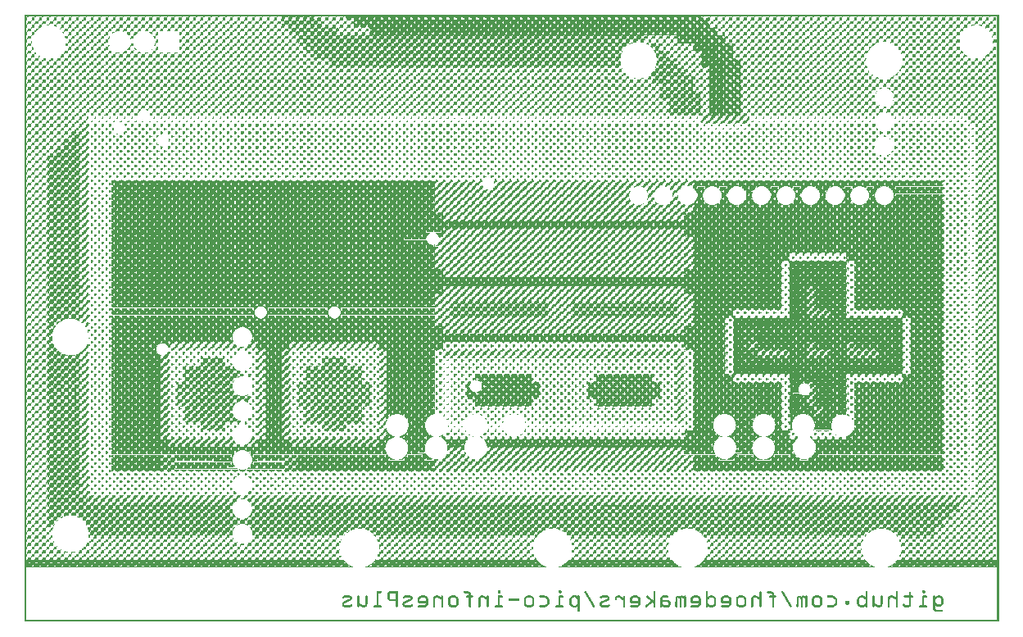
<source format=gbo>
G04 MADE WITH FRITZING*
G04 WWW.FRITZING.ORG*
G04 DOUBLE SIDED*
G04 HOLES PLATED*
G04 CONTOUR ON CENTER OF CONTOUR VECTOR*
%ASAXBY*%
%FSLAX23Y23*%
%MOIN*%
%OFA0B0*%
%SFA1.0B1.0*%
%ADD10R,0.001000X0.001000*%
%LNSILK0*%
G90*
G70*
G36*
X1118Y2387D02*
X1118Y2383D01*
X1114Y2383D01*
X1114Y2387D01*
X1118Y2387D01*
G37*
D02*
G36*
X3956Y2458D02*
X3956Y2446D01*
X3945Y2446D01*
X3945Y2443D01*
X3941Y2443D01*
X3941Y2450D01*
X3945Y2450D01*
X3945Y2458D01*
X3956Y2458D01*
G37*
D02*
G36*
X3926Y2458D02*
X3926Y2446D01*
X3915Y2446D01*
X3915Y2443D01*
X3912Y2443D01*
X3912Y2450D01*
X3915Y2450D01*
X3915Y2458D01*
X3926Y2458D01*
G37*
D02*
G36*
X3897Y2458D02*
X3897Y2446D01*
X3885Y2446D01*
X3885Y2443D01*
X3882Y2443D01*
X3882Y2450D01*
X3885Y2450D01*
X3885Y2458D01*
X3897Y2458D01*
G37*
D02*
G36*
X3867Y2458D02*
X3867Y2446D01*
X3855Y2446D01*
X3855Y2458D01*
X3867Y2458D01*
G37*
D02*
G36*
X3837Y2458D02*
X3837Y2446D01*
X3826Y2446D01*
X3826Y2443D01*
X3822Y2443D01*
X3822Y2450D01*
X3826Y2450D01*
X3826Y2458D01*
X3837Y2458D01*
G37*
D02*
G36*
X3807Y2458D02*
X3807Y2446D01*
X3796Y2446D01*
X3796Y2458D01*
X3807Y2458D01*
G37*
D02*
G36*
X3777Y2458D02*
X3777Y2446D01*
X3766Y2446D01*
X3766Y2443D01*
X3762Y2443D01*
X3762Y2450D01*
X3766Y2450D01*
X3766Y2458D01*
X3777Y2458D01*
G37*
D02*
G36*
X3747Y2458D02*
X3747Y2446D01*
X3736Y2446D01*
X3736Y2443D01*
X3732Y2443D01*
X3732Y2450D01*
X3736Y2450D01*
X3736Y2458D01*
X3747Y2458D01*
G37*
D02*
G36*
X3717Y2458D02*
X3717Y2446D01*
X3706Y2446D01*
X3706Y2443D01*
X3702Y2443D01*
X3702Y2450D01*
X3706Y2450D01*
X3706Y2458D01*
X3717Y2458D01*
G37*
D02*
G36*
X3687Y2458D02*
X3687Y2446D01*
X3676Y2446D01*
X3676Y2458D01*
X3687Y2458D01*
G37*
D02*
G36*
X3658Y2458D02*
X3658Y2446D01*
X3646Y2446D01*
X3646Y2443D01*
X3643Y2443D01*
X3643Y2450D01*
X3646Y2450D01*
X3646Y2458D01*
X3658Y2458D01*
G37*
D02*
G36*
X3628Y2458D02*
X3628Y2446D01*
X3616Y2446D01*
X3616Y2443D01*
X3613Y2443D01*
X3613Y2450D01*
X3616Y2450D01*
X3616Y2458D01*
X3628Y2458D01*
G37*
D02*
G36*
X3598Y2458D02*
X3598Y2446D01*
X3587Y2446D01*
X3587Y2443D01*
X3583Y2443D01*
X3583Y2450D01*
X3587Y2450D01*
X3587Y2458D01*
X3598Y2458D01*
G37*
D02*
G36*
X3568Y2458D02*
X3568Y2446D01*
X3557Y2446D01*
X3557Y2458D01*
X3568Y2458D01*
G37*
D02*
G36*
X3538Y2458D02*
X3538Y2446D01*
X3527Y2446D01*
X3527Y2443D01*
X3523Y2443D01*
X3523Y2450D01*
X3527Y2450D01*
X3527Y2458D01*
X3538Y2458D01*
G37*
D02*
G36*
X3508Y2458D02*
X3508Y2446D01*
X3497Y2446D01*
X3497Y2443D01*
X3493Y2443D01*
X3493Y2450D01*
X3497Y2450D01*
X3497Y2458D01*
X3508Y2458D01*
G37*
D02*
G36*
X3478Y2458D02*
X3478Y2446D01*
X3467Y2446D01*
X3467Y2443D01*
X3463Y2443D01*
X3463Y2450D01*
X3467Y2450D01*
X3467Y2458D01*
X3478Y2458D01*
G37*
D02*
G36*
X3448Y2458D02*
X3448Y2446D01*
X3437Y2446D01*
X3437Y2458D01*
X3448Y2458D01*
G37*
D02*
G36*
X3419Y2458D02*
X3419Y2446D01*
X3407Y2446D01*
X3407Y2443D01*
X3404Y2443D01*
X3404Y2450D01*
X3407Y2450D01*
X3407Y2458D01*
X3419Y2458D01*
G37*
D02*
G36*
X3389Y2458D02*
X3389Y2446D01*
X3377Y2446D01*
X3377Y2458D01*
X3389Y2458D01*
G37*
D02*
G36*
X3359Y2458D02*
X3359Y2446D01*
X3348Y2446D01*
X3348Y2443D01*
X3344Y2443D01*
X3344Y2450D01*
X3348Y2450D01*
X3348Y2458D01*
X3359Y2458D01*
G37*
D02*
G36*
X3329Y2458D02*
X3329Y2446D01*
X3318Y2446D01*
X3318Y2458D01*
X3329Y2458D01*
G37*
D02*
G36*
X3299Y2458D02*
X3299Y2446D01*
X3288Y2446D01*
X3288Y2443D01*
X3284Y2443D01*
X3284Y2450D01*
X3288Y2450D01*
X3288Y2458D01*
X3299Y2458D01*
G37*
D02*
G36*
X3269Y2458D02*
X3269Y2446D01*
X3258Y2446D01*
X3258Y2458D01*
X3269Y2458D01*
G37*
D02*
G36*
X3239Y2458D02*
X3239Y2446D01*
X3228Y2446D01*
X3228Y2443D01*
X3224Y2443D01*
X3224Y2450D01*
X3228Y2450D01*
X3228Y2458D01*
X3239Y2458D01*
G37*
D02*
G36*
X3209Y2458D02*
X3209Y2446D01*
X3198Y2446D01*
X3198Y2458D01*
X3209Y2458D01*
G37*
D02*
G36*
X3179Y2458D02*
X3179Y2446D01*
X3168Y2446D01*
X3168Y2443D01*
X3165Y2443D01*
X3165Y2450D01*
X3168Y2450D01*
X3168Y2458D01*
X3179Y2458D01*
G37*
D02*
G36*
X3150Y2458D02*
X3150Y2446D01*
X3138Y2446D01*
X3138Y2443D01*
X3135Y2443D01*
X3135Y2450D01*
X3138Y2450D01*
X3138Y2458D01*
X3150Y2458D01*
G37*
D02*
G36*
X3120Y2458D02*
X3120Y2446D01*
X3108Y2446D01*
X3108Y2443D01*
X3105Y2443D01*
X3105Y2450D01*
X3108Y2450D01*
X3108Y2458D01*
X3120Y2458D01*
G37*
D02*
G36*
X3090Y2458D02*
X3090Y2446D01*
X3079Y2446D01*
X3079Y2443D01*
X3075Y2443D01*
X3075Y2450D01*
X3079Y2450D01*
X3079Y2458D01*
X3090Y2458D01*
G37*
D02*
G36*
X3060Y2458D02*
X3060Y2446D01*
X3049Y2446D01*
X3049Y2443D01*
X3045Y2443D01*
X3045Y2450D01*
X3049Y2450D01*
X3049Y2458D01*
X3060Y2458D01*
G37*
D02*
G36*
X3030Y2458D02*
X3030Y2446D01*
X3019Y2446D01*
X3019Y2443D01*
X3015Y2443D01*
X3015Y2450D01*
X3019Y2450D01*
X3019Y2458D01*
X3030Y2458D01*
G37*
D02*
G36*
X3000Y2458D02*
X3000Y2446D01*
X2989Y2446D01*
X2989Y2443D01*
X2985Y2443D01*
X2985Y2450D01*
X2989Y2450D01*
X2989Y2458D01*
X3000Y2458D01*
G37*
D02*
G36*
X2970Y2458D02*
X2970Y2446D01*
X2959Y2446D01*
X2959Y2443D01*
X2955Y2443D01*
X2955Y2450D01*
X2959Y2450D01*
X2959Y2458D01*
X2970Y2458D01*
G37*
D02*
G36*
X2940Y2458D02*
X2940Y2446D01*
X2929Y2446D01*
X2929Y2443D01*
X2925Y2443D01*
X2925Y2450D01*
X2929Y2450D01*
X2929Y2458D01*
X2940Y2458D01*
G37*
D02*
G36*
X2911Y2458D02*
X2911Y2446D01*
X2899Y2446D01*
X2899Y2458D01*
X2911Y2458D01*
G37*
D02*
G36*
X2881Y2458D02*
X2881Y2446D01*
X2869Y2446D01*
X2869Y2443D01*
X2866Y2443D01*
X2866Y2450D01*
X2869Y2450D01*
X2869Y2458D01*
X2881Y2458D01*
G37*
D02*
G36*
X2851Y2458D02*
X2851Y2446D01*
X2840Y2446D01*
X2840Y2458D01*
X2851Y2458D01*
G37*
D02*
G36*
X2821Y2458D02*
X2821Y2446D01*
X2810Y2446D01*
X2810Y2443D01*
X2806Y2443D01*
X2806Y2450D01*
X2810Y2450D01*
X2810Y2458D01*
X2821Y2458D01*
G37*
D02*
G36*
X1297Y2458D02*
X1297Y2446D01*
X1286Y2446D01*
X1286Y2443D01*
X1282Y2443D01*
X1282Y2450D01*
X1286Y2450D01*
X1286Y2458D01*
X1297Y2458D01*
G37*
D02*
G36*
X1267Y2458D02*
X1267Y2446D01*
X1256Y2446D01*
X1256Y2443D01*
X1252Y2443D01*
X1252Y2450D01*
X1256Y2450D01*
X1256Y2458D01*
X1267Y2458D01*
G37*
D02*
G36*
X1237Y2458D02*
X1237Y2446D01*
X1226Y2446D01*
X1226Y2458D01*
X1237Y2458D01*
G37*
D02*
G36*
X1207Y2458D02*
X1207Y2443D01*
X1196Y2443D01*
X1196Y2431D01*
X1192Y2431D01*
X1192Y2428D01*
X1181Y2428D01*
X1181Y2420D01*
X1178Y2420D01*
X1178Y2413D01*
X1166Y2413D01*
X1166Y2405D01*
X1163Y2405D01*
X1163Y2398D01*
X1151Y2398D01*
X1151Y2390D01*
X1148Y2390D01*
X1148Y2383D01*
X1136Y2383D01*
X1136Y2372D01*
X1133Y2372D01*
X1133Y2368D01*
X1121Y2368D01*
X1121Y2360D01*
X1118Y2360D01*
X1118Y2357D01*
X1107Y2357D01*
X1107Y2353D01*
X1103Y2353D01*
X1103Y2360D01*
X1107Y2360D01*
X1107Y2368D01*
X1110Y2368D01*
X1110Y2372D01*
X1118Y2372D01*
X1118Y2383D01*
X1121Y2383D01*
X1121Y2387D01*
X1133Y2387D01*
X1133Y2398D01*
X1136Y2398D01*
X1136Y2401D01*
X1148Y2401D01*
X1148Y2413D01*
X1151Y2413D01*
X1151Y2416D01*
X1163Y2416D01*
X1163Y2428D01*
X1166Y2428D01*
X1166Y2431D01*
X1178Y2431D01*
X1178Y2443D01*
X1181Y2443D01*
X1181Y2446D01*
X1192Y2446D01*
X1192Y2454D01*
X1196Y2454D01*
X1196Y2458D01*
X1207Y2458D01*
G37*
D02*
G36*
X1118Y2357D02*
X1118Y2353D01*
X1114Y2353D01*
X1114Y2357D01*
X1118Y2357D01*
G37*
D02*
G36*
X1028Y2458D02*
X1028Y2446D01*
X1017Y2446D01*
X1017Y2443D01*
X1013Y2443D01*
X1013Y2450D01*
X1017Y2450D01*
X1017Y2458D01*
X1028Y2458D01*
G37*
D02*
G36*
X998Y2458D02*
X998Y2446D01*
X987Y2446D01*
X987Y2458D01*
X998Y2458D01*
G37*
D02*
G36*
X968Y2458D02*
X968Y2446D01*
X957Y2446D01*
X957Y2443D01*
X953Y2443D01*
X953Y2450D01*
X957Y2450D01*
X957Y2458D01*
X968Y2458D01*
G37*
D02*
G36*
X938Y2458D02*
X938Y2446D01*
X927Y2446D01*
X927Y2458D01*
X938Y2458D01*
G37*
D02*
G36*
X909Y2458D02*
X909Y2446D01*
X897Y2446D01*
X897Y2443D01*
X894Y2443D01*
X894Y2450D01*
X897Y2450D01*
X897Y2458D01*
X909Y2458D01*
G37*
D02*
G36*
X879Y2458D02*
X879Y2446D01*
X867Y2446D01*
X867Y2458D01*
X879Y2458D01*
G37*
D02*
G36*
X849Y2458D02*
X849Y2446D01*
X838Y2446D01*
X838Y2443D01*
X834Y2443D01*
X834Y2450D01*
X838Y2450D01*
X838Y2458D01*
X849Y2458D01*
G37*
D02*
G36*
X819Y2458D02*
X819Y2446D01*
X808Y2446D01*
X808Y2458D01*
X819Y2458D01*
G37*
D02*
G36*
X789Y2458D02*
X789Y2446D01*
X778Y2446D01*
X778Y2443D01*
X774Y2443D01*
X774Y2450D01*
X778Y2450D01*
X778Y2458D01*
X789Y2458D01*
G37*
D02*
G36*
X759Y2458D02*
X759Y2446D01*
X748Y2446D01*
X748Y2458D01*
X759Y2458D01*
G37*
D02*
G36*
X729Y2458D02*
X729Y2446D01*
X718Y2446D01*
X718Y2443D01*
X714Y2443D01*
X714Y2450D01*
X718Y2450D01*
X718Y2458D01*
X729Y2458D01*
G37*
D02*
G36*
X699Y2458D02*
X699Y2446D01*
X688Y2446D01*
X688Y2458D01*
X699Y2458D01*
G37*
D02*
G36*
X670Y2458D02*
X670Y2446D01*
X658Y2446D01*
X658Y2443D01*
X655Y2443D01*
X655Y2450D01*
X658Y2450D01*
X658Y2458D01*
X670Y2458D01*
G37*
D02*
G36*
X640Y2458D02*
X640Y2446D01*
X628Y2446D01*
X628Y2458D01*
X640Y2458D01*
G37*
D02*
G36*
X610Y2458D02*
X610Y2446D01*
X599Y2446D01*
X599Y2443D01*
X595Y2443D01*
X595Y2450D01*
X599Y2450D01*
X599Y2458D01*
X610Y2458D01*
G37*
D02*
G36*
X580Y2458D02*
X580Y2446D01*
X569Y2446D01*
X569Y2458D01*
X580Y2458D01*
G37*
D02*
G36*
X550Y2458D02*
X550Y2446D01*
X539Y2446D01*
X539Y2443D01*
X535Y2443D01*
X535Y2450D01*
X539Y2450D01*
X539Y2458D01*
X550Y2458D01*
G37*
D02*
G36*
X520Y2458D02*
X520Y2446D01*
X509Y2446D01*
X509Y2458D01*
X520Y2458D01*
G37*
D02*
G36*
X490Y2458D02*
X490Y2446D01*
X479Y2446D01*
X479Y2443D01*
X475Y2443D01*
X475Y2450D01*
X479Y2450D01*
X479Y2458D01*
X490Y2458D01*
G37*
D02*
G36*
X460Y2458D02*
X460Y2446D01*
X449Y2446D01*
X449Y2458D01*
X460Y2458D01*
G37*
D02*
G36*
X430Y2458D02*
X430Y2446D01*
X419Y2446D01*
X419Y2443D01*
X416Y2443D01*
X416Y2450D01*
X419Y2450D01*
X419Y2458D01*
X430Y2458D01*
G37*
D02*
G36*
X401Y2458D02*
X401Y2446D01*
X389Y2446D01*
X389Y2458D01*
X401Y2458D01*
G37*
D02*
G36*
X371Y2458D02*
X371Y2446D01*
X360Y2446D01*
X360Y2443D01*
X356Y2443D01*
X356Y2450D01*
X360Y2450D01*
X360Y2458D01*
X371Y2458D01*
G37*
D02*
G36*
X341Y2458D02*
X341Y2446D01*
X330Y2446D01*
X330Y2458D01*
X341Y2458D01*
G37*
D02*
G36*
X311Y2458D02*
X311Y2446D01*
X300Y2446D01*
X300Y2443D01*
X296Y2443D01*
X296Y2450D01*
X300Y2450D01*
X300Y2458D01*
X311Y2458D01*
G37*
D02*
G36*
X281Y2458D02*
X281Y2446D01*
X270Y2446D01*
X270Y2458D01*
X281Y2458D01*
G37*
D02*
G36*
X251Y2458D02*
X251Y2446D01*
X240Y2446D01*
X240Y2443D01*
X236Y2443D01*
X236Y2450D01*
X240Y2450D01*
X240Y2458D01*
X251Y2458D01*
G37*
D02*
G36*
X221Y2458D02*
X221Y2446D01*
X210Y2446D01*
X210Y2458D01*
X221Y2458D01*
G37*
D02*
G36*
X191Y2458D02*
X191Y2446D01*
X180Y2446D01*
X180Y2443D01*
X177Y2443D01*
X177Y2450D01*
X180Y2450D01*
X180Y2458D01*
X191Y2458D01*
G37*
D02*
G36*
X162Y2458D02*
X162Y2446D01*
X150Y2446D01*
X150Y2458D01*
X162Y2458D01*
G37*
D02*
G36*
X132Y2458D02*
X132Y2446D01*
X120Y2446D01*
X120Y2443D01*
X117Y2443D01*
X117Y2450D01*
X120Y2450D01*
X120Y2458D01*
X132Y2458D01*
G37*
D02*
G36*
X102Y2458D02*
X102Y2446D01*
X91Y2446D01*
X91Y2458D01*
X102Y2458D01*
G37*
D02*
G36*
X72Y2458D02*
X72Y2446D01*
X61Y2446D01*
X61Y2443D01*
X57Y2443D01*
X57Y2450D01*
X61Y2450D01*
X61Y2458D01*
X72Y2458D01*
G37*
D02*
G36*
X42Y2458D02*
X42Y2446D01*
X31Y2446D01*
X31Y2458D01*
X42Y2458D01*
G37*
D02*
G36*
X12Y2458D02*
X12Y2446D01*
X1Y2446D01*
X1Y2458D01*
X12Y2458D01*
G37*
D02*
G36*
X3855Y2446D02*
X3855Y2443D01*
X3852Y2443D01*
X3852Y2446D01*
X3855Y2446D01*
G37*
D02*
G36*
X3796Y2446D02*
X3796Y2443D01*
X3792Y2443D01*
X3792Y2446D01*
X3796Y2446D01*
G37*
D02*
G36*
X3676Y2446D02*
X3676Y2443D01*
X3672Y2443D01*
X3672Y2446D01*
X3676Y2446D01*
G37*
D02*
G36*
X3557Y2446D02*
X3557Y2443D01*
X3553Y2443D01*
X3553Y2446D01*
X3557Y2446D01*
G37*
D02*
G36*
X3437Y2446D02*
X3437Y2443D01*
X3433Y2443D01*
X3433Y2446D01*
X3437Y2446D01*
G37*
D02*
G36*
X3377Y2446D02*
X3377Y2443D01*
X3374Y2443D01*
X3374Y2446D01*
X3377Y2446D01*
G37*
D02*
G36*
X3318Y2446D02*
X3318Y2443D01*
X3314Y2443D01*
X3314Y2446D01*
X3318Y2446D01*
G37*
D02*
G36*
X3258Y2446D02*
X3258Y2443D01*
X3254Y2443D01*
X3254Y2446D01*
X3258Y2446D01*
G37*
D02*
G36*
X3198Y2446D02*
X3198Y2443D01*
X3194Y2443D01*
X3194Y2446D01*
X3198Y2446D01*
G37*
D02*
G36*
X2899Y2446D02*
X2899Y2443D01*
X2896Y2443D01*
X2896Y2446D01*
X2899Y2446D01*
G37*
D02*
G36*
X2840Y2446D02*
X2840Y2443D01*
X2836Y2443D01*
X2836Y2446D01*
X2840Y2446D01*
G37*
D02*
G36*
X1316Y2446D02*
X1316Y2443D01*
X1312Y2443D01*
X1312Y2446D01*
X1316Y2446D01*
G37*
D02*
G36*
X1226Y2446D02*
X1226Y2443D01*
X1222Y2443D01*
X1222Y2446D01*
X1226Y2446D01*
G37*
D02*
G36*
X987Y2446D02*
X987Y2443D01*
X983Y2443D01*
X983Y2446D01*
X987Y2446D01*
G37*
D02*
G36*
X927Y2446D02*
X927Y2443D01*
X924Y2443D01*
X924Y2446D01*
X927Y2446D01*
G37*
D02*
G36*
X867Y2446D02*
X867Y2443D01*
X864Y2443D01*
X864Y2446D01*
X867Y2446D01*
G37*
D02*
G36*
X808Y2446D02*
X808Y2443D01*
X804Y2443D01*
X804Y2446D01*
X808Y2446D01*
G37*
D02*
G36*
X748Y2446D02*
X748Y2443D01*
X744Y2443D01*
X744Y2446D01*
X748Y2446D01*
G37*
D02*
G36*
X688Y2446D02*
X688Y2443D01*
X684Y2443D01*
X684Y2446D01*
X688Y2446D01*
G37*
D02*
G36*
X628Y2446D02*
X628Y2443D01*
X625Y2443D01*
X625Y2446D01*
X628Y2446D01*
G37*
D02*
G36*
X569Y2446D02*
X569Y2443D01*
X565Y2443D01*
X565Y2446D01*
X569Y2446D01*
G37*
D02*
G36*
X509Y2446D02*
X509Y2443D01*
X505Y2443D01*
X505Y2446D01*
X509Y2446D01*
G37*
D02*
G36*
X449Y2446D02*
X449Y2443D01*
X445Y2443D01*
X445Y2446D01*
X449Y2446D01*
G37*
D02*
G36*
X389Y2446D02*
X389Y2443D01*
X386Y2443D01*
X386Y2446D01*
X389Y2446D01*
G37*
D02*
G36*
X330Y2446D02*
X330Y2443D01*
X326Y2443D01*
X326Y2446D01*
X330Y2446D01*
G37*
D02*
G36*
X270Y2446D02*
X270Y2443D01*
X266Y2443D01*
X266Y2446D01*
X270Y2446D01*
G37*
D02*
G36*
X210Y2446D02*
X210Y2443D01*
X206Y2443D01*
X206Y2446D01*
X210Y2446D01*
G37*
D02*
G36*
X150Y2446D02*
X150Y2443D01*
X147Y2443D01*
X147Y2446D01*
X150Y2446D01*
G37*
D02*
G36*
X91Y2446D02*
X91Y2443D01*
X87Y2443D01*
X87Y2446D01*
X91Y2446D01*
G37*
D02*
G36*
X31Y2446D02*
X31Y2443D01*
X27Y2443D01*
X27Y2446D01*
X31Y2446D01*
G37*
D02*
G36*
X3941Y2443D02*
X3941Y2431D01*
X3930Y2431D01*
X3930Y2428D01*
X3926Y2428D01*
X3926Y2435D01*
X3930Y2435D01*
X3930Y2443D01*
X3941Y2443D01*
G37*
D02*
G36*
X3912Y2443D02*
X3912Y2431D01*
X3900Y2431D01*
X3900Y2428D01*
X3897Y2428D01*
X3897Y2435D01*
X3900Y2435D01*
X3900Y2443D01*
X3912Y2443D01*
G37*
D02*
G36*
X3882Y2443D02*
X3882Y2431D01*
X3870Y2431D01*
X3870Y2428D01*
X3867Y2428D01*
X3867Y2435D01*
X3870Y2435D01*
X3870Y2443D01*
X3882Y2443D01*
G37*
D02*
G36*
X3852Y2443D02*
X3852Y2431D01*
X3841Y2431D01*
X3841Y2428D01*
X3837Y2428D01*
X3837Y2435D01*
X3841Y2435D01*
X3841Y2443D01*
X3852Y2443D01*
G37*
D02*
G36*
X3822Y2443D02*
X3822Y2431D01*
X3811Y2431D01*
X3811Y2428D01*
X3807Y2428D01*
X3807Y2435D01*
X3811Y2435D01*
X3811Y2443D01*
X3822Y2443D01*
G37*
D02*
G36*
X3792Y2443D02*
X3792Y2431D01*
X3781Y2431D01*
X3781Y2428D01*
X3777Y2428D01*
X3777Y2435D01*
X3781Y2435D01*
X3781Y2443D01*
X3792Y2443D01*
G37*
D02*
G36*
X3762Y2443D02*
X3762Y2431D01*
X3751Y2431D01*
X3751Y2428D01*
X3747Y2428D01*
X3747Y2435D01*
X3751Y2435D01*
X3751Y2443D01*
X3762Y2443D01*
G37*
D02*
G36*
X3732Y2443D02*
X3732Y2431D01*
X3721Y2431D01*
X3721Y2428D01*
X3717Y2428D01*
X3717Y2435D01*
X3721Y2435D01*
X3721Y2443D01*
X3732Y2443D01*
G37*
D02*
G36*
X3702Y2443D02*
X3702Y2431D01*
X3691Y2431D01*
X3691Y2428D01*
X3687Y2428D01*
X3687Y2435D01*
X3691Y2435D01*
X3691Y2443D01*
X3702Y2443D01*
G37*
D02*
G36*
X3672Y2443D02*
X3672Y2431D01*
X3661Y2431D01*
X3661Y2428D01*
X3658Y2428D01*
X3658Y2435D01*
X3661Y2435D01*
X3661Y2443D01*
X3672Y2443D01*
G37*
D02*
G36*
X3643Y2443D02*
X3643Y2431D01*
X3631Y2431D01*
X3631Y2428D01*
X3628Y2428D01*
X3628Y2435D01*
X3631Y2435D01*
X3631Y2443D01*
X3643Y2443D01*
G37*
D02*
G36*
X3613Y2443D02*
X3613Y2431D01*
X3602Y2431D01*
X3602Y2428D01*
X3598Y2428D01*
X3598Y2435D01*
X3602Y2435D01*
X3602Y2443D01*
X3613Y2443D01*
G37*
D02*
G36*
X3583Y2443D02*
X3583Y2431D01*
X3572Y2431D01*
X3572Y2428D01*
X3568Y2428D01*
X3568Y2435D01*
X3572Y2435D01*
X3572Y2443D01*
X3583Y2443D01*
G37*
D02*
G36*
X3553Y2443D02*
X3553Y2431D01*
X3542Y2431D01*
X3542Y2428D01*
X3538Y2428D01*
X3538Y2435D01*
X3542Y2435D01*
X3542Y2443D01*
X3553Y2443D01*
G37*
D02*
G36*
X3523Y2443D02*
X3523Y2431D01*
X3512Y2431D01*
X3512Y2428D01*
X3508Y2428D01*
X3508Y2435D01*
X3512Y2435D01*
X3512Y2443D01*
X3523Y2443D01*
G37*
D02*
G36*
X3493Y2443D02*
X3493Y2431D01*
X3482Y2431D01*
X3482Y2428D01*
X3478Y2428D01*
X3478Y2435D01*
X3482Y2435D01*
X3482Y2443D01*
X3493Y2443D01*
G37*
D02*
G36*
X3463Y2443D02*
X3463Y2431D01*
X3452Y2431D01*
X3452Y2428D01*
X3448Y2428D01*
X3448Y2435D01*
X3452Y2435D01*
X3452Y2443D01*
X3463Y2443D01*
G37*
D02*
G36*
X3433Y2443D02*
X3433Y2431D01*
X3422Y2431D01*
X3422Y2428D01*
X3419Y2428D01*
X3419Y2435D01*
X3422Y2435D01*
X3422Y2443D01*
X3433Y2443D01*
G37*
D02*
G36*
X3404Y2443D02*
X3404Y2431D01*
X3392Y2431D01*
X3392Y2428D01*
X3389Y2428D01*
X3389Y2435D01*
X3392Y2435D01*
X3392Y2443D01*
X3404Y2443D01*
G37*
D02*
G36*
X3374Y2443D02*
X3374Y2431D01*
X3362Y2431D01*
X3362Y2428D01*
X3359Y2428D01*
X3359Y2435D01*
X3362Y2435D01*
X3362Y2443D01*
X3374Y2443D01*
G37*
D02*
G36*
X3344Y2443D02*
X3344Y2431D01*
X3333Y2431D01*
X3333Y2428D01*
X3329Y2428D01*
X3329Y2435D01*
X3333Y2435D01*
X3333Y2443D01*
X3344Y2443D01*
G37*
D02*
G36*
X3314Y2443D02*
X3314Y2431D01*
X3303Y2431D01*
X3303Y2428D01*
X3299Y2428D01*
X3299Y2435D01*
X3303Y2435D01*
X3303Y2443D01*
X3314Y2443D01*
G37*
D02*
G36*
X3284Y2443D02*
X3284Y2431D01*
X3273Y2431D01*
X3273Y2428D01*
X3269Y2428D01*
X3269Y2435D01*
X3273Y2435D01*
X3273Y2443D01*
X3284Y2443D01*
G37*
D02*
G36*
X3254Y2443D02*
X3254Y2431D01*
X3243Y2431D01*
X3243Y2428D01*
X3239Y2428D01*
X3239Y2435D01*
X3243Y2435D01*
X3243Y2443D01*
X3254Y2443D01*
G37*
D02*
G36*
X3224Y2443D02*
X3224Y2431D01*
X3213Y2431D01*
X3213Y2428D01*
X3209Y2428D01*
X3209Y2435D01*
X3213Y2435D01*
X3213Y2443D01*
X3224Y2443D01*
G37*
D02*
G36*
X3194Y2443D02*
X3194Y2431D01*
X3183Y2431D01*
X3183Y2428D01*
X3179Y2428D01*
X3179Y2435D01*
X3183Y2435D01*
X3183Y2443D01*
X3194Y2443D01*
G37*
D02*
G36*
X3165Y2443D02*
X3165Y2431D01*
X3153Y2431D01*
X3153Y2428D01*
X3150Y2428D01*
X3150Y2435D01*
X3153Y2435D01*
X3153Y2443D01*
X3165Y2443D01*
G37*
D02*
G36*
X3135Y2443D02*
X3135Y2431D01*
X3123Y2431D01*
X3123Y2428D01*
X3120Y2428D01*
X3120Y2435D01*
X3123Y2435D01*
X3123Y2443D01*
X3135Y2443D01*
G37*
D02*
G36*
X3105Y2443D02*
X3105Y2431D01*
X3094Y2431D01*
X3094Y2428D01*
X3090Y2428D01*
X3090Y2435D01*
X3094Y2435D01*
X3094Y2443D01*
X3105Y2443D01*
G37*
D02*
G36*
X3075Y2443D02*
X3075Y2431D01*
X3064Y2431D01*
X3064Y2428D01*
X3060Y2428D01*
X3060Y2435D01*
X3064Y2435D01*
X3064Y2443D01*
X3075Y2443D01*
G37*
D02*
G36*
X3045Y2443D02*
X3045Y2431D01*
X3034Y2431D01*
X3034Y2428D01*
X3030Y2428D01*
X3030Y2435D01*
X3034Y2435D01*
X3034Y2443D01*
X3045Y2443D01*
G37*
D02*
G36*
X3015Y2443D02*
X3015Y2431D01*
X3004Y2431D01*
X3004Y2428D01*
X3000Y2428D01*
X3000Y2435D01*
X3004Y2435D01*
X3004Y2443D01*
X3015Y2443D01*
G37*
D02*
G36*
X2985Y2443D02*
X2985Y2431D01*
X2974Y2431D01*
X2974Y2428D01*
X2970Y2428D01*
X2970Y2435D01*
X2974Y2435D01*
X2974Y2443D01*
X2985Y2443D01*
G37*
D02*
G36*
X2955Y2443D02*
X2955Y2431D01*
X2944Y2431D01*
X2944Y2428D01*
X2940Y2428D01*
X2940Y2435D01*
X2944Y2435D01*
X2944Y2443D01*
X2955Y2443D01*
G37*
D02*
G36*
X2925Y2443D02*
X2925Y2431D01*
X2914Y2431D01*
X2914Y2428D01*
X2911Y2428D01*
X2911Y2435D01*
X2914Y2435D01*
X2914Y2443D01*
X2925Y2443D01*
G37*
D02*
G36*
X2896Y2443D02*
X2896Y2431D01*
X2884Y2431D01*
X2884Y2428D01*
X2881Y2428D01*
X2881Y2435D01*
X2884Y2435D01*
X2884Y2443D01*
X2896Y2443D01*
G37*
D02*
G36*
X2866Y2443D02*
X2866Y2431D01*
X2855Y2431D01*
X2855Y2428D01*
X2851Y2428D01*
X2851Y2435D01*
X2855Y2435D01*
X2855Y2443D01*
X2866Y2443D01*
G37*
D02*
G36*
X2836Y2443D02*
X2836Y2431D01*
X2825Y2431D01*
X2825Y2428D01*
X2821Y2428D01*
X2821Y2435D01*
X2825Y2435D01*
X2825Y2443D01*
X2836Y2443D01*
G37*
D02*
G36*
X2806Y2443D02*
X2806Y2431D01*
X2795Y2431D01*
X2795Y2428D01*
X2791Y2428D01*
X2791Y2435D01*
X2795Y2435D01*
X2795Y2443D01*
X2806Y2443D01*
G37*
D02*
G36*
X1312Y2443D02*
X1312Y2431D01*
X1301Y2431D01*
X1301Y2428D01*
X1297Y2428D01*
X1297Y2435D01*
X1301Y2435D01*
X1301Y2443D01*
X1312Y2443D01*
G37*
D02*
G36*
X1282Y2443D02*
X1282Y2431D01*
X1271Y2431D01*
X1271Y2428D01*
X1267Y2428D01*
X1267Y2435D01*
X1271Y2435D01*
X1271Y2443D01*
X1282Y2443D01*
G37*
D02*
G36*
X1252Y2443D02*
X1252Y2431D01*
X1241Y2431D01*
X1241Y2428D01*
X1237Y2428D01*
X1237Y2435D01*
X1241Y2435D01*
X1241Y2443D01*
X1252Y2443D01*
G37*
D02*
G36*
X1222Y2443D02*
X1222Y2431D01*
X1211Y2431D01*
X1211Y2420D01*
X1207Y2420D01*
X1207Y2413D01*
X1196Y2413D01*
X1196Y2401D01*
X1192Y2401D01*
X1192Y2398D01*
X1181Y2398D01*
X1181Y2390D01*
X1178Y2390D01*
X1178Y2383D01*
X1166Y2383D01*
X1166Y2372D01*
X1163Y2372D01*
X1163Y2368D01*
X1151Y2368D01*
X1151Y2360D01*
X1148Y2360D01*
X1148Y2353D01*
X1133Y2353D01*
X1133Y2342D01*
X1121Y2342D01*
X1121Y2338D01*
X1118Y2338D01*
X1118Y2345D01*
X1121Y2345D01*
X1121Y2357D01*
X1133Y2357D01*
X1133Y2368D01*
X1136Y2368D01*
X1136Y2372D01*
X1148Y2372D01*
X1148Y2383D01*
X1151Y2383D01*
X1151Y2387D01*
X1163Y2387D01*
X1163Y2398D01*
X1166Y2398D01*
X1166Y2401D01*
X1178Y2401D01*
X1178Y2413D01*
X1181Y2413D01*
X1181Y2416D01*
X1192Y2416D01*
X1192Y2428D01*
X1196Y2428D01*
X1196Y2431D01*
X1207Y2431D01*
X1207Y2443D01*
X1222Y2443D01*
G37*
D02*
G36*
X1043Y2443D02*
X1043Y2431D01*
X1032Y2431D01*
X1032Y2428D01*
X1028Y2428D01*
X1028Y2435D01*
X1032Y2435D01*
X1032Y2443D01*
X1043Y2443D01*
G37*
D02*
G36*
X1013Y2443D02*
X1013Y2431D01*
X1002Y2431D01*
X1002Y2428D01*
X998Y2428D01*
X998Y2435D01*
X1002Y2435D01*
X1002Y2443D01*
X1013Y2443D01*
G37*
D02*
G36*
X983Y2443D02*
X983Y2431D01*
X972Y2431D01*
X972Y2428D01*
X968Y2428D01*
X968Y2435D01*
X972Y2435D01*
X972Y2443D01*
X983Y2443D01*
G37*
D02*
G36*
X953Y2443D02*
X953Y2431D01*
X942Y2431D01*
X942Y2428D01*
X938Y2428D01*
X938Y2435D01*
X942Y2435D01*
X942Y2443D01*
X953Y2443D01*
G37*
D02*
G36*
X924Y2443D02*
X924Y2431D01*
X912Y2431D01*
X912Y2428D01*
X909Y2428D01*
X909Y2435D01*
X912Y2435D01*
X912Y2443D01*
X924Y2443D01*
G37*
D02*
G36*
X894Y2443D02*
X894Y2431D01*
X882Y2431D01*
X882Y2428D01*
X879Y2428D01*
X879Y2435D01*
X882Y2435D01*
X882Y2443D01*
X894Y2443D01*
G37*
D02*
G36*
X864Y2443D02*
X864Y2431D01*
X853Y2431D01*
X853Y2428D01*
X849Y2428D01*
X849Y2435D01*
X853Y2435D01*
X853Y2443D01*
X864Y2443D01*
G37*
D02*
G36*
X834Y2443D02*
X834Y2431D01*
X823Y2431D01*
X823Y2428D01*
X819Y2428D01*
X819Y2435D01*
X823Y2435D01*
X823Y2443D01*
X834Y2443D01*
G37*
D02*
G36*
X804Y2443D02*
X804Y2431D01*
X793Y2431D01*
X793Y2428D01*
X789Y2428D01*
X789Y2435D01*
X793Y2435D01*
X793Y2443D01*
X804Y2443D01*
G37*
D02*
G36*
X774Y2443D02*
X774Y2431D01*
X763Y2431D01*
X763Y2428D01*
X759Y2428D01*
X759Y2435D01*
X763Y2435D01*
X763Y2443D01*
X774Y2443D01*
G37*
D02*
G36*
X744Y2443D02*
X744Y2431D01*
X733Y2431D01*
X733Y2428D01*
X729Y2428D01*
X729Y2435D01*
X733Y2435D01*
X733Y2443D01*
X744Y2443D01*
G37*
D02*
G36*
X714Y2443D02*
X714Y2431D01*
X703Y2431D01*
X703Y2428D01*
X699Y2428D01*
X699Y2435D01*
X703Y2435D01*
X703Y2443D01*
X714Y2443D01*
G37*
D02*
G36*
X684Y2443D02*
X684Y2431D01*
X673Y2431D01*
X673Y2428D01*
X670Y2428D01*
X670Y2435D01*
X673Y2435D01*
X673Y2443D01*
X684Y2443D01*
G37*
D02*
G36*
X655Y2443D02*
X655Y2431D01*
X643Y2431D01*
X643Y2428D01*
X640Y2428D01*
X640Y2435D01*
X643Y2435D01*
X643Y2443D01*
X655Y2443D01*
G37*
D02*
G36*
X625Y2443D02*
X625Y2431D01*
X614Y2431D01*
X614Y2428D01*
X610Y2428D01*
X610Y2435D01*
X614Y2435D01*
X614Y2443D01*
X625Y2443D01*
G37*
D02*
G36*
X595Y2443D02*
X595Y2431D01*
X584Y2431D01*
X584Y2428D01*
X580Y2428D01*
X580Y2435D01*
X584Y2435D01*
X584Y2443D01*
X595Y2443D01*
G37*
D02*
G36*
X565Y2443D02*
X565Y2431D01*
X554Y2431D01*
X554Y2428D01*
X550Y2428D01*
X550Y2435D01*
X554Y2435D01*
X554Y2443D01*
X565Y2443D01*
G37*
D02*
G36*
X535Y2443D02*
X535Y2431D01*
X524Y2431D01*
X524Y2428D01*
X520Y2428D01*
X520Y2435D01*
X524Y2435D01*
X524Y2443D01*
X535Y2443D01*
G37*
D02*
G36*
X505Y2443D02*
X505Y2431D01*
X494Y2431D01*
X494Y2428D01*
X490Y2428D01*
X490Y2435D01*
X494Y2435D01*
X494Y2443D01*
X505Y2443D01*
G37*
D02*
G36*
X475Y2443D02*
X475Y2431D01*
X464Y2431D01*
X464Y2428D01*
X460Y2428D01*
X460Y2435D01*
X464Y2435D01*
X464Y2443D01*
X475Y2443D01*
G37*
D02*
G36*
X445Y2443D02*
X445Y2431D01*
X434Y2431D01*
X434Y2428D01*
X430Y2428D01*
X430Y2435D01*
X434Y2435D01*
X434Y2443D01*
X445Y2443D01*
G37*
D02*
G36*
X416Y2443D02*
X416Y2431D01*
X404Y2431D01*
X404Y2428D01*
X401Y2428D01*
X401Y2435D01*
X404Y2435D01*
X404Y2443D01*
X416Y2443D01*
G37*
D02*
G36*
X386Y2443D02*
X386Y2431D01*
X374Y2431D01*
X374Y2428D01*
X371Y2428D01*
X371Y2435D01*
X374Y2435D01*
X374Y2443D01*
X386Y2443D01*
G37*
D02*
G36*
X356Y2443D02*
X356Y2431D01*
X345Y2431D01*
X345Y2428D01*
X341Y2428D01*
X341Y2435D01*
X345Y2435D01*
X345Y2443D01*
X356Y2443D01*
G37*
D02*
G36*
X326Y2443D02*
X326Y2431D01*
X315Y2431D01*
X315Y2428D01*
X311Y2428D01*
X311Y2435D01*
X315Y2435D01*
X315Y2443D01*
X326Y2443D01*
G37*
D02*
G36*
X296Y2443D02*
X296Y2431D01*
X285Y2431D01*
X285Y2428D01*
X281Y2428D01*
X281Y2435D01*
X285Y2435D01*
X285Y2443D01*
X296Y2443D01*
G37*
D02*
G36*
X266Y2443D02*
X266Y2431D01*
X255Y2431D01*
X255Y2428D01*
X251Y2428D01*
X251Y2435D01*
X255Y2435D01*
X255Y2443D01*
X266Y2443D01*
G37*
D02*
G36*
X236Y2443D02*
X236Y2431D01*
X225Y2431D01*
X225Y2428D01*
X221Y2428D01*
X221Y2435D01*
X225Y2435D01*
X225Y2443D01*
X236Y2443D01*
G37*
D02*
G36*
X206Y2443D02*
X206Y2431D01*
X195Y2431D01*
X195Y2428D01*
X191Y2428D01*
X191Y2435D01*
X195Y2435D01*
X195Y2443D01*
X206Y2443D01*
G37*
D02*
G36*
X177Y2443D02*
X177Y2431D01*
X165Y2431D01*
X165Y2428D01*
X162Y2428D01*
X162Y2435D01*
X165Y2435D01*
X165Y2443D01*
X177Y2443D01*
G37*
D02*
G36*
X147Y2443D02*
X147Y2431D01*
X135Y2431D01*
X135Y2428D01*
X132Y2428D01*
X132Y2435D01*
X135Y2435D01*
X135Y2443D01*
X147Y2443D01*
G37*
D02*
G36*
X117Y2443D02*
X117Y2431D01*
X106Y2431D01*
X106Y2428D01*
X102Y2428D01*
X102Y2435D01*
X106Y2435D01*
X106Y2443D01*
X117Y2443D01*
G37*
D02*
G36*
X87Y2443D02*
X87Y2431D01*
X76Y2431D01*
X76Y2428D01*
X72Y2428D01*
X72Y2435D01*
X76Y2435D01*
X76Y2443D01*
X87Y2443D01*
G37*
D02*
G36*
X57Y2443D02*
X57Y2431D01*
X46Y2431D01*
X46Y2428D01*
X42Y2428D01*
X42Y2435D01*
X46Y2435D01*
X46Y2443D01*
X57Y2443D01*
G37*
D02*
G36*
X27Y2443D02*
X27Y2431D01*
X16Y2431D01*
X16Y2428D01*
X12Y2428D01*
X12Y2435D01*
X16Y2435D01*
X16Y2443D01*
X27Y2443D01*
G37*
D02*
G36*
X3956Y2428D02*
X3956Y2416D01*
X3945Y2416D01*
X3945Y2413D01*
X3941Y2413D01*
X3941Y2420D01*
X3945Y2420D01*
X3945Y2428D01*
X3956Y2428D01*
G37*
D02*
G36*
X3837Y2428D02*
X3837Y2416D01*
X3826Y2416D01*
X3826Y2413D01*
X3822Y2413D01*
X3822Y2420D01*
X3826Y2420D01*
X3826Y2428D01*
X3837Y2428D01*
G37*
D02*
G36*
X3807Y2428D02*
X3807Y2416D01*
X3796Y2416D01*
X3796Y2413D01*
X3792Y2413D01*
X3792Y2420D01*
X3796Y2420D01*
X3796Y2428D01*
X3807Y2428D01*
G37*
D02*
G36*
X3777Y2428D02*
X3777Y2416D01*
X3766Y2416D01*
X3766Y2413D01*
X3762Y2413D01*
X3762Y2420D01*
X3766Y2420D01*
X3766Y2428D01*
X3777Y2428D01*
G37*
D02*
G36*
X3747Y2428D02*
X3747Y2416D01*
X3736Y2416D01*
X3736Y2413D01*
X3732Y2413D01*
X3732Y2420D01*
X3736Y2420D01*
X3736Y2428D01*
X3747Y2428D01*
G37*
D02*
G36*
X3717Y2428D02*
X3717Y2416D01*
X3706Y2416D01*
X3706Y2413D01*
X3702Y2413D01*
X3702Y2420D01*
X3706Y2420D01*
X3706Y2428D01*
X3717Y2428D01*
G37*
D02*
G36*
X3687Y2428D02*
X3687Y2416D01*
X3676Y2416D01*
X3676Y2413D01*
X3672Y2413D01*
X3672Y2420D01*
X3676Y2420D01*
X3676Y2428D01*
X3687Y2428D01*
G37*
D02*
G36*
X3658Y2428D02*
X3658Y2416D01*
X3646Y2416D01*
X3646Y2413D01*
X3643Y2413D01*
X3643Y2420D01*
X3646Y2420D01*
X3646Y2428D01*
X3658Y2428D01*
G37*
D02*
G36*
X3628Y2428D02*
X3628Y2416D01*
X3616Y2416D01*
X3616Y2413D01*
X3613Y2413D01*
X3613Y2420D01*
X3616Y2420D01*
X3616Y2428D01*
X3628Y2428D01*
G37*
D02*
G36*
X3598Y2428D02*
X3598Y2416D01*
X3587Y2416D01*
X3587Y2413D01*
X3583Y2413D01*
X3583Y2420D01*
X3587Y2420D01*
X3587Y2428D01*
X3598Y2428D01*
G37*
D02*
G36*
X3568Y2428D02*
X3568Y2416D01*
X3557Y2416D01*
X3557Y2413D01*
X3553Y2413D01*
X3553Y2420D01*
X3557Y2420D01*
X3557Y2428D01*
X3568Y2428D01*
G37*
D02*
G36*
X3538Y2428D02*
X3538Y2416D01*
X3527Y2416D01*
X3527Y2413D01*
X3523Y2413D01*
X3523Y2420D01*
X3527Y2420D01*
X3527Y2428D01*
X3538Y2428D01*
G37*
D02*
G36*
X3508Y2428D02*
X3508Y2416D01*
X3497Y2416D01*
X3497Y2413D01*
X3493Y2413D01*
X3493Y2420D01*
X3497Y2420D01*
X3497Y2428D01*
X3508Y2428D01*
G37*
D02*
G36*
X3478Y2428D02*
X3478Y2416D01*
X3467Y2416D01*
X3467Y2413D01*
X3463Y2413D01*
X3463Y2420D01*
X3467Y2420D01*
X3467Y2428D01*
X3478Y2428D01*
G37*
D02*
G36*
X3448Y2428D02*
X3448Y2416D01*
X3437Y2416D01*
X3437Y2413D01*
X3433Y2413D01*
X3433Y2420D01*
X3437Y2420D01*
X3437Y2428D01*
X3448Y2428D01*
G37*
D02*
G36*
X3419Y2428D02*
X3419Y2416D01*
X3407Y2416D01*
X3407Y2413D01*
X3404Y2413D01*
X3404Y2420D01*
X3407Y2420D01*
X3407Y2428D01*
X3419Y2428D01*
G37*
D02*
G36*
X3389Y2428D02*
X3389Y2416D01*
X3377Y2416D01*
X3377Y2413D01*
X3374Y2413D01*
X3374Y2420D01*
X3377Y2420D01*
X3377Y2428D01*
X3389Y2428D01*
G37*
D02*
G36*
X3359Y2428D02*
X3359Y2416D01*
X3348Y2416D01*
X3348Y2413D01*
X3344Y2413D01*
X3344Y2420D01*
X3348Y2420D01*
X3348Y2428D01*
X3359Y2428D01*
G37*
D02*
G36*
X3329Y2428D02*
X3329Y2416D01*
X3318Y2416D01*
X3318Y2413D01*
X3314Y2413D01*
X3314Y2420D01*
X3318Y2420D01*
X3318Y2428D01*
X3329Y2428D01*
G37*
D02*
G36*
X3299Y2428D02*
X3299Y2416D01*
X3288Y2416D01*
X3288Y2413D01*
X3284Y2413D01*
X3284Y2420D01*
X3288Y2420D01*
X3288Y2428D01*
X3299Y2428D01*
G37*
D02*
G36*
X3269Y2428D02*
X3269Y2416D01*
X3258Y2416D01*
X3258Y2413D01*
X3254Y2413D01*
X3254Y2420D01*
X3258Y2420D01*
X3258Y2428D01*
X3269Y2428D01*
G37*
D02*
G36*
X3239Y2428D02*
X3239Y2416D01*
X3228Y2416D01*
X3228Y2413D01*
X3224Y2413D01*
X3224Y2420D01*
X3228Y2420D01*
X3228Y2428D01*
X3239Y2428D01*
G37*
D02*
G36*
X3209Y2428D02*
X3209Y2416D01*
X3198Y2416D01*
X3198Y2413D01*
X3194Y2413D01*
X3194Y2420D01*
X3198Y2420D01*
X3198Y2428D01*
X3209Y2428D01*
G37*
D02*
G36*
X3179Y2428D02*
X3179Y2416D01*
X3168Y2416D01*
X3168Y2413D01*
X3165Y2413D01*
X3165Y2420D01*
X3168Y2420D01*
X3168Y2428D01*
X3179Y2428D01*
G37*
D02*
G36*
X3150Y2428D02*
X3150Y2416D01*
X3138Y2416D01*
X3138Y2413D01*
X3135Y2413D01*
X3135Y2420D01*
X3138Y2420D01*
X3138Y2428D01*
X3150Y2428D01*
G37*
D02*
G36*
X3120Y2428D02*
X3120Y2416D01*
X3108Y2416D01*
X3108Y2413D01*
X3105Y2413D01*
X3105Y2420D01*
X3108Y2420D01*
X3108Y2428D01*
X3120Y2428D01*
G37*
D02*
G36*
X3090Y2428D02*
X3090Y2416D01*
X3079Y2416D01*
X3079Y2413D01*
X3075Y2413D01*
X3075Y2420D01*
X3079Y2420D01*
X3079Y2428D01*
X3090Y2428D01*
G37*
D02*
G36*
X3060Y2428D02*
X3060Y2416D01*
X3049Y2416D01*
X3049Y2413D01*
X3045Y2413D01*
X3045Y2420D01*
X3049Y2420D01*
X3049Y2428D01*
X3060Y2428D01*
G37*
D02*
G36*
X3030Y2428D02*
X3030Y2416D01*
X3019Y2416D01*
X3019Y2413D01*
X3015Y2413D01*
X3015Y2420D01*
X3019Y2420D01*
X3019Y2428D01*
X3030Y2428D01*
G37*
D02*
G36*
X3000Y2428D02*
X3000Y2416D01*
X2989Y2416D01*
X2989Y2413D01*
X2985Y2413D01*
X2985Y2420D01*
X2989Y2420D01*
X2989Y2428D01*
X3000Y2428D01*
G37*
D02*
G36*
X2970Y2428D02*
X2970Y2416D01*
X2959Y2416D01*
X2959Y2413D01*
X2955Y2413D01*
X2955Y2420D01*
X2959Y2420D01*
X2959Y2428D01*
X2970Y2428D01*
G37*
D02*
G36*
X2940Y2428D02*
X2940Y2416D01*
X2929Y2416D01*
X2929Y2413D01*
X2925Y2413D01*
X2925Y2420D01*
X2929Y2420D01*
X2929Y2428D01*
X2940Y2428D01*
G37*
D02*
G36*
X2911Y2428D02*
X2911Y2416D01*
X2899Y2416D01*
X2899Y2413D01*
X2896Y2413D01*
X2896Y2420D01*
X2899Y2420D01*
X2899Y2428D01*
X2911Y2428D01*
G37*
D02*
G36*
X2881Y2428D02*
X2881Y2416D01*
X2869Y2416D01*
X2869Y2413D01*
X2866Y2413D01*
X2866Y2420D01*
X2869Y2420D01*
X2869Y2428D01*
X2881Y2428D01*
G37*
D02*
G36*
X2851Y2428D02*
X2851Y2416D01*
X2840Y2416D01*
X2840Y2413D01*
X2836Y2413D01*
X2836Y2420D01*
X2840Y2420D01*
X2840Y2428D01*
X2851Y2428D01*
G37*
D02*
G36*
X1327Y2428D02*
X1327Y2416D01*
X1316Y2416D01*
X1316Y2413D01*
X1312Y2413D01*
X1312Y2420D01*
X1316Y2420D01*
X1316Y2428D01*
X1327Y2428D01*
G37*
D02*
G36*
X1297Y2428D02*
X1297Y2416D01*
X1286Y2416D01*
X1286Y2413D01*
X1282Y2413D01*
X1282Y2420D01*
X1286Y2420D01*
X1286Y2428D01*
X1297Y2428D01*
G37*
D02*
G36*
X1267Y2428D02*
X1267Y2413D01*
X1241Y2413D01*
X1241Y2416D01*
X1252Y2416D01*
X1252Y2420D01*
X1256Y2420D01*
X1256Y2428D01*
X1267Y2428D01*
G37*
D02*
G36*
X1237Y2428D02*
X1237Y2413D01*
X1226Y2413D01*
X1226Y2405D01*
X1222Y2405D01*
X1222Y2398D01*
X1211Y2398D01*
X1211Y2390D01*
X1207Y2390D01*
X1207Y2383D01*
X1196Y2383D01*
X1196Y2372D01*
X1192Y2372D01*
X1192Y2368D01*
X1181Y2368D01*
X1181Y2360D01*
X1178Y2360D01*
X1178Y2353D01*
X1166Y2353D01*
X1166Y2345D01*
X1163Y2345D01*
X1163Y2338D01*
X1151Y2338D01*
X1151Y2327D01*
X1136Y2327D01*
X1136Y2323D01*
X1133Y2323D01*
X1133Y2331D01*
X1136Y2331D01*
X1136Y2338D01*
X1144Y2338D01*
X1144Y2342D01*
X1148Y2342D01*
X1148Y2353D01*
X1151Y2353D01*
X1151Y2357D01*
X1163Y2357D01*
X1163Y2368D01*
X1166Y2368D01*
X1166Y2372D01*
X1178Y2372D01*
X1178Y2383D01*
X1181Y2383D01*
X1181Y2387D01*
X1192Y2387D01*
X1192Y2398D01*
X1196Y2398D01*
X1196Y2401D01*
X1207Y2401D01*
X1207Y2413D01*
X1211Y2413D01*
X1211Y2416D01*
X1222Y2416D01*
X1222Y2420D01*
X1226Y2420D01*
X1226Y2428D01*
X1237Y2428D01*
G37*
D02*
G36*
X1256Y2413D02*
X1256Y2401D01*
X1252Y2401D01*
X1252Y2398D01*
X1226Y2398D01*
X1226Y2401D01*
X1237Y2401D01*
X1237Y2413D01*
X1256Y2413D01*
G37*
D02*
G36*
X1241Y2398D02*
X1241Y2390D01*
X1237Y2390D01*
X1237Y2383D01*
X1211Y2383D01*
X1211Y2387D01*
X1222Y2387D01*
X1222Y2398D01*
X1241Y2398D01*
G37*
D02*
G36*
X1226Y2383D02*
X1226Y2372D01*
X1207Y2372D01*
X1207Y2383D01*
X1226Y2383D01*
G37*
D02*
G36*
X1222Y2372D02*
X1222Y2368D01*
X1196Y2368D01*
X1196Y2372D01*
X1222Y2372D01*
G37*
D02*
G36*
X1211Y2368D02*
X1211Y2360D01*
X1207Y2360D01*
X1207Y2353D01*
X1181Y2353D01*
X1181Y2357D01*
X1192Y2357D01*
X1192Y2368D01*
X1211Y2368D01*
G37*
D02*
G36*
X1196Y2353D02*
X1196Y2342D01*
X1192Y2342D01*
X1192Y2338D01*
X1166Y2338D01*
X1166Y2342D01*
X1178Y2342D01*
X1178Y2353D01*
X1196Y2353D01*
G37*
D02*
G36*
X1181Y2338D02*
X1181Y2331D01*
X1178Y2331D01*
X1178Y2327D01*
X1163Y2327D01*
X1163Y2338D01*
X1181Y2338D01*
G37*
D02*
G36*
X1178Y2327D02*
X1178Y2323D01*
X1148Y2323D01*
X1148Y2327D01*
X1178Y2327D01*
G37*
D02*
G36*
X1178Y2327D02*
X1178Y2323D01*
X1148Y2323D01*
X1148Y2327D01*
X1178Y2327D01*
G37*
D02*
G36*
X1166Y2323D02*
X1166Y2319D01*
X1163Y2319D01*
X1163Y2312D01*
X1151Y2312D01*
X1151Y2308D01*
X1148Y2308D01*
X1148Y2316D01*
X1151Y2316D01*
X1151Y2319D01*
X1148Y2319D01*
X1148Y2323D01*
X1166Y2323D01*
G37*
D02*
G36*
X1028Y2428D02*
X1028Y2416D01*
X1017Y2416D01*
X1017Y2413D01*
X1013Y2413D01*
X1013Y2420D01*
X1017Y2420D01*
X1017Y2428D01*
X1028Y2428D01*
G37*
D02*
G36*
X998Y2428D02*
X998Y2416D01*
X987Y2416D01*
X987Y2413D01*
X983Y2413D01*
X983Y2420D01*
X987Y2420D01*
X987Y2428D01*
X998Y2428D01*
G37*
D02*
G36*
X968Y2428D02*
X968Y2416D01*
X957Y2416D01*
X957Y2413D01*
X953Y2413D01*
X953Y2420D01*
X957Y2420D01*
X957Y2428D01*
X968Y2428D01*
G37*
D02*
G36*
X938Y2428D02*
X938Y2416D01*
X927Y2416D01*
X927Y2413D01*
X924Y2413D01*
X924Y2420D01*
X927Y2420D01*
X927Y2428D01*
X938Y2428D01*
G37*
D02*
G36*
X909Y2428D02*
X909Y2416D01*
X897Y2416D01*
X897Y2413D01*
X894Y2413D01*
X894Y2420D01*
X897Y2420D01*
X897Y2428D01*
X909Y2428D01*
G37*
D02*
G36*
X879Y2428D02*
X879Y2416D01*
X867Y2416D01*
X867Y2413D01*
X864Y2413D01*
X864Y2420D01*
X867Y2420D01*
X867Y2428D01*
X879Y2428D01*
G37*
D02*
G36*
X849Y2428D02*
X849Y2416D01*
X838Y2416D01*
X838Y2413D01*
X834Y2413D01*
X834Y2420D01*
X838Y2420D01*
X838Y2428D01*
X849Y2428D01*
G37*
D02*
G36*
X819Y2428D02*
X819Y2416D01*
X808Y2416D01*
X808Y2413D01*
X804Y2413D01*
X804Y2420D01*
X808Y2420D01*
X808Y2428D01*
X819Y2428D01*
G37*
D02*
G36*
X789Y2428D02*
X789Y2416D01*
X778Y2416D01*
X778Y2413D01*
X774Y2413D01*
X774Y2420D01*
X778Y2420D01*
X778Y2428D01*
X789Y2428D01*
G37*
D02*
G36*
X759Y2428D02*
X759Y2416D01*
X748Y2416D01*
X748Y2413D01*
X744Y2413D01*
X744Y2420D01*
X748Y2420D01*
X748Y2428D01*
X759Y2428D01*
G37*
D02*
G36*
X729Y2428D02*
X729Y2416D01*
X718Y2416D01*
X718Y2413D01*
X714Y2413D01*
X714Y2420D01*
X718Y2420D01*
X718Y2428D01*
X729Y2428D01*
G37*
D02*
G36*
X699Y2428D02*
X699Y2416D01*
X688Y2416D01*
X688Y2413D01*
X684Y2413D01*
X684Y2420D01*
X688Y2420D01*
X688Y2428D01*
X699Y2428D01*
G37*
D02*
G36*
X670Y2428D02*
X670Y2416D01*
X658Y2416D01*
X658Y2413D01*
X655Y2413D01*
X655Y2420D01*
X658Y2420D01*
X658Y2428D01*
X670Y2428D01*
G37*
D02*
G36*
X640Y2428D02*
X640Y2416D01*
X628Y2416D01*
X628Y2413D01*
X625Y2413D01*
X625Y2420D01*
X628Y2420D01*
X628Y2428D01*
X640Y2428D01*
G37*
D02*
G36*
X610Y2428D02*
X610Y2416D01*
X599Y2416D01*
X599Y2413D01*
X595Y2413D01*
X595Y2420D01*
X599Y2420D01*
X599Y2428D01*
X610Y2428D01*
G37*
D02*
G36*
X580Y2428D02*
X580Y2416D01*
X569Y2416D01*
X569Y2413D01*
X565Y2413D01*
X565Y2420D01*
X569Y2420D01*
X569Y2428D01*
X580Y2428D01*
G37*
D02*
G36*
X550Y2428D02*
X550Y2416D01*
X539Y2416D01*
X539Y2413D01*
X535Y2413D01*
X535Y2420D01*
X539Y2420D01*
X539Y2428D01*
X550Y2428D01*
G37*
D02*
G36*
X520Y2428D02*
X520Y2416D01*
X509Y2416D01*
X509Y2413D01*
X505Y2413D01*
X505Y2420D01*
X509Y2420D01*
X509Y2428D01*
X520Y2428D01*
G37*
D02*
G36*
X490Y2428D02*
X490Y2416D01*
X479Y2416D01*
X479Y2413D01*
X475Y2413D01*
X475Y2420D01*
X479Y2420D01*
X479Y2428D01*
X490Y2428D01*
G37*
D02*
G36*
X460Y2428D02*
X460Y2416D01*
X449Y2416D01*
X449Y2413D01*
X445Y2413D01*
X445Y2420D01*
X449Y2420D01*
X449Y2428D01*
X460Y2428D01*
G37*
D02*
G36*
X430Y2428D02*
X430Y2416D01*
X419Y2416D01*
X419Y2413D01*
X416Y2413D01*
X416Y2420D01*
X419Y2420D01*
X419Y2428D01*
X430Y2428D01*
G37*
D02*
G36*
X401Y2428D02*
X401Y2416D01*
X389Y2416D01*
X389Y2413D01*
X386Y2413D01*
X386Y2420D01*
X389Y2420D01*
X389Y2428D01*
X401Y2428D01*
G37*
D02*
G36*
X371Y2428D02*
X371Y2416D01*
X360Y2416D01*
X360Y2413D01*
X356Y2413D01*
X356Y2420D01*
X360Y2420D01*
X360Y2428D01*
X371Y2428D01*
G37*
D02*
G36*
X341Y2428D02*
X341Y2416D01*
X330Y2416D01*
X330Y2413D01*
X326Y2413D01*
X326Y2420D01*
X330Y2420D01*
X330Y2428D01*
X341Y2428D01*
G37*
D02*
G36*
X311Y2428D02*
X311Y2416D01*
X300Y2416D01*
X300Y2413D01*
X296Y2413D01*
X296Y2420D01*
X300Y2420D01*
X300Y2428D01*
X311Y2428D01*
G37*
D02*
G36*
X281Y2428D02*
X281Y2416D01*
X270Y2416D01*
X270Y2413D01*
X266Y2413D01*
X266Y2420D01*
X270Y2420D01*
X270Y2428D01*
X281Y2428D01*
G37*
D02*
G36*
X251Y2428D02*
X251Y2416D01*
X240Y2416D01*
X240Y2413D01*
X236Y2413D01*
X236Y2420D01*
X240Y2420D01*
X240Y2428D01*
X251Y2428D01*
G37*
D02*
G36*
X221Y2428D02*
X221Y2416D01*
X210Y2416D01*
X210Y2413D01*
X206Y2413D01*
X206Y2420D01*
X210Y2420D01*
X210Y2428D01*
X221Y2428D01*
G37*
D02*
G36*
X191Y2428D02*
X191Y2416D01*
X180Y2416D01*
X180Y2413D01*
X177Y2413D01*
X177Y2420D01*
X180Y2420D01*
X180Y2428D01*
X191Y2428D01*
G37*
D02*
G36*
X162Y2428D02*
X162Y2416D01*
X150Y2416D01*
X150Y2413D01*
X147Y2413D01*
X147Y2420D01*
X150Y2420D01*
X150Y2428D01*
X162Y2428D01*
G37*
D02*
G36*
X42Y2428D02*
X42Y2416D01*
X31Y2416D01*
X31Y2413D01*
X27Y2413D01*
X27Y2420D01*
X31Y2420D01*
X31Y2428D01*
X42Y2428D01*
G37*
D02*
G36*
X12Y2428D02*
X12Y2416D01*
X1Y2416D01*
X1Y2428D01*
X12Y2428D01*
G37*
D02*
G36*
X1278Y2416D02*
X1278Y2413D01*
X1282Y2413D01*
X1282Y2401D01*
X1275Y2401D01*
X1275Y2398D01*
X1271Y2398D01*
X1271Y2390D01*
X1267Y2390D01*
X1267Y2383D01*
X1256Y2383D01*
X1256Y2372D01*
X1252Y2372D01*
X1252Y2368D01*
X1241Y2368D01*
X1241Y2360D01*
X1237Y2360D01*
X1237Y2353D01*
X1226Y2353D01*
X1226Y2345D01*
X1222Y2345D01*
X1222Y2338D01*
X1211Y2338D01*
X1211Y2331D01*
X1207Y2331D01*
X1207Y2323D01*
X1196Y2323D01*
X1196Y2312D01*
X1192Y2312D01*
X1192Y2308D01*
X1181Y2308D01*
X1181Y2301D01*
X1178Y2301D01*
X1178Y2297D01*
X1166Y2297D01*
X1166Y2293D01*
X1163Y2293D01*
X1163Y2301D01*
X1166Y2301D01*
X1166Y2308D01*
X1178Y2308D01*
X1178Y2323D01*
X1181Y2323D01*
X1181Y2327D01*
X1192Y2327D01*
X1192Y2338D01*
X1196Y2338D01*
X1196Y2342D01*
X1207Y2342D01*
X1207Y2353D01*
X1211Y2353D01*
X1211Y2357D01*
X1222Y2357D01*
X1222Y2368D01*
X1226Y2368D01*
X1226Y2372D01*
X1237Y2372D01*
X1237Y2383D01*
X1241Y2383D01*
X1241Y2387D01*
X1252Y2387D01*
X1252Y2398D01*
X1256Y2398D01*
X1256Y2401D01*
X1267Y2401D01*
X1267Y2413D01*
X1271Y2413D01*
X1271Y2416D01*
X1278Y2416D01*
G37*
D02*
G36*
X3822Y2413D02*
X3822Y2401D01*
X3811Y2401D01*
X3811Y2398D01*
X3807Y2398D01*
X3807Y2405D01*
X3811Y2405D01*
X3811Y2413D01*
X3822Y2413D01*
G37*
D02*
G36*
X3792Y2413D02*
X3792Y2401D01*
X3781Y2401D01*
X3781Y2398D01*
X3777Y2398D01*
X3777Y2405D01*
X3781Y2405D01*
X3781Y2413D01*
X3792Y2413D01*
G37*
D02*
G36*
X3762Y2413D02*
X3762Y2401D01*
X3751Y2401D01*
X3751Y2398D01*
X3747Y2398D01*
X3747Y2405D01*
X3751Y2405D01*
X3751Y2413D01*
X3762Y2413D01*
G37*
D02*
G36*
X3732Y2413D02*
X3732Y2401D01*
X3721Y2401D01*
X3721Y2398D01*
X3717Y2398D01*
X3717Y2405D01*
X3721Y2405D01*
X3721Y2413D01*
X3732Y2413D01*
G37*
D02*
G36*
X3702Y2413D02*
X3702Y2401D01*
X3691Y2401D01*
X3691Y2398D01*
X3687Y2398D01*
X3687Y2405D01*
X3691Y2405D01*
X3691Y2413D01*
X3702Y2413D01*
G37*
D02*
G36*
X3672Y2413D02*
X3672Y2401D01*
X3661Y2401D01*
X3661Y2398D01*
X3658Y2398D01*
X3658Y2405D01*
X3661Y2405D01*
X3661Y2413D01*
X3672Y2413D01*
G37*
D02*
G36*
X3643Y2413D02*
X3643Y2401D01*
X3631Y2401D01*
X3631Y2398D01*
X3628Y2398D01*
X3628Y2405D01*
X3631Y2405D01*
X3631Y2413D01*
X3643Y2413D01*
G37*
D02*
G36*
X3613Y2413D02*
X3613Y2401D01*
X3602Y2401D01*
X3602Y2398D01*
X3598Y2398D01*
X3598Y2405D01*
X3602Y2405D01*
X3602Y2413D01*
X3613Y2413D01*
G37*
D02*
G36*
X3583Y2413D02*
X3583Y2401D01*
X3572Y2401D01*
X3572Y2398D01*
X3568Y2398D01*
X3568Y2405D01*
X3572Y2405D01*
X3572Y2413D01*
X3583Y2413D01*
G37*
D02*
G36*
X3553Y2413D02*
X3553Y2401D01*
X3542Y2401D01*
X3542Y2398D01*
X3538Y2398D01*
X3538Y2405D01*
X3542Y2405D01*
X3542Y2413D01*
X3553Y2413D01*
G37*
D02*
G36*
X3523Y2413D02*
X3523Y2401D01*
X3512Y2401D01*
X3512Y2398D01*
X3508Y2398D01*
X3508Y2405D01*
X3512Y2405D01*
X3512Y2413D01*
X3523Y2413D01*
G37*
D02*
G36*
X3493Y2413D02*
X3493Y2401D01*
X3482Y2401D01*
X3482Y2398D01*
X3478Y2398D01*
X3478Y2405D01*
X3482Y2405D01*
X3482Y2413D01*
X3493Y2413D01*
G37*
D02*
G36*
X3463Y2413D02*
X3463Y2401D01*
X3452Y2401D01*
X3452Y2398D01*
X3448Y2398D01*
X3448Y2405D01*
X3452Y2405D01*
X3452Y2413D01*
X3463Y2413D01*
G37*
D02*
G36*
X3433Y2413D02*
X3433Y2401D01*
X3422Y2401D01*
X3422Y2398D01*
X3419Y2398D01*
X3419Y2405D01*
X3422Y2405D01*
X3422Y2413D01*
X3433Y2413D01*
G37*
D02*
G36*
X3404Y2413D02*
X3404Y2401D01*
X3392Y2401D01*
X3392Y2398D01*
X3389Y2398D01*
X3389Y2405D01*
X3392Y2405D01*
X3392Y2413D01*
X3404Y2413D01*
G37*
D02*
G36*
X3374Y2413D02*
X3374Y2401D01*
X3362Y2401D01*
X3362Y2398D01*
X3359Y2398D01*
X3359Y2405D01*
X3362Y2405D01*
X3362Y2413D01*
X3374Y2413D01*
G37*
D02*
G36*
X3344Y2413D02*
X3344Y2401D01*
X3333Y2401D01*
X3333Y2398D01*
X3329Y2398D01*
X3329Y2405D01*
X3333Y2405D01*
X3333Y2413D01*
X3344Y2413D01*
G37*
D02*
G36*
X3314Y2413D02*
X3314Y2401D01*
X3303Y2401D01*
X3303Y2398D01*
X3299Y2398D01*
X3299Y2405D01*
X3303Y2405D01*
X3303Y2413D01*
X3314Y2413D01*
G37*
D02*
G36*
X3284Y2413D02*
X3284Y2401D01*
X3273Y2401D01*
X3273Y2398D01*
X3269Y2398D01*
X3269Y2405D01*
X3273Y2405D01*
X3273Y2413D01*
X3284Y2413D01*
G37*
D02*
G36*
X3254Y2413D02*
X3254Y2401D01*
X3243Y2401D01*
X3243Y2398D01*
X3239Y2398D01*
X3239Y2405D01*
X3243Y2405D01*
X3243Y2413D01*
X3254Y2413D01*
G37*
D02*
G36*
X3224Y2413D02*
X3224Y2401D01*
X3213Y2401D01*
X3213Y2398D01*
X3209Y2398D01*
X3209Y2405D01*
X3213Y2405D01*
X3213Y2413D01*
X3224Y2413D01*
G37*
D02*
G36*
X3194Y2413D02*
X3194Y2401D01*
X3183Y2401D01*
X3183Y2398D01*
X3179Y2398D01*
X3179Y2405D01*
X3183Y2405D01*
X3183Y2413D01*
X3194Y2413D01*
G37*
D02*
G36*
X3165Y2413D02*
X3165Y2401D01*
X3153Y2401D01*
X3153Y2398D01*
X3150Y2398D01*
X3150Y2405D01*
X3153Y2405D01*
X3153Y2413D01*
X3165Y2413D01*
G37*
D02*
G36*
X3135Y2413D02*
X3135Y2401D01*
X3123Y2401D01*
X3123Y2398D01*
X3120Y2398D01*
X3120Y2405D01*
X3123Y2405D01*
X3123Y2413D01*
X3135Y2413D01*
G37*
D02*
G36*
X3105Y2413D02*
X3105Y2401D01*
X3094Y2401D01*
X3094Y2398D01*
X3090Y2398D01*
X3090Y2405D01*
X3094Y2405D01*
X3094Y2413D01*
X3105Y2413D01*
G37*
D02*
G36*
X3075Y2413D02*
X3075Y2401D01*
X3064Y2401D01*
X3064Y2398D01*
X3060Y2398D01*
X3060Y2405D01*
X3064Y2405D01*
X3064Y2413D01*
X3075Y2413D01*
G37*
D02*
G36*
X3045Y2413D02*
X3045Y2401D01*
X3034Y2401D01*
X3034Y2398D01*
X3030Y2398D01*
X3030Y2405D01*
X3034Y2405D01*
X3034Y2413D01*
X3045Y2413D01*
G37*
D02*
G36*
X3015Y2413D02*
X3015Y2401D01*
X3004Y2401D01*
X3004Y2398D01*
X3000Y2398D01*
X3000Y2405D01*
X3004Y2405D01*
X3004Y2413D01*
X3015Y2413D01*
G37*
D02*
G36*
X2985Y2413D02*
X2985Y2401D01*
X2974Y2401D01*
X2974Y2398D01*
X2970Y2398D01*
X2970Y2405D01*
X2974Y2405D01*
X2974Y2413D01*
X2985Y2413D01*
G37*
D02*
G36*
X2955Y2413D02*
X2955Y2401D01*
X2944Y2401D01*
X2944Y2398D01*
X2940Y2398D01*
X2940Y2405D01*
X2944Y2405D01*
X2944Y2413D01*
X2955Y2413D01*
G37*
D02*
G36*
X2925Y2413D02*
X2925Y2401D01*
X2914Y2401D01*
X2914Y2398D01*
X2911Y2398D01*
X2911Y2405D01*
X2914Y2405D01*
X2914Y2413D01*
X2925Y2413D01*
G37*
D02*
G36*
X2896Y2413D02*
X2896Y2401D01*
X2884Y2401D01*
X2884Y2398D01*
X2881Y2398D01*
X2881Y2405D01*
X2884Y2405D01*
X2884Y2413D01*
X2896Y2413D01*
G37*
D02*
G36*
X2866Y2413D02*
X2866Y2401D01*
X2855Y2401D01*
X2855Y2398D01*
X2851Y2398D01*
X2851Y2405D01*
X2855Y2405D01*
X2855Y2413D01*
X2866Y2413D01*
G37*
D02*
G36*
X2836Y2413D02*
X2836Y2401D01*
X2825Y2401D01*
X2825Y2413D01*
X2836Y2413D01*
G37*
D02*
G36*
X1402Y2413D02*
X1402Y2401D01*
X1390Y2401D01*
X1390Y2398D01*
X1387Y2398D01*
X1387Y2405D01*
X1390Y2405D01*
X1390Y2413D01*
X1402Y2413D01*
G37*
D02*
G36*
X1372Y2413D02*
X1372Y2401D01*
X1361Y2401D01*
X1361Y2398D01*
X1357Y2398D01*
X1357Y2405D01*
X1361Y2405D01*
X1361Y2413D01*
X1372Y2413D01*
G37*
D02*
G36*
X1342Y2413D02*
X1342Y2401D01*
X1331Y2401D01*
X1331Y2398D01*
X1327Y2398D01*
X1327Y2405D01*
X1331Y2405D01*
X1331Y2413D01*
X1342Y2413D01*
G37*
D02*
G36*
X1312Y2413D02*
X1312Y2401D01*
X1301Y2401D01*
X1301Y2398D01*
X1297Y2398D01*
X1297Y2405D01*
X1301Y2405D01*
X1301Y2413D01*
X1312Y2413D01*
G37*
D02*
G36*
X1073Y2413D02*
X1073Y2401D01*
X1062Y2401D01*
X1062Y2398D01*
X1058Y2398D01*
X1058Y2405D01*
X1062Y2405D01*
X1062Y2413D01*
X1073Y2413D01*
G37*
D02*
G36*
X1043Y2413D02*
X1043Y2401D01*
X1032Y2401D01*
X1032Y2398D01*
X1028Y2398D01*
X1028Y2405D01*
X1032Y2405D01*
X1032Y2413D01*
X1043Y2413D01*
G37*
D02*
G36*
X1013Y2413D02*
X1013Y2401D01*
X1002Y2401D01*
X1002Y2398D01*
X998Y2398D01*
X998Y2405D01*
X1002Y2405D01*
X1002Y2413D01*
X1013Y2413D01*
G37*
D02*
G36*
X983Y2413D02*
X983Y2401D01*
X972Y2401D01*
X972Y2398D01*
X968Y2398D01*
X968Y2405D01*
X972Y2405D01*
X972Y2413D01*
X983Y2413D01*
G37*
D02*
G36*
X953Y2413D02*
X953Y2401D01*
X942Y2401D01*
X942Y2398D01*
X938Y2398D01*
X938Y2405D01*
X942Y2405D01*
X942Y2413D01*
X953Y2413D01*
G37*
D02*
G36*
X924Y2413D02*
X924Y2401D01*
X912Y2401D01*
X912Y2398D01*
X909Y2398D01*
X909Y2405D01*
X912Y2405D01*
X912Y2413D01*
X924Y2413D01*
G37*
D02*
G36*
X894Y2413D02*
X894Y2401D01*
X882Y2401D01*
X882Y2398D01*
X879Y2398D01*
X879Y2405D01*
X882Y2405D01*
X882Y2413D01*
X894Y2413D01*
G37*
D02*
G36*
X864Y2413D02*
X864Y2401D01*
X853Y2401D01*
X853Y2398D01*
X849Y2398D01*
X849Y2405D01*
X853Y2405D01*
X853Y2413D01*
X864Y2413D01*
G37*
D02*
G36*
X834Y2413D02*
X834Y2401D01*
X823Y2401D01*
X823Y2398D01*
X819Y2398D01*
X819Y2405D01*
X823Y2405D01*
X823Y2413D01*
X834Y2413D01*
G37*
D02*
G36*
X804Y2413D02*
X804Y2401D01*
X793Y2401D01*
X793Y2398D01*
X789Y2398D01*
X789Y2405D01*
X793Y2405D01*
X793Y2413D01*
X804Y2413D01*
G37*
D02*
G36*
X774Y2413D02*
X774Y2401D01*
X763Y2401D01*
X763Y2398D01*
X759Y2398D01*
X759Y2405D01*
X763Y2405D01*
X763Y2413D01*
X774Y2413D01*
G37*
D02*
G36*
X744Y2413D02*
X744Y2401D01*
X733Y2401D01*
X733Y2398D01*
X729Y2398D01*
X729Y2405D01*
X733Y2405D01*
X733Y2413D01*
X744Y2413D01*
G37*
D02*
G36*
X714Y2413D02*
X714Y2401D01*
X703Y2401D01*
X703Y2398D01*
X699Y2398D01*
X699Y2405D01*
X703Y2405D01*
X703Y2413D01*
X714Y2413D01*
G37*
D02*
G36*
X684Y2413D02*
X684Y2401D01*
X673Y2401D01*
X673Y2398D01*
X670Y2398D01*
X670Y2405D01*
X673Y2405D01*
X673Y2413D01*
X684Y2413D01*
G37*
D02*
G36*
X655Y2413D02*
X655Y2401D01*
X643Y2401D01*
X643Y2398D01*
X640Y2398D01*
X640Y2405D01*
X643Y2405D01*
X643Y2413D01*
X655Y2413D01*
G37*
D02*
G36*
X535Y2413D02*
X535Y2401D01*
X524Y2401D01*
X524Y2398D01*
X520Y2398D01*
X520Y2405D01*
X524Y2405D01*
X524Y2413D01*
X535Y2413D01*
G37*
D02*
G36*
X475Y2413D02*
X475Y2401D01*
X464Y2401D01*
X464Y2398D01*
X460Y2398D01*
X460Y2405D01*
X464Y2405D01*
X464Y2413D01*
X475Y2413D01*
G37*
D02*
G36*
X445Y2413D02*
X445Y2401D01*
X434Y2401D01*
X434Y2398D01*
X430Y2398D01*
X430Y2405D01*
X434Y2405D01*
X434Y2413D01*
X445Y2413D01*
G37*
D02*
G36*
X356Y2413D02*
X356Y2401D01*
X345Y2401D01*
X345Y2398D01*
X341Y2398D01*
X341Y2405D01*
X345Y2405D01*
X345Y2413D01*
X356Y2413D01*
G37*
D02*
G36*
X326Y2413D02*
X326Y2401D01*
X315Y2401D01*
X315Y2398D01*
X311Y2398D01*
X311Y2405D01*
X315Y2405D01*
X315Y2413D01*
X326Y2413D01*
G37*
D02*
G36*
X296Y2413D02*
X296Y2401D01*
X285Y2401D01*
X285Y2398D01*
X281Y2398D01*
X281Y2405D01*
X285Y2405D01*
X285Y2413D01*
X296Y2413D01*
G37*
D02*
G36*
X266Y2413D02*
X266Y2401D01*
X255Y2401D01*
X255Y2398D01*
X251Y2398D01*
X251Y2405D01*
X255Y2405D01*
X255Y2413D01*
X266Y2413D01*
G37*
D02*
G36*
X236Y2413D02*
X236Y2401D01*
X225Y2401D01*
X225Y2398D01*
X221Y2398D01*
X221Y2405D01*
X225Y2405D01*
X225Y2413D01*
X236Y2413D01*
G37*
D02*
G36*
X206Y2413D02*
X206Y2401D01*
X195Y2401D01*
X195Y2398D01*
X191Y2398D01*
X191Y2405D01*
X195Y2405D01*
X195Y2413D01*
X206Y2413D01*
G37*
D02*
G36*
X177Y2413D02*
X177Y2401D01*
X165Y2401D01*
X165Y2398D01*
X162Y2398D01*
X162Y2405D01*
X165Y2405D01*
X165Y2413D01*
X177Y2413D01*
G37*
D02*
G36*
X27Y2413D02*
X27Y2401D01*
X16Y2401D01*
X16Y2398D01*
X12Y2398D01*
X12Y2405D01*
X16Y2405D01*
X16Y2413D01*
X27Y2413D01*
G37*
D02*
G36*
X3956Y2398D02*
X3956Y2387D01*
X3945Y2387D01*
X3945Y2383D01*
X3941Y2383D01*
X3941Y2390D01*
X3945Y2390D01*
X3945Y2398D01*
X3956Y2398D01*
G37*
D02*
G36*
X3807Y2398D02*
X3807Y2387D01*
X3796Y2387D01*
X3796Y2398D01*
X3807Y2398D01*
G37*
D02*
G36*
X3777Y2398D02*
X3777Y2387D01*
X3766Y2387D01*
X3766Y2383D01*
X3762Y2383D01*
X3762Y2390D01*
X3766Y2390D01*
X3766Y2398D01*
X3777Y2398D01*
G37*
D02*
G36*
X3747Y2398D02*
X3747Y2387D01*
X3736Y2387D01*
X3736Y2383D01*
X3732Y2383D01*
X3732Y2390D01*
X3736Y2390D01*
X3736Y2398D01*
X3747Y2398D01*
G37*
D02*
G36*
X3717Y2398D02*
X3717Y2387D01*
X3706Y2387D01*
X3706Y2383D01*
X3702Y2383D01*
X3702Y2390D01*
X3706Y2390D01*
X3706Y2398D01*
X3717Y2398D01*
G37*
D02*
G36*
X3687Y2398D02*
X3687Y2387D01*
X3676Y2387D01*
X3676Y2398D01*
X3687Y2398D01*
G37*
D02*
G36*
X3658Y2398D02*
X3658Y2387D01*
X3646Y2387D01*
X3646Y2383D01*
X3643Y2383D01*
X3643Y2390D01*
X3646Y2390D01*
X3646Y2398D01*
X3658Y2398D01*
G37*
D02*
G36*
X3628Y2398D02*
X3628Y2387D01*
X3616Y2387D01*
X3616Y2398D01*
X3628Y2398D01*
G37*
D02*
G36*
X3598Y2398D02*
X3598Y2387D01*
X3587Y2387D01*
X3587Y2383D01*
X3583Y2383D01*
X3583Y2390D01*
X3587Y2390D01*
X3587Y2398D01*
X3598Y2398D01*
G37*
D02*
G36*
X3568Y2398D02*
X3568Y2387D01*
X3557Y2387D01*
X3557Y2398D01*
X3568Y2398D01*
G37*
D02*
G36*
X3538Y2398D02*
X3538Y2387D01*
X3527Y2387D01*
X3527Y2383D01*
X3523Y2383D01*
X3523Y2390D01*
X3527Y2390D01*
X3527Y2398D01*
X3538Y2398D01*
G37*
D02*
G36*
X3508Y2398D02*
X3508Y2387D01*
X3497Y2387D01*
X3497Y2398D01*
X3508Y2398D01*
G37*
D02*
G36*
X3478Y2398D02*
X3478Y2387D01*
X3467Y2387D01*
X3467Y2383D01*
X3463Y2383D01*
X3463Y2390D01*
X3467Y2390D01*
X3467Y2398D01*
X3478Y2398D01*
G37*
D02*
G36*
X3448Y2398D02*
X3448Y2387D01*
X3437Y2387D01*
X3437Y2398D01*
X3448Y2398D01*
G37*
D02*
G36*
X3419Y2398D02*
X3419Y2387D01*
X3407Y2387D01*
X3407Y2383D01*
X3404Y2383D01*
X3404Y2390D01*
X3407Y2390D01*
X3407Y2398D01*
X3419Y2398D01*
G37*
D02*
G36*
X3389Y2398D02*
X3389Y2387D01*
X3377Y2387D01*
X3377Y2398D01*
X3389Y2398D01*
G37*
D02*
G36*
X3359Y2398D02*
X3359Y2387D01*
X3348Y2387D01*
X3348Y2383D01*
X3344Y2383D01*
X3344Y2390D01*
X3348Y2390D01*
X3348Y2398D01*
X3359Y2398D01*
G37*
D02*
G36*
X3329Y2398D02*
X3329Y2387D01*
X3318Y2387D01*
X3318Y2398D01*
X3329Y2398D01*
G37*
D02*
G36*
X3299Y2398D02*
X3299Y2387D01*
X3288Y2387D01*
X3288Y2383D01*
X3284Y2383D01*
X3284Y2390D01*
X3288Y2390D01*
X3288Y2398D01*
X3299Y2398D01*
G37*
D02*
G36*
X3269Y2398D02*
X3269Y2387D01*
X3258Y2387D01*
X3258Y2383D01*
X3254Y2383D01*
X3254Y2390D01*
X3258Y2390D01*
X3258Y2398D01*
X3269Y2398D01*
G37*
D02*
G36*
X3239Y2398D02*
X3239Y2387D01*
X3228Y2387D01*
X3228Y2383D01*
X3224Y2383D01*
X3224Y2390D01*
X3228Y2390D01*
X3228Y2398D01*
X3239Y2398D01*
G37*
D02*
G36*
X3209Y2398D02*
X3209Y2387D01*
X3198Y2387D01*
X3198Y2398D01*
X3209Y2398D01*
G37*
D02*
G36*
X3179Y2398D02*
X3179Y2387D01*
X3168Y2387D01*
X3168Y2383D01*
X3165Y2383D01*
X3165Y2390D01*
X3168Y2390D01*
X3168Y2398D01*
X3179Y2398D01*
G37*
D02*
G36*
X3150Y2398D02*
X3150Y2387D01*
X3138Y2387D01*
X3138Y2398D01*
X3150Y2398D01*
G37*
D02*
G36*
X3120Y2398D02*
X3120Y2387D01*
X3108Y2387D01*
X3108Y2383D01*
X3105Y2383D01*
X3105Y2390D01*
X3108Y2390D01*
X3108Y2398D01*
X3120Y2398D01*
G37*
D02*
G36*
X3090Y2398D02*
X3090Y2387D01*
X3079Y2387D01*
X3079Y2398D01*
X3090Y2398D01*
G37*
D02*
G36*
X3060Y2398D02*
X3060Y2387D01*
X3049Y2387D01*
X3049Y2383D01*
X3045Y2383D01*
X3045Y2390D01*
X3049Y2390D01*
X3049Y2398D01*
X3060Y2398D01*
G37*
D02*
G36*
X3030Y2398D02*
X3030Y2387D01*
X3019Y2387D01*
X3019Y2398D01*
X3030Y2398D01*
G37*
D02*
G36*
X3000Y2398D02*
X3000Y2387D01*
X2989Y2387D01*
X2989Y2383D01*
X2985Y2383D01*
X2985Y2390D01*
X2989Y2390D01*
X2989Y2398D01*
X3000Y2398D01*
G37*
D02*
G36*
X2970Y2398D02*
X2970Y2387D01*
X2959Y2387D01*
X2959Y2383D01*
X2955Y2383D01*
X2955Y2390D01*
X2959Y2390D01*
X2959Y2398D01*
X2970Y2398D01*
G37*
D02*
G36*
X2940Y2398D02*
X2940Y2387D01*
X2929Y2387D01*
X2929Y2383D01*
X2925Y2383D01*
X2925Y2390D01*
X2929Y2390D01*
X2929Y2398D01*
X2940Y2398D01*
G37*
D02*
G36*
X2911Y2398D02*
X2911Y2387D01*
X2899Y2387D01*
X2899Y2383D01*
X2896Y2383D01*
X2896Y2390D01*
X2899Y2390D01*
X2899Y2398D01*
X2911Y2398D01*
G37*
D02*
G36*
X2881Y2398D02*
X2881Y2387D01*
X2869Y2387D01*
X2869Y2383D01*
X2866Y2383D01*
X2866Y2390D01*
X2869Y2390D01*
X2869Y2398D01*
X2881Y2398D01*
G37*
D02*
G36*
X1387Y2398D02*
X1387Y2387D01*
X1383Y2387D01*
X1383Y2383D01*
X1375Y2383D01*
X1375Y2372D01*
X1372Y2372D01*
X1372Y2368D01*
X1361Y2368D01*
X1361Y2360D01*
X1357Y2360D01*
X1357Y2353D01*
X1346Y2353D01*
X1346Y2345D01*
X1342Y2345D01*
X1342Y2338D01*
X1331Y2338D01*
X1331Y2331D01*
X1327Y2331D01*
X1327Y2323D01*
X1316Y2323D01*
X1316Y2312D01*
X1312Y2312D01*
X1312Y2308D01*
X1301Y2308D01*
X1301Y2301D01*
X1297Y2301D01*
X1297Y2293D01*
X1286Y2293D01*
X1286Y2286D01*
X1282Y2286D01*
X1282Y2278D01*
X1271Y2278D01*
X1271Y2271D01*
X1267Y2271D01*
X1267Y2263D01*
X1256Y2263D01*
X1256Y2256D01*
X1252Y2256D01*
X1252Y2252D01*
X1241Y2252D01*
X1241Y2248D01*
X1237Y2248D01*
X1237Y2256D01*
X1241Y2256D01*
X1241Y2263D01*
X1245Y2263D01*
X1245Y2267D01*
X1252Y2267D01*
X1252Y2278D01*
X1256Y2278D01*
X1256Y2282D01*
X1267Y2282D01*
X1267Y2293D01*
X1271Y2293D01*
X1271Y2297D01*
X1282Y2297D01*
X1282Y2308D01*
X1286Y2308D01*
X1286Y2312D01*
X1297Y2312D01*
X1297Y2323D01*
X1301Y2323D01*
X1301Y2327D01*
X1312Y2327D01*
X1312Y2338D01*
X1316Y2338D01*
X1316Y2342D01*
X1327Y2342D01*
X1327Y2353D01*
X1331Y2353D01*
X1331Y2357D01*
X1342Y2357D01*
X1342Y2368D01*
X1346Y2368D01*
X1346Y2372D01*
X1357Y2372D01*
X1357Y2383D01*
X1361Y2383D01*
X1361Y2387D01*
X1372Y2387D01*
X1372Y2390D01*
X1375Y2390D01*
X1375Y2398D01*
X1387Y2398D01*
G37*
D02*
G36*
X1357Y2398D02*
X1357Y2387D01*
X1353Y2387D01*
X1353Y2383D01*
X1346Y2383D01*
X1346Y2372D01*
X1342Y2372D01*
X1342Y2368D01*
X1331Y2368D01*
X1331Y2360D01*
X1327Y2360D01*
X1327Y2353D01*
X1316Y2353D01*
X1316Y2342D01*
X1312Y2342D01*
X1312Y2338D01*
X1301Y2338D01*
X1301Y2331D01*
X1297Y2331D01*
X1297Y2323D01*
X1286Y2323D01*
X1286Y2312D01*
X1282Y2312D01*
X1282Y2308D01*
X1271Y2308D01*
X1271Y2301D01*
X1267Y2301D01*
X1267Y2293D01*
X1256Y2293D01*
X1256Y2282D01*
X1252Y2282D01*
X1252Y2278D01*
X1237Y2278D01*
X1237Y2282D01*
X1241Y2282D01*
X1241Y2286D01*
X1237Y2286D01*
X1237Y2293D01*
X1241Y2293D01*
X1241Y2297D01*
X1252Y2297D01*
X1252Y2308D01*
X1256Y2308D01*
X1256Y2312D01*
X1267Y2312D01*
X1267Y2323D01*
X1271Y2323D01*
X1271Y2327D01*
X1282Y2327D01*
X1282Y2338D01*
X1286Y2338D01*
X1286Y2342D01*
X1297Y2342D01*
X1297Y2353D01*
X1301Y2353D01*
X1301Y2357D01*
X1312Y2357D01*
X1312Y2368D01*
X1316Y2368D01*
X1316Y2372D01*
X1327Y2372D01*
X1327Y2383D01*
X1331Y2383D01*
X1331Y2387D01*
X1346Y2387D01*
X1346Y2398D01*
X1357Y2398D01*
G37*
D02*
G36*
X1327Y2398D02*
X1327Y2387D01*
X1323Y2387D01*
X1323Y2383D01*
X1316Y2383D01*
X1316Y2372D01*
X1312Y2372D01*
X1312Y2368D01*
X1301Y2368D01*
X1301Y2360D01*
X1297Y2360D01*
X1297Y2353D01*
X1286Y2353D01*
X1286Y2345D01*
X1282Y2345D01*
X1282Y2338D01*
X1271Y2338D01*
X1271Y2331D01*
X1267Y2331D01*
X1267Y2323D01*
X1256Y2323D01*
X1256Y2312D01*
X1252Y2312D01*
X1252Y2308D01*
X1241Y2308D01*
X1241Y2301D01*
X1237Y2301D01*
X1237Y2293D01*
X1226Y2293D01*
X1226Y2289D01*
X1222Y2289D01*
X1222Y2282D01*
X1211Y2282D01*
X1211Y2286D01*
X1207Y2286D01*
X1207Y2293D01*
X1211Y2293D01*
X1211Y2297D01*
X1222Y2297D01*
X1222Y2308D01*
X1226Y2308D01*
X1226Y2312D01*
X1237Y2312D01*
X1237Y2323D01*
X1241Y2323D01*
X1241Y2327D01*
X1252Y2327D01*
X1252Y2338D01*
X1256Y2338D01*
X1256Y2342D01*
X1267Y2342D01*
X1267Y2353D01*
X1271Y2353D01*
X1271Y2357D01*
X1282Y2357D01*
X1282Y2368D01*
X1286Y2368D01*
X1286Y2372D01*
X1297Y2372D01*
X1297Y2383D01*
X1301Y2383D01*
X1301Y2387D01*
X1312Y2387D01*
X1312Y2390D01*
X1316Y2390D01*
X1316Y2398D01*
X1327Y2398D01*
G37*
D02*
G36*
X1297Y2398D02*
X1297Y2387D01*
X1293Y2387D01*
X1293Y2383D01*
X1286Y2383D01*
X1286Y2372D01*
X1282Y2372D01*
X1282Y2368D01*
X1271Y2368D01*
X1271Y2360D01*
X1267Y2360D01*
X1267Y2353D01*
X1256Y2353D01*
X1256Y2342D01*
X1252Y2342D01*
X1252Y2338D01*
X1241Y2338D01*
X1241Y2331D01*
X1237Y2331D01*
X1237Y2323D01*
X1226Y2323D01*
X1226Y2312D01*
X1222Y2312D01*
X1222Y2308D01*
X1211Y2308D01*
X1211Y2301D01*
X1207Y2301D01*
X1207Y2293D01*
X1196Y2293D01*
X1196Y2289D01*
X1192Y2289D01*
X1192Y2282D01*
X1181Y2282D01*
X1181Y2286D01*
X1178Y2286D01*
X1178Y2293D01*
X1181Y2293D01*
X1181Y2297D01*
X1192Y2297D01*
X1192Y2308D01*
X1196Y2308D01*
X1196Y2312D01*
X1207Y2312D01*
X1207Y2323D01*
X1211Y2323D01*
X1211Y2327D01*
X1222Y2327D01*
X1222Y2338D01*
X1226Y2338D01*
X1226Y2342D01*
X1237Y2342D01*
X1237Y2353D01*
X1241Y2353D01*
X1241Y2357D01*
X1252Y2357D01*
X1252Y2368D01*
X1256Y2368D01*
X1256Y2372D01*
X1267Y2372D01*
X1267Y2383D01*
X1271Y2383D01*
X1271Y2387D01*
X1286Y2387D01*
X1286Y2398D01*
X1297Y2398D01*
G37*
D02*
G36*
X1058Y2398D02*
X1058Y2387D01*
X1047Y2387D01*
X1047Y2398D01*
X1058Y2398D01*
G37*
D02*
G36*
X1028Y2398D02*
X1028Y2387D01*
X1017Y2387D01*
X1017Y2383D01*
X1013Y2383D01*
X1013Y2390D01*
X1017Y2390D01*
X1017Y2398D01*
X1028Y2398D01*
G37*
D02*
G36*
X998Y2398D02*
X998Y2387D01*
X987Y2387D01*
X987Y2398D01*
X998Y2398D01*
G37*
D02*
G36*
X968Y2398D02*
X968Y2387D01*
X957Y2387D01*
X957Y2383D01*
X953Y2383D01*
X953Y2390D01*
X957Y2390D01*
X957Y2398D01*
X968Y2398D01*
G37*
D02*
G36*
X938Y2398D02*
X938Y2387D01*
X927Y2387D01*
X927Y2398D01*
X938Y2398D01*
G37*
D02*
G36*
X909Y2398D02*
X909Y2387D01*
X897Y2387D01*
X897Y2383D01*
X894Y2383D01*
X894Y2390D01*
X897Y2390D01*
X897Y2398D01*
X909Y2398D01*
G37*
D02*
G36*
X879Y2398D02*
X879Y2387D01*
X867Y2387D01*
X867Y2398D01*
X879Y2398D01*
G37*
D02*
G36*
X849Y2398D02*
X849Y2387D01*
X838Y2387D01*
X838Y2383D01*
X834Y2383D01*
X834Y2390D01*
X838Y2390D01*
X838Y2398D01*
X849Y2398D01*
G37*
D02*
G36*
X819Y2398D02*
X819Y2387D01*
X808Y2387D01*
X808Y2398D01*
X819Y2398D01*
G37*
D02*
G36*
X789Y2398D02*
X789Y2387D01*
X778Y2387D01*
X778Y2383D01*
X774Y2383D01*
X774Y2390D01*
X778Y2390D01*
X778Y2398D01*
X789Y2398D01*
G37*
D02*
G36*
X759Y2398D02*
X759Y2387D01*
X748Y2387D01*
X748Y2398D01*
X759Y2398D01*
G37*
D02*
G36*
X729Y2398D02*
X729Y2387D01*
X718Y2387D01*
X718Y2383D01*
X714Y2383D01*
X714Y2390D01*
X718Y2390D01*
X718Y2398D01*
X729Y2398D01*
G37*
D02*
G36*
X699Y2398D02*
X699Y2387D01*
X688Y2387D01*
X688Y2398D01*
X699Y2398D01*
G37*
D02*
G36*
X670Y2398D02*
X670Y2387D01*
X658Y2387D01*
X658Y2383D01*
X655Y2383D01*
X655Y2390D01*
X658Y2390D01*
X658Y2398D01*
X670Y2398D01*
G37*
D02*
G36*
X341Y2398D02*
X341Y2387D01*
X330Y2387D01*
X330Y2383D01*
X326Y2383D01*
X326Y2390D01*
X330Y2390D01*
X330Y2398D01*
X341Y2398D01*
G37*
D02*
G36*
X311Y2398D02*
X311Y2387D01*
X300Y2387D01*
X300Y2383D01*
X296Y2383D01*
X296Y2390D01*
X300Y2390D01*
X300Y2398D01*
X311Y2398D01*
G37*
D02*
G36*
X281Y2398D02*
X281Y2387D01*
X270Y2387D01*
X270Y2383D01*
X266Y2383D01*
X266Y2390D01*
X270Y2390D01*
X270Y2398D01*
X281Y2398D01*
G37*
D02*
G36*
X251Y2398D02*
X251Y2387D01*
X240Y2387D01*
X240Y2383D01*
X236Y2383D01*
X236Y2390D01*
X240Y2390D01*
X240Y2398D01*
X251Y2398D01*
G37*
D02*
G36*
X221Y2398D02*
X221Y2387D01*
X210Y2387D01*
X210Y2398D01*
X221Y2398D01*
G37*
D02*
G36*
X191Y2398D02*
X191Y2387D01*
X180Y2387D01*
X180Y2383D01*
X177Y2383D01*
X177Y2390D01*
X180Y2390D01*
X180Y2398D01*
X191Y2398D01*
G37*
D02*
G36*
X12Y2398D02*
X12Y2387D01*
X1Y2387D01*
X1Y2398D01*
X12Y2398D01*
G37*
D02*
G36*
X3796Y2387D02*
X3796Y2383D01*
X3792Y2383D01*
X3792Y2387D01*
X3796Y2387D01*
G37*
D02*
G36*
X3676Y2387D02*
X3676Y2383D01*
X3672Y2383D01*
X3672Y2387D01*
X3676Y2387D01*
G37*
D02*
G36*
X3616Y2387D02*
X3616Y2383D01*
X3613Y2383D01*
X3613Y2387D01*
X3616Y2387D01*
G37*
D02*
G36*
X3557Y2387D02*
X3557Y2383D01*
X3553Y2383D01*
X3553Y2387D01*
X3557Y2387D01*
G37*
D02*
G36*
X3497Y2387D02*
X3497Y2383D01*
X3493Y2383D01*
X3493Y2387D01*
X3497Y2387D01*
G37*
D02*
G36*
X3437Y2387D02*
X3437Y2383D01*
X3433Y2383D01*
X3433Y2387D01*
X3437Y2387D01*
G37*
D02*
G36*
X3377Y2387D02*
X3377Y2383D01*
X3374Y2383D01*
X3374Y2387D01*
X3377Y2387D01*
G37*
D02*
G36*
X3318Y2387D02*
X3318Y2383D01*
X3314Y2383D01*
X3314Y2387D01*
X3318Y2387D01*
G37*
D02*
G36*
X3198Y2387D02*
X3198Y2383D01*
X3194Y2383D01*
X3194Y2387D01*
X3198Y2387D01*
G37*
D02*
G36*
X3138Y2387D02*
X3138Y2383D01*
X3135Y2383D01*
X3135Y2387D01*
X3138Y2387D01*
G37*
D02*
G36*
X3079Y2387D02*
X3079Y2383D01*
X3075Y2383D01*
X3075Y2387D01*
X3079Y2387D01*
G37*
D02*
G36*
X3019Y2387D02*
X3019Y2383D01*
X3015Y2383D01*
X3015Y2387D01*
X3019Y2387D01*
G37*
D02*
G36*
X1077Y2387D02*
X1077Y2383D01*
X1073Y2383D01*
X1073Y2387D01*
X1077Y2387D01*
G37*
D02*
G36*
X1047Y2387D02*
X1047Y2383D01*
X1043Y2383D01*
X1043Y2387D01*
X1047Y2387D01*
G37*
D02*
G36*
X987Y2387D02*
X987Y2383D01*
X983Y2383D01*
X983Y2387D01*
X987Y2387D01*
G37*
D02*
G36*
X927Y2387D02*
X927Y2383D01*
X924Y2383D01*
X924Y2387D01*
X927Y2387D01*
G37*
D02*
G36*
X867Y2387D02*
X867Y2383D01*
X864Y2383D01*
X864Y2387D01*
X867Y2387D01*
G37*
D02*
G36*
X808Y2387D02*
X808Y2383D01*
X804Y2383D01*
X804Y2387D01*
X808Y2387D01*
G37*
D02*
G36*
X748Y2387D02*
X748Y2383D01*
X744Y2383D01*
X744Y2387D01*
X748Y2387D01*
G37*
D02*
G36*
X688Y2387D02*
X688Y2383D01*
X684Y2383D01*
X684Y2387D01*
X688Y2387D01*
G37*
D02*
G36*
X210Y2387D02*
X210Y2383D01*
X206Y2383D01*
X206Y2387D01*
X210Y2387D01*
G37*
D02*
G36*
X31Y2387D02*
X31Y2383D01*
X27Y2383D01*
X27Y2387D01*
X31Y2387D01*
G37*
D02*
G36*
X3792Y2383D02*
X3792Y2372D01*
X3781Y2372D01*
X3781Y2368D01*
X3777Y2368D01*
X3777Y2375D01*
X3781Y2375D01*
X3781Y2383D01*
X3792Y2383D01*
G37*
D02*
G36*
X3762Y2383D02*
X3762Y2372D01*
X3751Y2372D01*
X3751Y2368D01*
X3747Y2368D01*
X3747Y2375D01*
X3751Y2375D01*
X3751Y2383D01*
X3762Y2383D01*
G37*
D02*
G36*
X3732Y2383D02*
X3732Y2372D01*
X3721Y2372D01*
X3721Y2368D01*
X3717Y2368D01*
X3717Y2375D01*
X3721Y2375D01*
X3721Y2383D01*
X3732Y2383D01*
G37*
D02*
G36*
X3702Y2383D02*
X3702Y2372D01*
X3691Y2372D01*
X3691Y2368D01*
X3687Y2368D01*
X3687Y2375D01*
X3691Y2375D01*
X3691Y2383D01*
X3702Y2383D01*
G37*
D02*
G36*
X3672Y2383D02*
X3672Y2372D01*
X3661Y2372D01*
X3661Y2368D01*
X3658Y2368D01*
X3658Y2375D01*
X3661Y2375D01*
X3661Y2383D01*
X3672Y2383D01*
G37*
D02*
G36*
X3643Y2383D02*
X3643Y2372D01*
X3631Y2372D01*
X3631Y2368D01*
X3628Y2368D01*
X3628Y2375D01*
X3631Y2375D01*
X3631Y2383D01*
X3643Y2383D01*
G37*
D02*
G36*
X3613Y2383D02*
X3613Y2372D01*
X3602Y2372D01*
X3602Y2368D01*
X3598Y2368D01*
X3598Y2375D01*
X3602Y2375D01*
X3602Y2383D01*
X3613Y2383D01*
G37*
D02*
G36*
X3583Y2383D02*
X3583Y2372D01*
X3572Y2372D01*
X3572Y2368D01*
X3568Y2368D01*
X3568Y2375D01*
X3572Y2375D01*
X3572Y2383D01*
X3583Y2383D01*
G37*
D02*
G36*
X3553Y2383D02*
X3553Y2372D01*
X3542Y2372D01*
X3542Y2368D01*
X3538Y2368D01*
X3538Y2375D01*
X3542Y2375D01*
X3542Y2383D01*
X3553Y2383D01*
G37*
D02*
G36*
X3523Y2383D02*
X3523Y2372D01*
X3512Y2372D01*
X3512Y2368D01*
X3508Y2368D01*
X3508Y2375D01*
X3512Y2375D01*
X3512Y2383D01*
X3523Y2383D01*
G37*
D02*
G36*
X3493Y2383D02*
X3493Y2372D01*
X3482Y2372D01*
X3482Y2368D01*
X3478Y2368D01*
X3478Y2375D01*
X3482Y2375D01*
X3482Y2383D01*
X3493Y2383D01*
G37*
D02*
G36*
X3463Y2383D02*
X3463Y2372D01*
X3452Y2372D01*
X3452Y2368D01*
X3448Y2368D01*
X3448Y2375D01*
X3452Y2375D01*
X3452Y2383D01*
X3463Y2383D01*
G37*
D02*
G36*
X3433Y2383D02*
X3433Y2372D01*
X3422Y2372D01*
X3422Y2368D01*
X3419Y2368D01*
X3419Y2375D01*
X3422Y2375D01*
X3422Y2383D01*
X3433Y2383D01*
G37*
D02*
G36*
X3404Y2383D02*
X3404Y2372D01*
X3392Y2372D01*
X3392Y2368D01*
X3389Y2368D01*
X3389Y2375D01*
X3392Y2375D01*
X3392Y2383D01*
X3404Y2383D01*
G37*
D02*
G36*
X3374Y2383D02*
X3374Y2372D01*
X3362Y2372D01*
X3362Y2368D01*
X3359Y2368D01*
X3359Y2375D01*
X3362Y2375D01*
X3362Y2383D01*
X3374Y2383D01*
G37*
D02*
G36*
X3344Y2383D02*
X3344Y2372D01*
X3333Y2372D01*
X3333Y2368D01*
X3329Y2368D01*
X3329Y2375D01*
X3333Y2375D01*
X3333Y2383D01*
X3344Y2383D01*
G37*
D02*
G36*
X3314Y2383D02*
X3314Y2372D01*
X3303Y2372D01*
X3303Y2368D01*
X3299Y2368D01*
X3299Y2375D01*
X3303Y2375D01*
X3303Y2383D01*
X3314Y2383D01*
G37*
D02*
G36*
X3284Y2383D02*
X3284Y2372D01*
X3273Y2372D01*
X3273Y2368D01*
X3269Y2368D01*
X3269Y2375D01*
X3273Y2375D01*
X3273Y2383D01*
X3284Y2383D01*
G37*
D02*
G36*
X3254Y2383D02*
X3254Y2372D01*
X3243Y2372D01*
X3243Y2368D01*
X3239Y2368D01*
X3239Y2375D01*
X3243Y2375D01*
X3243Y2383D01*
X3254Y2383D01*
G37*
D02*
G36*
X3224Y2383D02*
X3224Y2372D01*
X3213Y2372D01*
X3213Y2368D01*
X3209Y2368D01*
X3209Y2375D01*
X3213Y2375D01*
X3213Y2383D01*
X3224Y2383D01*
G37*
D02*
G36*
X3194Y2383D02*
X3194Y2372D01*
X3183Y2372D01*
X3183Y2368D01*
X3179Y2368D01*
X3179Y2375D01*
X3183Y2375D01*
X3183Y2383D01*
X3194Y2383D01*
G37*
D02*
G36*
X3165Y2383D02*
X3165Y2372D01*
X3153Y2372D01*
X3153Y2368D01*
X3150Y2368D01*
X3150Y2375D01*
X3153Y2375D01*
X3153Y2383D01*
X3165Y2383D01*
G37*
D02*
G36*
X3135Y2383D02*
X3135Y2372D01*
X3123Y2372D01*
X3123Y2368D01*
X3120Y2368D01*
X3120Y2375D01*
X3123Y2375D01*
X3123Y2383D01*
X3135Y2383D01*
G37*
D02*
G36*
X3105Y2383D02*
X3105Y2372D01*
X3094Y2372D01*
X3094Y2368D01*
X3090Y2368D01*
X3090Y2375D01*
X3094Y2375D01*
X3094Y2383D01*
X3105Y2383D01*
G37*
D02*
G36*
X3075Y2383D02*
X3075Y2372D01*
X3064Y2372D01*
X3064Y2368D01*
X3060Y2368D01*
X3060Y2375D01*
X3064Y2375D01*
X3064Y2383D01*
X3075Y2383D01*
G37*
D02*
G36*
X3045Y2383D02*
X3045Y2372D01*
X3034Y2372D01*
X3034Y2368D01*
X3030Y2368D01*
X3030Y2375D01*
X3034Y2375D01*
X3034Y2383D01*
X3045Y2383D01*
G37*
D02*
G36*
X3015Y2383D02*
X3015Y2372D01*
X3004Y2372D01*
X3004Y2368D01*
X3000Y2368D01*
X3000Y2375D01*
X3004Y2375D01*
X3004Y2383D01*
X3015Y2383D01*
G37*
D02*
G36*
X2985Y2383D02*
X2985Y2372D01*
X2974Y2372D01*
X2974Y2368D01*
X2970Y2368D01*
X2970Y2375D01*
X2974Y2375D01*
X2974Y2383D01*
X2985Y2383D01*
G37*
D02*
G36*
X2955Y2383D02*
X2955Y2372D01*
X2944Y2372D01*
X2944Y2368D01*
X2940Y2368D01*
X2940Y2375D01*
X2944Y2375D01*
X2944Y2383D01*
X2955Y2383D01*
G37*
D02*
G36*
X2925Y2383D02*
X2925Y2372D01*
X2914Y2372D01*
X2914Y2368D01*
X2911Y2368D01*
X2911Y2375D01*
X2914Y2375D01*
X2914Y2383D01*
X2925Y2383D01*
G37*
D02*
G36*
X2896Y2383D02*
X2896Y2372D01*
X2884Y2372D01*
X2884Y2368D01*
X2881Y2368D01*
X2881Y2375D01*
X2884Y2375D01*
X2884Y2383D01*
X2896Y2383D01*
G37*
D02*
G36*
X1073Y2383D02*
X1073Y2372D01*
X1062Y2372D01*
X1062Y2368D01*
X1058Y2368D01*
X1058Y2375D01*
X1062Y2375D01*
X1062Y2383D01*
X1073Y2383D01*
G37*
D02*
G36*
X1043Y2383D02*
X1043Y2372D01*
X1032Y2372D01*
X1032Y2368D01*
X1028Y2368D01*
X1028Y2375D01*
X1032Y2375D01*
X1032Y2383D01*
X1043Y2383D01*
G37*
D02*
G36*
X1013Y2383D02*
X1013Y2372D01*
X1002Y2372D01*
X1002Y2368D01*
X998Y2368D01*
X998Y2375D01*
X1002Y2375D01*
X1002Y2383D01*
X1013Y2383D01*
G37*
D02*
G36*
X983Y2383D02*
X983Y2372D01*
X972Y2372D01*
X972Y2368D01*
X968Y2368D01*
X968Y2375D01*
X972Y2375D01*
X972Y2383D01*
X983Y2383D01*
G37*
D02*
G36*
X953Y2383D02*
X953Y2372D01*
X942Y2372D01*
X942Y2368D01*
X938Y2368D01*
X938Y2375D01*
X942Y2375D01*
X942Y2383D01*
X953Y2383D01*
G37*
D02*
G36*
X924Y2383D02*
X924Y2372D01*
X912Y2372D01*
X912Y2368D01*
X909Y2368D01*
X909Y2375D01*
X912Y2375D01*
X912Y2383D01*
X924Y2383D01*
G37*
D02*
G36*
X894Y2383D02*
X894Y2372D01*
X882Y2372D01*
X882Y2368D01*
X879Y2368D01*
X879Y2375D01*
X882Y2375D01*
X882Y2383D01*
X894Y2383D01*
G37*
D02*
G36*
X864Y2383D02*
X864Y2372D01*
X853Y2372D01*
X853Y2368D01*
X849Y2368D01*
X849Y2375D01*
X853Y2375D01*
X853Y2383D01*
X864Y2383D01*
G37*
D02*
G36*
X834Y2383D02*
X834Y2372D01*
X823Y2372D01*
X823Y2368D01*
X819Y2368D01*
X819Y2375D01*
X823Y2375D01*
X823Y2383D01*
X834Y2383D01*
G37*
D02*
G36*
X804Y2383D02*
X804Y2372D01*
X793Y2372D01*
X793Y2368D01*
X789Y2368D01*
X789Y2375D01*
X793Y2375D01*
X793Y2383D01*
X804Y2383D01*
G37*
D02*
G36*
X774Y2383D02*
X774Y2372D01*
X763Y2372D01*
X763Y2368D01*
X759Y2368D01*
X759Y2375D01*
X763Y2375D01*
X763Y2383D01*
X774Y2383D01*
G37*
D02*
G36*
X744Y2383D02*
X744Y2372D01*
X733Y2372D01*
X733Y2368D01*
X729Y2368D01*
X729Y2375D01*
X733Y2375D01*
X733Y2383D01*
X744Y2383D01*
G37*
D02*
G36*
X714Y2383D02*
X714Y2372D01*
X703Y2372D01*
X703Y2368D01*
X699Y2368D01*
X699Y2375D01*
X703Y2375D01*
X703Y2383D01*
X714Y2383D01*
G37*
D02*
G36*
X684Y2383D02*
X684Y2372D01*
X673Y2372D01*
X673Y2368D01*
X670Y2368D01*
X670Y2375D01*
X673Y2375D01*
X673Y2383D01*
X684Y2383D01*
G37*
D02*
G36*
X655Y2383D02*
X655Y2372D01*
X643Y2372D01*
X643Y2368D01*
X640Y2368D01*
X640Y2375D01*
X643Y2375D01*
X643Y2383D01*
X655Y2383D01*
G37*
D02*
G36*
X445Y2383D02*
X445Y2372D01*
X434Y2372D01*
X434Y2368D01*
X430Y2368D01*
X430Y2375D01*
X434Y2375D01*
X434Y2383D01*
X445Y2383D01*
G37*
D02*
G36*
X326Y2383D02*
X326Y2372D01*
X315Y2372D01*
X315Y2368D01*
X311Y2368D01*
X311Y2375D01*
X315Y2375D01*
X315Y2383D01*
X326Y2383D01*
G37*
D02*
G36*
X296Y2383D02*
X296Y2372D01*
X285Y2372D01*
X285Y2368D01*
X281Y2368D01*
X281Y2375D01*
X285Y2375D01*
X285Y2383D01*
X296Y2383D01*
G37*
D02*
G36*
X266Y2383D02*
X266Y2372D01*
X255Y2372D01*
X255Y2368D01*
X251Y2368D01*
X251Y2375D01*
X255Y2375D01*
X255Y2383D01*
X266Y2383D01*
G37*
D02*
G36*
X236Y2383D02*
X236Y2372D01*
X225Y2372D01*
X225Y2368D01*
X221Y2368D01*
X221Y2375D01*
X225Y2375D01*
X225Y2383D01*
X236Y2383D01*
G37*
D02*
G36*
X206Y2383D02*
X206Y2372D01*
X195Y2372D01*
X195Y2368D01*
X191Y2368D01*
X191Y2375D01*
X195Y2375D01*
X195Y2383D01*
X206Y2383D01*
G37*
D02*
G36*
X27Y2383D02*
X27Y2372D01*
X16Y2372D01*
X16Y2368D01*
X12Y2368D01*
X12Y2375D01*
X16Y2375D01*
X16Y2383D01*
X27Y2383D01*
G37*
D02*
G36*
X3777Y2368D02*
X3777Y2357D01*
X3766Y2357D01*
X3766Y2353D01*
X3762Y2353D01*
X3762Y2360D01*
X3766Y2360D01*
X3766Y2368D01*
X3777Y2368D01*
G37*
D02*
G36*
X3747Y2368D02*
X3747Y2357D01*
X3736Y2357D01*
X3736Y2353D01*
X3732Y2353D01*
X3732Y2360D01*
X3736Y2360D01*
X3736Y2368D01*
X3747Y2368D01*
G37*
D02*
G36*
X3717Y2368D02*
X3717Y2357D01*
X3706Y2357D01*
X3706Y2353D01*
X3702Y2353D01*
X3702Y2360D01*
X3706Y2360D01*
X3706Y2368D01*
X3717Y2368D01*
G37*
D02*
G36*
X3687Y2368D02*
X3687Y2357D01*
X3676Y2357D01*
X3676Y2353D01*
X3672Y2353D01*
X3672Y2360D01*
X3676Y2360D01*
X3676Y2368D01*
X3687Y2368D01*
G37*
D02*
G36*
X3658Y2368D02*
X3658Y2357D01*
X3646Y2357D01*
X3646Y2353D01*
X3643Y2353D01*
X3643Y2360D01*
X3646Y2360D01*
X3646Y2368D01*
X3658Y2368D01*
G37*
D02*
G36*
X3628Y2368D02*
X3628Y2357D01*
X3616Y2357D01*
X3616Y2353D01*
X3613Y2353D01*
X3613Y2360D01*
X3616Y2360D01*
X3616Y2368D01*
X3628Y2368D01*
G37*
D02*
G36*
X3598Y2368D02*
X3598Y2357D01*
X3587Y2357D01*
X3587Y2353D01*
X3583Y2353D01*
X3583Y2360D01*
X3587Y2360D01*
X3587Y2368D01*
X3598Y2368D01*
G37*
D02*
G36*
X3568Y2368D02*
X3568Y2357D01*
X3557Y2357D01*
X3557Y2353D01*
X3553Y2353D01*
X3553Y2360D01*
X3557Y2360D01*
X3557Y2368D01*
X3568Y2368D01*
G37*
D02*
G36*
X3538Y2368D02*
X3538Y2357D01*
X3527Y2357D01*
X3527Y2353D01*
X3523Y2353D01*
X3523Y2360D01*
X3527Y2360D01*
X3527Y2368D01*
X3538Y2368D01*
G37*
D02*
G36*
X3478Y2368D02*
X3478Y2357D01*
X3467Y2357D01*
X3467Y2353D01*
X3463Y2353D01*
X3463Y2360D01*
X3467Y2360D01*
X3467Y2368D01*
X3478Y2368D01*
G37*
D02*
G36*
X3448Y2368D02*
X3448Y2357D01*
X3437Y2357D01*
X3437Y2353D01*
X3433Y2353D01*
X3433Y2360D01*
X3437Y2360D01*
X3437Y2368D01*
X3448Y2368D01*
G37*
D02*
G36*
X3419Y2368D02*
X3419Y2357D01*
X3407Y2357D01*
X3407Y2353D01*
X3404Y2353D01*
X3404Y2360D01*
X3407Y2360D01*
X3407Y2368D01*
X3419Y2368D01*
G37*
D02*
G36*
X3389Y2368D02*
X3389Y2357D01*
X3377Y2357D01*
X3377Y2353D01*
X3374Y2353D01*
X3374Y2360D01*
X3377Y2360D01*
X3377Y2368D01*
X3389Y2368D01*
G37*
D02*
G36*
X3359Y2368D02*
X3359Y2357D01*
X3348Y2357D01*
X3348Y2353D01*
X3344Y2353D01*
X3344Y2360D01*
X3348Y2360D01*
X3348Y2368D01*
X3359Y2368D01*
G37*
D02*
G36*
X3329Y2368D02*
X3329Y2357D01*
X3318Y2357D01*
X3318Y2353D01*
X3314Y2353D01*
X3314Y2360D01*
X3318Y2360D01*
X3318Y2368D01*
X3329Y2368D01*
G37*
D02*
G36*
X3299Y2368D02*
X3299Y2357D01*
X3288Y2357D01*
X3288Y2353D01*
X3284Y2353D01*
X3284Y2360D01*
X3288Y2360D01*
X3288Y2368D01*
X3299Y2368D01*
G37*
D02*
G36*
X3269Y2368D02*
X3269Y2357D01*
X3258Y2357D01*
X3258Y2353D01*
X3254Y2353D01*
X3254Y2360D01*
X3258Y2360D01*
X3258Y2368D01*
X3269Y2368D01*
G37*
D02*
G36*
X3239Y2368D02*
X3239Y2357D01*
X3228Y2357D01*
X3228Y2353D01*
X3224Y2353D01*
X3224Y2360D01*
X3228Y2360D01*
X3228Y2368D01*
X3239Y2368D01*
G37*
D02*
G36*
X3209Y2368D02*
X3209Y2357D01*
X3198Y2357D01*
X3198Y2353D01*
X3194Y2353D01*
X3194Y2360D01*
X3198Y2360D01*
X3198Y2368D01*
X3209Y2368D01*
G37*
D02*
G36*
X3179Y2368D02*
X3179Y2357D01*
X3168Y2357D01*
X3168Y2353D01*
X3165Y2353D01*
X3165Y2360D01*
X3168Y2360D01*
X3168Y2368D01*
X3179Y2368D01*
G37*
D02*
G36*
X3150Y2368D02*
X3150Y2357D01*
X3138Y2357D01*
X3138Y2353D01*
X3135Y2353D01*
X3135Y2360D01*
X3138Y2360D01*
X3138Y2368D01*
X3150Y2368D01*
G37*
D02*
G36*
X3120Y2368D02*
X3120Y2357D01*
X3108Y2357D01*
X3108Y2353D01*
X3105Y2353D01*
X3105Y2360D01*
X3108Y2360D01*
X3108Y2368D01*
X3120Y2368D01*
G37*
D02*
G36*
X3090Y2368D02*
X3090Y2357D01*
X3079Y2357D01*
X3079Y2353D01*
X3075Y2353D01*
X3075Y2360D01*
X3079Y2360D01*
X3079Y2368D01*
X3090Y2368D01*
G37*
D02*
G36*
X3060Y2368D02*
X3060Y2357D01*
X3049Y2357D01*
X3049Y2353D01*
X3045Y2353D01*
X3045Y2360D01*
X3049Y2360D01*
X3049Y2368D01*
X3060Y2368D01*
G37*
D02*
G36*
X3030Y2368D02*
X3030Y2357D01*
X3019Y2357D01*
X3019Y2353D01*
X3015Y2353D01*
X3015Y2360D01*
X3019Y2360D01*
X3019Y2368D01*
X3030Y2368D01*
G37*
D02*
G36*
X3000Y2368D02*
X3000Y2357D01*
X2989Y2357D01*
X2989Y2353D01*
X2985Y2353D01*
X2985Y2360D01*
X2989Y2360D01*
X2989Y2368D01*
X3000Y2368D01*
G37*
D02*
G36*
X2970Y2368D02*
X2970Y2357D01*
X2959Y2357D01*
X2959Y2353D01*
X2955Y2353D01*
X2955Y2360D01*
X2959Y2360D01*
X2959Y2368D01*
X2970Y2368D01*
G37*
D02*
G36*
X2940Y2368D02*
X2940Y2357D01*
X2929Y2357D01*
X2929Y2353D01*
X2925Y2353D01*
X2925Y2360D01*
X2929Y2360D01*
X2929Y2368D01*
X2940Y2368D01*
G37*
D02*
G36*
X2911Y2368D02*
X2911Y2357D01*
X2899Y2357D01*
X2899Y2353D01*
X2896Y2353D01*
X2896Y2360D01*
X2899Y2360D01*
X2899Y2368D01*
X2911Y2368D01*
G37*
D02*
G36*
X2881Y2368D02*
X2881Y2357D01*
X2869Y2357D01*
X2869Y2368D01*
X2881Y2368D01*
G37*
D02*
G36*
X2642Y2368D02*
X2642Y2357D01*
X2630Y2357D01*
X2630Y2353D01*
X2627Y2353D01*
X2627Y2360D01*
X2630Y2360D01*
X2630Y2368D01*
X2642Y2368D01*
G37*
D02*
G36*
X2612Y2368D02*
X2612Y2357D01*
X2601Y2357D01*
X2601Y2353D01*
X2597Y2353D01*
X2597Y2360D01*
X2601Y2360D01*
X2601Y2368D01*
X2612Y2368D01*
G37*
D02*
G36*
X2582Y2368D02*
X2582Y2357D01*
X2571Y2357D01*
X2571Y2368D01*
X2582Y2368D01*
G37*
D02*
G36*
X2552Y2368D02*
X2552Y2357D01*
X2541Y2357D01*
X2541Y2368D01*
X2552Y2368D01*
G37*
D02*
G36*
X1088Y2368D02*
X1088Y2357D01*
X1077Y2357D01*
X1077Y2353D01*
X1073Y2353D01*
X1073Y2360D01*
X1077Y2360D01*
X1077Y2368D01*
X1088Y2368D01*
G37*
D02*
G36*
X1058Y2368D02*
X1058Y2357D01*
X1047Y2357D01*
X1047Y2353D01*
X1043Y2353D01*
X1043Y2360D01*
X1047Y2360D01*
X1047Y2368D01*
X1058Y2368D01*
G37*
D02*
G36*
X1028Y2368D02*
X1028Y2357D01*
X1017Y2357D01*
X1017Y2353D01*
X1013Y2353D01*
X1013Y2360D01*
X1017Y2360D01*
X1017Y2368D01*
X1028Y2368D01*
G37*
D02*
G36*
X998Y2368D02*
X998Y2357D01*
X987Y2357D01*
X987Y2353D01*
X983Y2353D01*
X983Y2360D01*
X987Y2360D01*
X987Y2368D01*
X998Y2368D01*
G37*
D02*
G36*
X968Y2368D02*
X968Y2357D01*
X957Y2357D01*
X957Y2353D01*
X953Y2353D01*
X953Y2360D01*
X957Y2360D01*
X957Y2368D01*
X968Y2368D01*
G37*
D02*
G36*
X938Y2368D02*
X938Y2357D01*
X927Y2357D01*
X927Y2353D01*
X924Y2353D01*
X924Y2360D01*
X927Y2360D01*
X927Y2368D01*
X938Y2368D01*
G37*
D02*
G36*
X909Y2368D02*
X909Y2357D01*
X897Y2357D01*
X897Y2353D01*
X894Y2353D01*
X894Y2360D01*
X897Y2360D01*
X897Y2368D01*
X909Y2368D01*
G37*
D02*
G36*
X879Y2368D02*
X879Y2357D01*
X867Y2357D01*
X867Y2353D01*
X864Y2353D01*
X864Y2360D01*
X867Y2360D01*
X867Y2368D01*
X879Y2368D01*
G37*
D02*
G36*
X849Y2368D02*
X849Y2357D01*
X838Y2357D01*
X838Y2353D01*
X834Y2353D01*
X834Y2360D01*
X838Y2360D01*
X838Y2368D01*
X849Y2368D01*
G37*
D02*
G36*
X819Y2368D02*
X819Y2357D01*
X808Y2357D01*
X808Y2353D01*
X804Y2353D01*
X804Y2360D01*
X808Y2360D01*
X808Y2368D01*
X819Y2368D01*
G37*
D02*
G36*
X789Y2368D02*
X789Y2357D01*
X778Y2357D01*
X778Y2353D01*
X774Y2353D01*
X774Y2360D01*
X778Y2360D01*
X778Y2368D01*
X789Y2368D01*
G37*
D02*
G36*
X759Y2368D02*
X759Y2357D01*
X748Y2357D01*
X748Y2353D01*
X744Y2353D01*
X744Y2360D01*
X748Y2360D01*
X748Y2368D01*
X759Y2368D01*
G37*
D02*
G36*
X729Y2368D02*
X729Y2357D01*
X718Y2357D01*
X718Y2353D01*
X714Y2353D01*
X714Y2360D01*
X718Y2360D01*
X718Y2368D01*
X729Y2368D01*
G37*
D02*
G36*
X699Y2368D02*
X699Y2357D01*
X688Y2357D01*
X688Y2353D01*
X684Y2353D01*
X684Y2360D01*
X688Y2360D01*
X688Y2368D01*
X699Y2368D01*
G37*
D02*
G36*
X670Y2368D02*
X670Y2357D01*
X658Y2357D01*
X658Y2353D01*
X655Y2353D01*
X655Y2360D01*
X658Y2360D01*
X658Y2368D01*
X670Y2368D01*
G37*
D02*
G36*
X341Y2368D02*
X341Y2357D01*
X330Y2357D01*
X330Y2353D01*
X326Y2353D01*
X326Y2360D01*
X330Y2360D01*
X330Y2368D01*
X341Y2368D01*
G37*
D02*
G36*
X311Y2368D02*
X311Y2357D01*
X300Y2357D01*
X300Y2353D01*
X296Y2353D01*
X296Y2360D01*
X300Y2360D01*
X300Y2368D01*
X311Y2368D01*
G37*
D02*
G36*
X281Y2368D02*
X281Y2357D01*
X270Y2357D01*
X270Y2353D01*
X266Y2353D01*
X266Y2360D01*
X270Y2360D01*
X270Y2368D01*
X281Y2368D01*
G37*
D02*
G36*
X251Y2368D02*
X251Y2357D01*
X240Y2357D01*
X240Y2353D01*
X236Y2353D01*
X236Y2360D01*
X240Y2360D01*
X240Y2368D01*
X251Y2368D01*
G37*
D02*
G36*
X221Y2368D02*
X221Y2357D01*
X210Y2357D01*
X210Y2353D01*
X206Y2353D01*
X206Y2360D01*
X210Y2360D01*
X210Y2368D01*
X221Y2368D01*
G37*
D02*
G36*
X191Y2368D02*
X191Y2357D01*
X180Y2357D01*
X180Y2353D01*
X177Y2353D01*
X177Y2360D01*
X180Y2360D01*
X180Y2368D01*
X191Y2368D01*
G37*
D02*
G36*
X12Y2368D02*
X12Y2357D01*
X1Y2357D01*
X1Y2368D01*
X12Y2368D01*
G37*
D02*
G36*
X3792Y2353D02*
X3792Y2342D01*
X3781Y2342D01*
X3781Y2338D01*
X3777Y2338D01*
X3777Y2345D01*
X3781Y2345D01*
X3781Y2353D01*
X3792Y2353D01*
G37*
D02*
G36*
X3762Y2353D02*
X3762Y2342D01*
X3751Y2342D01*
X3751Y2338D01*
X3747Y2338D01*
X3747Y2345D01*
X3751Y2345D01*
X3751Y2353D01*
X3762Y2353D01*
G37*
D02*
G36*
X3732Y2353D02*
X3732Y2342D01*
X3721Y2342D01*
X3721Y2338D01*
X3717Y2338D01*
X3717Y2345D01*
X3721Y2345D01*
X3721Y2353D01*
X3732Y2353D01*
G37*
D02*
G36*
X3702Y2353D02*
X3702Y2342D01*
X3691Y2342D01*
X3691Y2338D01*
X3687Y2338D01*
X3687Y2345D01*
X3691Y2345D01*
X3691Y2353D01*
X3702Y2353D01*
G37*
D02*
G36*
X3672Y2353D02*
X3672Y2342D01*
X3661Y2342D01*
X3661Y2338D01*
X3658Y2338D01*
X3658Y2345D01*
X3661Y2345D01*
X3661Y2353D01*
X3672Y2353D01*
G37*
D02*
G36*
X3643Y2353D02*
X3643Y2342D01*
X3631Y2342D01*
X3631Y2338D01*
X3628Y2338D01*
X3628Y2345D01*
X3631Y2345D01*
X3631Y2353D01*
X3643Y2353D01*
G37*
D02*
G36*
X3613Y2353D02*
X3613Y2342D01*
X3602Y2342D01*
X3602Y2338D01*
X3598Y2338D01*
X3598Y2345D01*
X3602Y2345D01*
X3602Y2353D01*
X3613Y2353D01*
G37*
D02*
G36*
X3583Y2353D02*
X3583Y2342D01*
X3572Y2342D01*
X3572Y2338D01*
X3568Y2338D01*
X3568Y2345D01*
X3572Y2345D01*
X3572Y2353D01*
X3583Y2353D01*
G37*
D02*
G36*
X3433Y2353D02*
X3433Y2342D01*
X3422Y2342D01*
X3422Y2338D01*
X3419Y2338D01*
X3419Y2345D01*
X3422Y2345D01*
X3422Y2353D01*
X3433Y2353D01*
G37*
D02*
G36*
X3404Y2353D02*
X3404Y2342D01*
X3392Y2342D01*
X3392Y2338D01*
X3389Y2338D01*
X3389Y2345D01*
X3392Y2345D01*
X3392Y2353D01*
X3404Y2353D01*
G37*
D02*
G36*
X3374Y2353D02*
X3374Y2342D01*
X3362Y2342D01*
X3362Y2338D01*
X3359Y2338D01*
X3359Y2345D01*
X3362Y2345D01*
X3362Y2353D01*
X3374Y2353D01*
G37*
D02*
G36*
X3344Y2353D02*
X3344Y2342D01*
X3333Y2342D01*
X3333Y2338D01*
X3329Y2338D01*
X3329Y2345D01*
X3333Y2345D01*
X3333Y2353D01*
X3344Y2353D01*
G37*
D02*
G36*
X3314Y2353D02*
X3314Y2342D01*
X3303Y2342D01*
X3303Y2338D01*
X3299Y2338D01*
X3299Y2345D01*
X3303Y2345D01*
X3303Y2353D01*
X3314Y2353D01*
G37*
D02*
G36*
X3284Y2353D02*
X3284Y2342D01*
X3273Y2342D01*
X3273Y2338D01*
X3269Y2338D01*
X3269Y2345D01*
X3273Y2345D01*
X3273Y2353D01*
X3284Y2353D01*
G37*
D02*
G36*
X3254Y2353D02*
X3254Y2342D01*
X3243Y2342D01*
X3243Y2338D01*
X3239Y2338D01*
X3239Y2345D01*
X3243Y2345D01*
X3243Y2353D01*
X3254Y2353D01*
G37*
D02*
G36*
X3224Y2353D02*
X3224Y2342D01*
X3213Y2342D01*
X3213Y2338D01*
X3209Y2338D01*
X3209Y2345D01*
X3213Y2345D01*
X3213Y2353D01*
X3224Y2353D01*
G37*
D02*
G36*
X3194Y2353D02*
X3194Y2342D01*
X3183Y2342D01*
X3183Y2338D01*
X3179Y2338D01*
X3179Y2345D01*
X3183Y2345D01*
X3183Y2353D01*
X3194Y2353D01*
G37*
D02*
G36*
X3165Y2353D02*
X3165Y2342D01*
X3153Y2342D01*
X3153Y2338D01*
X3150Y2338D01*
X3150Y2345D01*
X3153Y2345D01*
X3153Y2353D01*
X3165Y2353D01*
G37*
D02*
G36*
X3135Y2353D02*
X3135Y2342D01*
X3123Y2342D01*
X3123Y2338D01*
X3120Y2338D01*
X3120Y2345D01*
X3123Y2345D01*
X3123Y2353D01*
X3135Y2353D01*
G37*
D02*
G36*
X3105Y2353D02*
X3105Y2342D01*
X3094Y2342D01*
X3094Y2338D01*
X3090Y2338D01*
X3090Y2345D01*
X3094Y2345D01*
X3094Y2353D01*
X3105Y2353D01*
G37*
D02*
G36*
X3075Y2353D02*
X3075Y2342D01*
X3064Y2342D01*
X3064Y2338D01*
X3060Y2338D01*
X3060Y2345D01*
X3064Y2345D01*
X3064Y2353D01*
X3075Y2353D01*
G37*
D02*
G36*
X3045Y2353D02*
X3045Y2342D01*
X3034Y2342D01*
X3034Y2338D01*
X3030Y2338D01*
X3030Y2345D01*
X3034Y2345D01*
X3034Y2353D01*
X3045Y2353D01*
G37*
D02*
G36*
X3015Y2353D02*
X3015Y2342D01*
X3004Y2342D01*
X3004Y2338D01*
X3000Y2338D01*
X3000Y2345D01*
X3004Y2345D01*
X3004Y2353D01*
X3015Y2353D01*
G37*
D02*
G36*
X2985Y2353D02*
X2985Y2342D01*
X2974Y2342D01*
X2974Y2338D01*
X2970Y2338D01*
X2970Y2345D01*
X2974Y2345D01*
X2974Y2353D01*
X2985Y2353D01*
G37*
D02*
G36*
X2955Y2353D02*
X2955Y2342D01*
X2944Y2342D01*
X2944Y2338D01*
X2940Y2338D01*
X2940Y2345D01*
X2944Y2345D01*
X2944Y2353D01*
X2955Y2353D01*
G37*
D02*
G36*
X2925Y2353D02*
X2925Y2342D01*
X2914Y2342D01*
X2914Y2338D01*
X2911Y2338D01*
X2911Y2345D01*
X2914Y2345D01*
X2914Y2353D01*
X2925Y2353D01*
G37*
D02*
G36*
X2627Y2353D02*
X2627Y2342D01*
X2615Y2342D01*
X2615Y2338D01*
X2612Y2338D01*
X2612Y2345D01*
X2615Y2345D01*
X2615Y2353D01*
X2627Y2353D01*
G37*
D02*
G36*
X1103Y2353D02*
X1103Y2342D01*
X1092Y2342D01*
X1092Y2338D01*
X1088Y2338D01*
X1088Y2345D01*
X1092Y2345D01*
X1092Y2353D01*
X1103Y2353D01*
G37*
D02*
G36*
X1073Y2353D02*
X1073Y2342D01*
X1062Y2342D01*
X1062Y2338D01*
X1058Y2338D01*
X1058Y2345D01*
X1062Y2345D01*
X1062Y2353D01*
X1073Y2353D01*
G37*
D02*
G36*
X1043Y2353D02*
X1043Y2342D01*
X1032Y2342D01*
X1032Y2338D01*
X1028Y2338D01*
X1028Y2345D01*
X1032Y2345D01*
X1032Y2353D01*
X1043Y2353D01*
G37*
D02*
G36*
X1013Y2353D02*
X1013Y2342D01*
X1002Y2342D01*
X1002Y2338D01*
X998Y2338D01*
X998Y2345D01*
X1002Y2345D01*
X1002Y2353D01*
X1013Y2353D01*
G37*
D02*
G36*
X983Y2353D02*
X983Y2342D01*
X972Y2342D01*
X972Y2338D01*
X968Y2338D01*
X968Y2345D01*
X972Y2345D01*
X972Y2353D01*
X983Y2353D01*
G37*
D02*
G36*
X953Y2353D02*
X953Y2342D01*
X942Y2342D01*
X942Y2338D01*
X938Y2338D01*
X938Y2345D01*
X942Y2345D01*
X942Y2353D01*
X953Y2353D01*
G37*
D02*
G36*
X924Y2353D02*
X924Y2342D01*
X912Y2342D01*
X912Y2338D01*
X909Y2338D01*
X909Y2345D01*
X912Y2345D01*
X912Y2353D01*
X924Y2353D01*
G37*
D02*
G36*
X894Y2353D02*
X894Y2342D01*
X882Y2342D01*
X882Y2338D01*
X879Y2338D01*
X879Y2345D01*
X882Y2345D01*
X882Y2353D01*
X894Y2353D01*
G37*
D02*
G36*
X864Y2353D02*
X864Y2342D01*
X853Y2342D01*
X853Y2338D01*
X849Y2338D01*
X849Y2345D01*
X853Y2345D01*
X853Y2353D01*
X864Y2353D01*
G37*
D02*
G36*
X834Y2353D02*
X834Y2342D01*
X823Y2342D01*
X823Y2338D01*
X819Y2338D01*
X819Y2345D01*
X823Y2345D01*
X823Y2353D01*
X834Y2353D01*
G37*
D02*
G36*
X804Y2353D02*
X804Y2342D01*
X793Y2342D01*
X793Y2338D01*
X789Y2338D01*
X789Y2345D01*
X793Y2345D01*
X793Y2353D01*
X804Y2353D01*
G37*
D02*
G36*
X774Y2353D02*
X774Y2342D01*
X763Y2342D01*
X763Y2338D01*
X759Y2338D01*
X759Y2345D01*
X763Y2345D01*
X763Y2353D01*
X774Y2353D01*
G37*
D02*
G36*
X744Y2353D02*
X744Y2342D01*
X733Y2342D01*
X733Y2338D01*
X729Y2338D01*
X729Y2345D01*
X733Y2345D01*
X733Y2353D01*
X744Y2353D01*
G37*
D02*
G36*
X714Y2353D02*
X714Y2342D01*
X703Y2342D01*
X703Y2338D01*
X699Y2338D01*
X699Y2345D01*
X703Y2345D01*
X703Y2353D01*
X714Y2353D01*
G37*
D02*
G36*
X684Y2353D02*
X684Y2342D01*
X673Y2342D01*
X673Y2338D01*
X670Y2338D01*
X670Y2345D01*
X673Y2345D01*
X673Y2353D01*
X684Y2353D01*
G37*
D02*
G36*
X655Y2353D02*
X655Y2342D01*
X643Y2342D01*
X643Y2338D01*
X640Y2338D01*
X640Y2345D01*
X643Y2345D01*
X643Y2353D01*
X655Y2353D01*
G37*
D02*
G36*
X326Y2353D02*
X326Y2342D01*
X315Y2342D01*
X315Y2338D01*
X311Y2338D01*
X311Y2345D01*
X315Y2345D01*
X315Y2353D01*
X326Y2353D01*
G37*
D02*
G36*
X296Y2353D02*
X296Y2342D01*
X285Y2342D01*
X285Y2338D01*
X281Y2338D01*
X281Y2345D01*
X285Y2345D01*
X285Y2353D01*
X296Y2353D01*
G37*
D02*
G36*
X266Y2353D02*
X266Y2342D01*
X255Y2342D01*
X255Y2338D01*
X251Y2338D01*
X251Y2345D01*
X255Y2345D01*
X255Y2353D01*
X266Y2353D01*
G37*
D02*
G36*
X236Y2353D02*
X236Y2342D01*
X225Y2342D01*
X225Y2338D01*
X221Y2338D01*
X221Y2345D01*
X225Y2345D01*
X225Y2353D01*
X236Y2353D01*
G37*
D02*
G36*
X206Y2353D02*
X206Y2342D01*
X195Y2342D01*
X195Y2338D01*
X191Y2338D01*
X191Y2345D01*
X195Y2345D01*
X195Y2353D01*
X206Y2353D01*
G37*
D02*
G36*
X27Y2353D02*
X27Y2342D01*
X16Y2342D01*
X16Y2338D01*
X12Y2338D01*
X12Y2345D01*
X16Y2345D01*
X16Y2353D01*
X27Y2353D01*
G37*
D02*
G36*
X3956Y2338D02*
X3956Y2327D01*
X3945Y2327D01*
X3945Y2323D01*
X3941Y2323D01*
X3941Y2331D01*
X3945Y2331D01*
X3945Y2338D01*
X3956Y2338D01*
G37*
D02*
G36*
X3807Y2338D02*
X3807Y2327D01*
X3796Y2327D01*
X3796Y2338D01*
X3807Y2338D01*
G37*
D02*
G36*
X3777Y2338D02*
X3777Y2327D01*
X3766Y2327D01*
X3766Y2323D01*
X3762Y2323D01*
X3762Y2331D01*
X3766Y2331D01*
X3766Y2338D01*
X3777Y2338D01*
G37*
D02*
G36*
X3747Y2338D02*
X3747Y2327D01*
X3736Y2327D01*
X3736Y2338D01*
X3747Y2338D01*
G37*
D02*
G36*
X3717Y2338D02*
X3717Y2327D01*
X3706Y2327D01*
X3706Y2323D01*
X3702Y2323D01*
X3702Y2331D01*
X3706Y2331D01*
X3706Y2338D01*
X3717Y2338D01*
G37*
D02*
G36*
X3687Y2338D02*
X3687Y2327D01*
X3676Y2327D01*
X3676Y2338D01*
X3687Y2338D01*
G37*
D02*
G36*
X3658Y2338D02*
X3658Y2327D01*
X3646Y2327D01*
X3646Y2323D01*
X3643Y2323D01*
X3643Y2331D01*
X3646Y2331D01*
X3646Y2338D01*
X3658Y2338D01*
G37*
D02*
G36*
X3628Y2338D02*
X3628Y2327D01*
X3616Y2327D01*
X3616Y2323D01*
X3613Y2323D01*
X3613Y2331D01*
X3616Y2331D01*
X3616Y2338D01*
X3628Y2338D01*
G37*
D02*
G36*
X3598Y2338D02*
X3598Y2327D01*
X3587Y2327D01*
X3587Y2323D01*
X3583Y2323D01*
X3583Y2331D01*
X3587Y2331D01*
X3587Y2338D01*
X3598Y2338D01*
G37*
D02*
G36*
X3419Y2338D02*
X3419Y2327D01*
X3407Y2327D01*
X3407Y2323D01*
X3404Y2323D01*
X3404Y2331D01*
X3407Y2331D01*
X3407Y2338D01*
X3419Y2338D01*
G37*
D02*
G36*
X3389Y2338D02*
X3389Y2327D01*
X3377Y2327D01*
X3377Y2338D01*
X3389Y2338D01*
G37*
D02*
G36*
X3359Y2338D02*
X3359Y2327D01*
X3348Y2327D01*
X3348Y2323D01*
X3344Y2323D01*
X3344Y2331D01*
X3348Y2331D01*
X3348Y2338D01*
X3359Y2338D01*
G37*
D02*
G36*
X3329Y2338D02*
X3329Y2327D01*
X3318Y2327D01*
X3318Y2338D01*
X3329Y2338D01*
G37*
D02*
G36*
X3299Y2338D02*
X3299Y2327D01*
X3288Y2327D01*
X3288Y2323D01*
X3284Y2323D01*
X3284Y2331D01*
X3288Y2331D01*
X3288Y2338D01*
X3299Y2338D01*
G37*
D02*
G36*
X3269Y2338D02*
X3269Y2327D01*
X3258Y2327D01*
X3258Y2338D01*
X3269Y2338D01*
G37*
D02*
G36*
X3239Y2338D02*
X3239Y2327D01*
X3228Y2327D01*
X3228Y2323D01*
X3224Y2323D01*
X3224Y2331D01*
X3228Y2331D01*
X3228Y2338D01*
X3239Y2338D01*
G37*
D02*
G36*
X3209Y2338D02*
X3209Y2327D01*
X3198Y2327D01*
X3198Y2338D01*
X3209Y2338D01*
G37*
D02*
G36*
X3179Y2338D02*
X3179Y2327D01*
X3168Y2327D01*
X3168Y2323D01*
X3165Y2323D01*
X3165Y2331D01*
X3168Y2331D01*
X3168Y2338D01*
X3179Y2338D01*
G37*
D02*
G36*
X3150Y2338D02*
X3150Y2327D01*
X3138Y2327D01*
X3138Y2323D01*
X3135Y2323D01*
X3135Y2331D01*
X3138Y2331D01*
X3138Y2338D01*
X3150Y2338D01*
G37*
D02*
G36*
X3120Y2338D02*
X3120Y2327D01*
X3108Y2327D01*
X3108Y2323D01*
X3105Y2323D01*
X3105Y2331D01*
X3108Y2331D01*
X3108Y2338D01*
X3120Y2338D01*
G37*
D02*
G36*
X3090Y2338D02*
X3090Y2327D01*
X3079Y2327D01*
X3079Y2338D01*
X3090Y2338D01*
G37*
D02*
G36*
X3060Y2338D02*
X3060Y2327D01*
X3049Y2327D01*
X3049Y2323D01*
X3045Y2323D01*
X3045Y2331D01*
X3049Y2331D01*
X3049Y2338D01*
X3060Y2338D01*
G37*
D02*
G36*
X3030Y2338D02*
X3030Y2327D01*
X3019Y2327D01*
X3019Y2323D01*
X3015Y2323D01*
X3015Y2331D01*
X3019Y2331D01*
X3019Y2338D01*
X3030Y2338D01*
G37*
D02*
G36*
X3000Y2338D02*
X3000Y2327D01*
X2989Y2327D01*
X2989Y2323D01*
X2985Y2323D01*
X2985Y2331D01*
X2989Y2331D01*
X2989Y2338D01*
X3000Y2338D01*
G37*
D02*
G36*
X2970Y2338D02*
X2970Y2327D01*
X2959Y2327D01*
X2959Y2323D01*
X2955Y2323D01*
X2955Y2331D01*
X2959Y2331D01*
X2959Y2338D01*
X2970Y2338D01*
G37*
D02*
G36*
X2940Y2338D02*
X2940Y2327D01*
X2929Y2327D01*
X2929Y2323D01*
X2925Y2323D01*
X2925Y2331D01*
X2929Y2331D01*
X2929Y2338D01*
X2940Y2338D01*
G37*
D02*
G36*
X2911Y2338D02*
X2911Y2327D01*
X2899Y2327D01*
X2899Y2338D01*
X2911Y2338D01*
G37*
D02*
G36*
X2701Y2338D02*
X2701Y2327D01*
X2690Y2327D01*
X2690Y2323D01*
X2686Y2323D01*
X2686Y2331D01*
X2690Y2331D01*
X2690Y2338D01*
X2701Y2338D01*
G37*
D02*
G36*
X2672Y2338D02*
X2672Y2327D01*
X2660Y2327D01*
X2660Y2323D01*
X2657Y2323D01*
X2657Y2331D01*
X2660Y2331D01*
X2660Y2338D01*
X2672Y2338D01*
G37*
D02*
G36*
X2642Y2338D02*
X2642Y2327D01*
X2630Y2327D01*
X2630Y2323D01*
X2627Y2323D01*
X2627Y2331D01*
X2630Y2331D01*
X2630Y2338D01*
X2642Y2338D01*
G37*
D02*
G36*
X2612Y2338D02*
X2612Y2327D01*
X2601Y2327D01*
X2601Y2338D01*
X2612Y2338D01*
G37*
D02*
G36*
X1118Y2338D02*
X1118Y2327D01*
X1107Y2327D01*
X1107Y2323D01*
X1103Y2323D01*
X1103Y2331D01*
X1107Y2331D01*
X1107Y2338D01*
X1118Y2338D01*
G37*
D02*
G36*
X1088Y2338D02*
X1088Y2327D01*
X1077Y2327D01*
X1077Y2323D01*
X1073Y2323D01*
X1073Y2331D01*
X1077Y2331D01*
X1077Y2338D01*
X1088Y2338D01*
G37*
D02*
G36*
X1058Y2338D02*
X1058Y2327D01*
X1047Y2327D01*
X1047Y2323D01*
X1043Y2323D01*
X1043Y2331D01*
X1047Y2331D01*
X1047Y2338D01*
X1058Y2338D01*
G37*
D02*
G36*
X1028Y2338D02*
X1028Y2327D01*
X1017Y2327D01*
X1017Y2323D01*
X1013Y2323D01*
X1013Y2331D01*
X1017Y2331D01*
X1017Y2338D01*
X1028Y2338D01*
G37*
D02*
G36*
X998Y2338D02*
X998Y2327D01*
X987Y2327D01*
X987Y2323D01*
X983Y2323D01*
X983Y2331D01*
X987Y2331D01*
X987Y2338D01*
X998Y2338D01*
G37*
D02*
G36*
X968Y2338D02*
X968Y2327D01*
X957Y2327D01*
X957Y2323D01*
X953Y2323D01*
X953Y2331D01*
X957Y2331D01*
X957Y2338D01*
X968Y2338D01*
G37*
D02*
G36*
X938Y2338D02*
X938Y2327D01*
X927Y2327D01*
X927Y2338D01*
X938Y2338D01*
G37*
D02*
G36*
X909Y2338D02*
X909Y2327D01*
X897Y2327D01*
X897Y2323D01*
X894Y2323D01*
X894Y2331D01*
X897Y2331D01*
X897Y2338D01*
X909Y2338D01*
G37*
D02*
G36*
X879Y2338D02*
X879Y2327D01*
X867Y2327D01*
X867Y2338D01*
X879Y2338D01*
G37*
D02*
G36*
X849Y2338D02*
X849Y2327D01*
X838Y2327D01*
X838Y2323D01*
X834Y2323D01*
X834Y2331D01*
X838Y2331D01*
X838Y2338D01*
X849Y2338D01*
G37*
D02*
G36*
X819Y2338D02*
X819Y2327D01*
X808Y2327D01*
X808Y2323D01*
X804Y2323D01*
X804Y2331D01*
X808Y2331D01*
X808Y2338D01*
X819Y2338D01*
G37*
D02*
G36*
X789Y2338D02*
X789Y2327D01*
X778Y2327D01*
X778Y2323D01*
X774Y2323D01*
X774Y2331D01*
X778Y2331D01*
X778Y2338D01*
X789Y2338D01*
G37*
D02*
G36*
X759Y2338D02*
X759Y2327D01*
X748Y2327D01*
X748Y2338D01*
X759Y2338D01*
G37*
D02*
G36*
X729Y2338D02*
X729Y2327D01*
X718Y2327D01*
X718Y2323D01*
X714Y2323D01*
X714Y2331D01*
X718Y2331D01*
X718Y2338D01*
X729Y2338D01*
G37*
D02*
G36*
X699Y2338D02*
X699Y2327D01*
X688Y2327D01*
X688Y2338D01*
X699Y2338D01*
G37*
D02*
G36*
X670Y2338D02*
X670Y2327D01*
X658Y2327D01*
X658Y2323D01*
X655Y2323D01*
X655Y2331D01*
X658Y2331D01*
X658Y2338D01*
X670Y2338D01*
G37*
D02*
G36*
X341Y2338D02*
X341Y2327D01*
X330Y2327D01*
X330Y2323D01*
X326Y2323D01*
X326Y2331D01*
X330Y2331D01*
X330Y2338D01*
X341Y2338D01*
G37*
D02*
G36*
X311Y2338D02*
X311Y2327D01*
X300Y2327D01*
X300Y2323D01*
X296Y2323D01*
X296Y2331D01*
X300Y2331D01*
X300Y2338D01*
X311Y2338D01*
G37*
D02*
G36*
X281Y2338D02*
X281Y2327D01*
X270Y2327D01*
X270Y2338D01*
X281Y2338D01*
G37*
D02*
G36*
X251Y2338D02*
X251Y2327D01*
X240Y2327D01*
X240Y2323D01*
X236Y2323D01*
X236Y2331D01*
X240Y2331D01*
X240Y2338D01*
X251Y2338D01*
G37*
D02*
G36*
X221Y2338D02*
X221Y2327D01*
X210Y2327D01*
X210Y2323D01*
X206Y2323D01*
X206Y2331D01*
X210Y2331D01*
X210Y2338D01*
X221Y2338D01*
G37*
D02*
G36*
X191Y2338D02*
X191Y2327D01*
X180Y2327D01*
X180Y2323D01*
X177Y2323D01*
X177Y2331D01*
X180Y2331D01*
X180Y2338D01*
X191Y2338D01*
G37*
D02*
G36*
X12Y2338D02*
X12Y2327D01*
X1Y2327D01*
X1Y2338D01*
X12Y2338D01*
G37*
D02*
G36*
X3796Y2327D02*
X3796Y2323D01*
X3792Y2323D01*
X3792Y2327D01*
X3796Y2327D01*
G37*
D02*
G36*
X3736Y2327D02*
X3736Y2323D01*
X3732Y2323D01*
X3732Y2327D01*
X3736Y2327D01*
G37*
D02*
G36*
X3676Y2327D02*
X3676Y2323D01*
X3672Y2323D01*
X3672Y2327D01*
X3676Y2327D01*
G37*
D02*
G36*
X3437Y2327D02*
X3437Y2323D01*
X3433Y2323D01*
X3433Y2327D01*
X3437Y2327D01*
G37*
D02*
G36*
X3377Y2327D02*
X3377Y2323D01*
X3374Y2323D01*
X3374Y2327D01*
X3377Y2327D01*
G37*
D02*
G36*
X3318Y2327D02*
X3318Y2323D01*
X3314Y2323D01*
X3314Y2327D01*
X3318Y2327D01*
G37*
D02*
G36*
X3258Y2327D02*
X3258Y2323D01*
X3254Y2323D01*
X3254Y2327D01*
X3258Y2327D01*
G37*
D02*
G36*
X3198Y2327D02*
X3198Y2323D01*
X3194Y2323D01*
X3194Y2327D01*
X3198Y2327D01*
G37*
D02*
G36*
X3079Y2327D02*
X3079Y2323D01*
X3075Y2323D01*
X3075Y2327D01*
X3079Y2327D01*
G37*
D02*
G36*
X2899Y2327D02*
X2899Y2323D01*
X2896Y2323D01*
X2896Y2327D01*
X2899Y2327D01*
G37*
D02*
G36*
X2601Y2327D02*
X2601Y2323D01*
X2597Y2323D01*
X2597Y2327D01*
X2601Y2327D01*
G37*
D02*
G36*
X2589Y2327D02*
X2589Y2323D01*
X2586Y2323D01*
X2586Y2327D01*
X2589Y2327D01*
G37*
D02*
G36*
X2601Y2323D02*
X2601Y2319D01*
X2582Y2319D01*
X2582Y2323D01*
X2601Y2323D01*
G37*
D02*
G36*
X2601Y2323D02*
X2601Y2319D01*
X2582Y2319D01*
X2582Y2323D01*
X2601Y2323D01*
G37*
D02*
G36*
X927Y2327D02*
X927Y2323D01*
X924Y2323D01*
X924Y2327D01*
X927Y2327D01*
G37*
D02*
G36*
X867Y2327D02*
X867Y2323D01*
X864Y2323D01*
X864Y2327D01*
X867Y2327D01*
G37*
D02*
G36*
X748Y2327D02*
X748Y2323D01*
X744Y2323D01*
X744Y2327D01*
X748Y2327D01*
G37*
D02*
G36*
X688Y2327D02*
X688Y2323D01*
X684Y2323D01*
X684Y2327D01*
X688Y2327D01*
G37*
D02*
G36*
X449Y2327D02*
X449Y2323D01*
X445Y2323D01*
X445Y2327D01*
X449Y2327D01*
G37*
D02*
G36*
X270Y2327D02*
X270Y2323D01*
X266Y2323D01*
X266Y2327D01*
X270Y2327D01*
G37*
D02*
G36*
X31Y2327D02*
X31Y2323D01*
X27Y2323D01*
X27Y2327D01*
X31Y2327D01*
G37*
D02*
G36*
X3792Y2323D02*
X3792Y2312D01*
X3781Y2312D01*
X3781Y2308D01*
X3777Y2308D01*
X3777Y2316D01*
X3781Y2316D01*
X3781Y2323D01*
X3792Y2323D01*
G37*
D02*
G36*
X3762Y2323D02*
X3762Y2312D01*
X3751Y2312D01*
X3751Y2308D01*
X3747Y2308D01*
X3747Y2316D01*
X3751Y2316D01*
X3751Y2323D01*
X3762Y2323D01*
G37*
D02*
G36*
X3732Y2323D02*
X3732Y2312D01*
X3721Y2312D01*
X3721Y2308D01*
X3717Y2308D01*
X3717Y2316D01*
X3721Y2316D01*
X3721Y2323D01*
X3732Y2323D01*
G37*
D02*
G36*
X3702Y2323D02*
X3702Y2312D01*
X3691Y2312D01*
X3691Y2308D01*
X3687Y2308D01*
X3687Y2316D01*
X3691Y2316D01*
X3691Y2323D01*
X3702Y2323D01*
G37*
D02*
G36*
X3672Y2323D02*
X3672Y2312D01*
X3661Y2312D01*
X3661Y2308D01*
X3658Y2308D01*
X3658Y2316D01*
X3661Y2316D01*
X3661Y2323D01*
X3672Y2323D01*
G37*
D02*
G36*
X3643Y2323D02*
X3643Y2312D01*
X3631Y2312D01*
X3631Y2308D01*
X3628Y2308D01*
X3628Y2316D01*
X3631Y2316D01*
X3631Y2323D01*
X3643Y2323D01*
G37*
D02*
G36*
X3613Y2323D02*
X3613Y2312D01*
X3602Y2312D01*
X3602Y2308D01*
X3598Y2308D01*
X3598Y2316D01*
X3602Y2316D01*
X3602Y2323D01*
X3613Y2323D01*
G37*
D02*
G36*
X3404Y2323D02*
X3404Y2312D01*
X3392Y2312D01*
X3392Y2308D01*
X3389Y2308D01*
X3389Y2316D01*
X3392Y2316D01*
X3392Y2323D01*
X3404Y2323D01*
G37*
D02*
G36*
X3374Y2323D02*
X3374Y2312D01*
X3362Y2312D01*
X3362Y2308D01*
X3359Y2308D01*
X3359Y2316D01*
X3362Y2316D01*
X3362Y2323D01*
X3374Y2323D01*
G37*
D02*
G36*
X3344Y2323D02*
X3344Y2312D01*
X3333Y2312D01*
X3333Y2308D01*
X3329Y2308D01*
X3329Y2316D01*
X3333Y2316D01*
X3333Y2323D01*
X3344Y2323D01*
G37*
D02*
G36*
X3314Y2323D02*
X3314Y2312D01*
X3303Y2312D01*
X3303Y2308D01*
X3299Y2308D01*
X3299Y2316D01*
X3303Y2316D01*
X3303Y2323D01*
X3314Y2323D01*
G37*
D02*
G36*
X3284Y2323D02*
X3284Y2312D01*
X3273Y2312D01*
X3273Y2308D01*
X3269Y2308D01*
X3269Y2316D01*
X3273Y2316D01*
X3273Y2323D01*
X3284Y2323D01*
G37*
D02*
G36*
X3254Y2323D02*
X3254Y2312D01*
X3243Y2312D01*
X3243Y2308D01*
X3239Y2308D01*
X3239Y2316D01*
X3243Y2316D01*
X3243Y2323D01*
X3254Y2323D01*
G37*
D02*
G36*
X3224Y2323D02*
X3224Y2312D01*
X3213Y2312D01*
X3213Y2308D01*
X3209Y2308D01*
X3209Y2316D01*
X3213Y2316D01*
X3213Y2323D01*
X3224Y2323D01*
G37*
D02*
G36*
X3194Y2323D02*
X3194Y2312D01*
X3183Y2312D01*
X3183Y2308D01*
X3179Y2308D01*
X3179Y2316D01*
X3183Y2316D01*
X3183Y2323D01*
X3194Y2323D01*
G37*
D02*
G36*
X3165Y2323D02*
X3165Y2312D01*
X3153Y2312D01*
X3153Y2308D01*
X3150Y2308D01*
X3150Y2316D01*
X3153Y2316D01*
X3153Y2323D01*
X3165Y2323D01*
G37*
D02*
G36*
X3135Y2323D02*
X3135Y2312D01*
X3123Y2312D01*
X3123Y2308D01*
X3120Y2308D01*
X3120Y2316D01*
X3123Y2316D01*
X3123Y2323D01*
X3135Y2323D01*
G37*
D02*
G36*
X3105Y2323D02*
X3105Y2312D01*
X3094Y2312D01*
X3094Y2308D01*
X3090Y2308D01*
X3090Y2316D01*
X3094Y2316D01*
X3094Y2323D01*
X3105Y2323D01*
G37*
D02*
G36*
X3075Y2323D02*
X3075Y2312D01*
X3064Y2312D01*
X3064Y2308D01*
X3060Y2308D01*
X3060Y2316D01*
X3064Y2316D01*
X3064Y2323D01*
X3075Y2323D01*
G37*
D02*
G36*
X3045Y2323D02*
X3045Y2312D01*
X3034Y2312D01*
X3034Y2308D01*
X3030Y2308D01*
X3030Y2316D01*
X3034Y2316D01*
X3034Y2323D01*
X3045Y2323D01*
G37*
D02*
G36*
X3015Y2323D02*
X3015Y2312D01*
X3004Y2312D01*
X3004Y2308D01*
X3000Y2308D01*
X3000Y2316D01*
X3004Y2316D01*
X3004Y2323D01*
X3015Y2323D01*
G37*
D02*
G36*
X2985Y2323D02*
X2985Y2312D01*
X2974Y2312D01*
X2974Y2308D01*
X2970Y2308D01*
X2970Y2316D01*
X2974Y2316D01*
X2974Y2323D01*
X2985Y2323D01*
G37*
D02*
G36*
X2955Y2323D02*
X2955Y2312D01*
X2944Y2312D01*
X2944Y2308D01*
X2940Y2308D01*
X2940Y2316D01*
X2944Y2316D01*
X2944Y2323D01*
X2955Y2323D01*
G37*
D02*
G36*
X2925Y2323D02*
X2925Y2312D01*
X2914Y2312D01*
X2914Y2308D01*
X2911Y2308D01*
X2911Y2316D01*
X2914Y2316D01*
X2914Y2323D01*
X2925Y2323D01*
G37*
D02*
G36*
X2716Y2323D02*
X2716Y2312D01*
X2705Y2312D01*
X2705Y2308D01*
X2701Y2308D01*
X2701Y2316D01*
X2705Y2316D01*
X2705Y2323D01*
X2716Y2323D01*
G37*
D02*
G36*
X2686Y2323D02*
X2686Y2312D01*
X2675Y2312D01*
X2675Y2308D01*
X2672Y2308D01*
X2672Y2316D01*
X2675Y2316D01*
X2675Y2323D01*
X2686Y2323D01*
G37*
D02*
G36*
X2657Y2323D02*
X2657Y2312D01*
X2645Y2312D01*
X2645Y2308D01*
X2642Y2308D01*
X2642Y2316D01*
X2645Y2316D01*
X2645Y2323D01*
X2657Y2323D01*
G37*
D02*
G36*
X1133Y2323D02*
X1133Y2312D01*
X1121Y2312D01*
X1121Y2308D01*
X1118Y2308D01*
X1118Y2316D01*
X1121Y2316D01*
X1121Y2323D01*
X1133Y2323D01*
G37*
D02*
G36*
X1103Y2323D02*
X1103Y2312D01*
X1092Y2312D01*
X1092Y2308D01*
X1088Y2308D01*
X1088Y2316D01*
X1092Y2316D01*
X1092Y2323D01*
X1103Y2323D01*
G37*
D02*
G36*
X1073Y2323D02*
X1073Y2312D01*
X1062Y2312D01*
X1062Y2308D01*
X1058Y2308D01*
X1058Y2316D01*
X1062Y2316D01*
X1062Y2323D01*
X1073Y2323D01*
G37*
D02*
G36*
X1043Y2323D02*
X1043Y2312D01*
X1032Y2312D01*
X1032Y2308D01*
X1028Y2308D01*
X1028Y2316D01*
X1032Y2316D01*
X1032Y2323D01*
X1043Y2323D01*
G37*
D02*
G36*
X1013Y2323D02*
X1013Y2312D01*
X1002Y2312D01*
X1002Y2308D01*
X998Y2308D01*
X998Y2316D01*
X1002Y2316D01*
X1002Y2323D01*
X1013Y2323D01*
G37*
D02*
G36*
X983Y2323D02*
X983Y2312D01*
X972Y2312D01*
X972Y2308D01*
X968Y2308D01*
X968Y2316D01*
X972Y2316D01*
X972Y2323D01*
X983Y2323D01*
G37*
D02*
G36*
X953Y2323D02*
X953Y2312D01*
X942Y2312D01*
X942Y2308D01*
X938Y2308D01*
X938Y2316D01*
X942Y2316D01*
X942Y2323D01*
X953Y2323D01*
G37*
D02*
G36*
X924Y2323D02*
X924Y2312D01*
X912Y2312D01*
X912Y2308D01*
X909Y2308D01*
X909Y2316D01*
X912Y2316D01*
X912Y2323D01*
X924Y2323D01*
G37*
D02*
G36*
X894Y2323D02*
X894Y2312D01*
X882Y2312D01*
X882Y2308D01*
X879Y2308D01*
X879Y2316D01*
X882Y2316D01*
X882Y2323D01*
X894Y2323D01*
G37*
D02*
G36*
X864Y2323D02*
X864Y2312D01*
X853Y2312D01*
X853Y2308D01*
X849Y2308D01*
X849Y2316D01*
X853Y2316D01*
X853Y2323D01*
X864Y2323D01*
G37*
D02*
G36*
X834Y2323D02*
X834Y2312D01*
X823Y2312D01*
X823Y2308D01*
X819Y2308D01*
X819Y2316D01*
X823Y2316D01*
X823Y2323D01*
X834Y2323D01*
G37*
D02*
G36*
X804Y2323D02*
X804Y2312D01*
X793Y2312D01*
X793Y2308D01*
X789Y2308D01*
X789Y2316D01*
X793Y2316D01*
X793Y2323D01*
X804Y2323D01*
G37*
D02*
G36*
X774Y2323D02*
X774Y2312D01*
X763Y2312D01*
X763Y2308D01*
X759Y2308D01*
X759Y2316D01*
X763Y2316D01*
X763Y2323D01*
X774Y2323D01*
G37*
D02*
G36*
X744Y2323D02*
X744Y2312D01*
X733Y2312D01*
X733Y2308D01*
X729Y2308D01*
X729Y2316D01*
X733Y2316D01*
X733Y2323D01*
X744Y2323D01*
G37*
D02*
G36*
X714Y2323D02*
X714Y2312D01*
X703Y2312D01*
X703Y2308D01*
X699Y2308D01*
X699Y2316D01*
X703Y2316D01*
X703Y2323D01*
X714Y2323D01*
G37*
D02*
G36*
X684Y2323D02*
X684Y2312D01*
X673Y2312D01*
X673Y2308D01*
X670Y2308D01*
X670Y2316D01*
X673Y2316D01*
X673Y2323D01*
X684Y2323D01*
G37*
D02*
G36*
X655Y2323D02*
X655Y2312D01*
X643Y2312D01*
X643Y2308D01*
X640Y2308D01*
X640Y2316D01*
X643Y2316D01*
X643Y2323D01*
X655Y2323D01*
G37*
D02*
G36*
X535Y2323D02*
X535Y2312D01*
X524Y2312D01*
X524Y2308D01*
X520Y2308D01*
X520Y2316D01*
X524Y2316D01*
X524Y2323D01*
X535Y2323D01*
G37*
D02*
G36*
X445Y2323D02*
X445Y2312D01*
X434Y2312D01*
X434Y2308D01*
X430Y2308D01*
X430Y2316D01*
X434Y2316D01*
X434Y2323D01*
X445Y2323D01*
G37*
D02*
G36*
X356Y2323D02*
X356Y2312D01*
X345Y2312D01*
X345Y2308D01*
X341Y2308D01*
X341Y2316D01*
X345Y2316D01*
X345Y2323D01*
X356Y2323D01*
G37*
D02*
G36*
X326Y2323D02*
X326Y2312D01*
X315Y2312D01*
X315Y2308D01*
X311Y2308D01*
X311Y2316D01*
X315Y2316D01*
X315Y2323D01*
X326Y2323D01*
G37*
D02*
G36*
X296Y2323D02*
X296Y2312D01*
X285Y2312D01*
X285Y2308D01*
X281Y2308D01*
X281Y2316D01*
X285Y2316D01*
X285Y2323D01*
X296Y2323D01*
G37*
D02*
G36*
X266Y2323D02*
X266Y2312D01*
X255Y2312D01*
X255Y2308D01*
X251Y2308D01*
X251Y2316D01*
X255Y2316D01*
X255Y2323D01*
X266Y2323D01*
G37*
D02*
G36*
X236Y2323D02*
X236Y2312D01*
X225Y2312D01*
X225Y2308D01*
X221Y2308D01*
X221Y2316D01*
X225Y2316D01*
X225Y2323D01*
X236Y2323D01*
G37*
D02*
G36*
X206Y2323D02*
X206Y2312D01*
X195Y2312D01*
X195Y2308D01*
X191Y2308D01*
X191Y2316D01*
X195Y2316D01*
X195Y2323D01*
X206Y2323D01*
G37*
D02*
G36*
X177Y2323D02*
X177Y2312D01*
X165Y2312D01*
X165Y2308D01*
X162Y2308D01*
X162Y2316D01*
X165Y2316D01*
X165Y2323D01*
X177Y2323D01*
G37*
D02*
G36*
X27Y2323D02*
X27Y2312D01*
X16Y2312D01*
X16Y2308D01*
X12Y2308D01*
X12Y2316D01*
X16Y2316D01*
X16Y2323D01*
X27Y2323D01*
G37*
D02*
G36*
X3956Y2308D02*
X3956Y2297D01*
X3945Y2297D01*
X3945Y2293D01*
X3941Y2293D01*
X3941Y2301D01*
X3945Y2301D01*
X3945Y2308D01*
X3956Y2308D01*
G37*
D02*
G36*
X3807Y2308D02*
X3807Y2297D01*
X3796Y2297D01*
X3796Y2293D01*
X3792Y2293D01*
X3792Y2301D01*
X3796Y2301D01*
X3796Y2308D01*
X3807Y2308D01*
G37*
D02*
G36*
X3777Y2308D02*
X3777Y2297D01*
X3766Y2297D01*
X3766Y2293D01*
X3762Y2293D01*
X3762Y2301D01*
X3766Y2301D01*
X3766Y2308D01*
X3777Y2308D01*
G37*
D02*
G36*
X3747Y2308D02*
X3747Y2297D01*
X3736Y2297D01*
X3736Y2293D01*
X3732Y2293D01*
X3732Y2301D01*
X3736Y2301D01*
X3736Y2308D01*
X3747Y2308D01*
G37*
D02*
G36*
X3717Y2308D02*
X3717Y2297D01*
X3706Y2297D01*
X3706Y2293D01*
X3702Y2293D01*
X3702Y2301D01*
X3706Y2301D01*
X3706Y2308D01*
X3717Y2308D01*
G37*
D02*
G36*
X3687Y2308D02*
X3687Y2297D01*
X3676Y2297D01*
X3676Y2293D01*
X3672Y2293D01*
X3672Y2301D01*
X3676Y2301D01*
X3676Y2308D01*
X3687Y2308D01*
G37*
D02*
G36*
X3658Y2308D02*
X3658Y2297D01*
X3646Y2297D01*
X3646Y2293D01*
X3643Y2293D01*
X3643Y2301D01*
X3646Y2301D01*
X3646Y2308D01*
X3658Y2308D01*
G37*
D02*
G36*
X3628Y2308D02*
X3628Y2297D01*
X3616Y2297D01*
X3616Y2293D01*
X3613Y2293D01*
X3613Y2301D01*
X3616Y2301D01*
X3616Y2308D01*
X3628Y2308D01*
G37*
D02*
G36*
X3598Y2308D02*
X3598Y2297D01*
X3587Y2297D01*
X3587Y2293D01*
X3583Y2293D01*
X3583Y2301D01*
X3587Y2301D01*
X3587Y2308D01*
X3598Y2308D01*
G37*
D02*
G36*
X3419Y2308D02*
X3419Y2297D01*
X3407Y2297D01*
X3407Y2293D01*
X3404Y2293D01*
X3404Y2301D01*
X3407Y2301D01*
X3407Y2308D01*
X3419Y2308D01*
G37*
D02*
G36*
X3389Y2308D02*
X3389Y2297D01*
X3377Y2297D01*
X3377Y2293D01*
X3374Y2293D01*
X3374Y2301D01*
X3377Y2301D01*
X3377Y2308D01*
X3389Y2308D01*
G37*
D02*
G36*
X3359Y2308D02*
X3359Y2297D01*
X3348Y2297D01*
X3348Y2293D01*
X3344Y2293D01*
X3344Y2301D01*
X3348Y2301D01*
X3348Y2308D01*
X3359Y2308D01*
G37*
D02*
G36*
X3329Y2308D02*
X3329Y2297D01*
X3318Y2297D01*
X3318Y2293D01*
X3314Y2293D01*
X3314Y2301D01*
X3318Y2301D01*
X3318Y2308D01*
X3329Y2308D01*
G37*
D02*
G36*
X3299Y2308D02*
X3299Y2297D01*
X3288Y2297D01*
X3288Y2293D01*
X3284Y2293D01*
X3284Y2301D01*
X3288Y2301D01*
X3288Y2308D01*
X3299Y2308D01*
G37*
D02*
G36*
X3269Y2308D02*
X3269Y2297D01*
X3258Y2297D01*
X3258Y2293D01*
X3254Y2293D01*
X3254Y2301D01*
X3258Y2301D01*
X3258Y2308D01*
X3269Y2308D01*
G37*
D02*
G36*
X3239Y2308D02*
X3239Y2297D01*
X3228Y2297D01*
X3228Y2293D01*
X3224Y2293D01*
X3224Y2301D01*
X3228Y2301D01*
X3228Y2308D01*
X3239Y2308D01*
G37*
D02*
G36*
X3209Y2308D02*
X3209Y2297D01*
X3198Y2297D01*
X3198Y2293D01*
X3194Y2293D01*
X3194Y2301D01*
X3198Y2301D01*
X3198Y2308D01*
X3209Y2308D01*
G37*
D02*
G36*
X3179Y2308D02*
X3179Y2297D01*
X3168Y2297D01*
X3168Y2293D01*
X3165Y2293D01*
X3165Y2301D01*
X3168Y2301D01*
X3168Y2308D01*
X3179Y2308D01*
G37*
D02*
G36*
X3150Y2308D02*
X3150Y2297D01*
X3138Y2297D01*
X3138Y2293D01*
X3135Y2293D01*
X3135Y2301D01*
X3138Y2301D01*
X3138Y2308D01*
X3150Y2308D01*
G37*
D02*
G36*
X3120Y2308D02*
X3120Y2297D01*
X3108Y2297D01*
X3108Y2293D01*
X3105Y2293D01*
X3105Y2301D01*
X3108Y2301D01*
X3108Y2308D01*
X3120Y2308D01*
G37*
D02*
G36*
X3090Y2308D02*
X3090Y2297D01*
X3079Y2297D01*
X3079Y2293D01*
X3075Y2293D01*
X3075Y2301D01*
X3079Y2301D01*
X3079Y2308D01*
X3090Y2308D01*
G37*
D02*
G36*
X3060Y2308D02*
X3060Y2297D01*
X3049Y2297D01*
X3049Y2293D01*
X3045Y2293D01*
X3045Y2301D01*
X3049Y2301D01*
X3049Y2308D01*
X3060Y2308D01*
G37*
D02*
G36*
X3030Y2308D02*
X3030Y2297D01*
X3019Y2297D01*
X3019Y2293D01*
X3015Y2293D01*
X3015Y2301D01*
X3019Y2301D01*
X3019Y2308D01*
X3030Y2308D01*
G37*
D02*
G36*
X3000Y2308D02*
X3000Y2297D01*
X2989Y2297D01*
X2989Y2293D01*
X2985Y2293D01*
X2985Y2301D01*
X2989Y2301D01*
X2989Y2308D01*
X3000Y2308D01*
G37*
D02*
G36*
X2970Y2308D02*
X2970Y2297D01*
X2959Y2297D01*
X2959Y2293D01*
X2955Y2293D01*
X2955Y2301D01*
X2959Y2301D01*
X2959Y2308D01*
X2970Y2308D01*
G37*
D02*
G36*
X2940Y2308D02*
X2940Y2297D01*
X2929Y2297D01*
X2929Y2293D01*
X2925Y2293D01*
X2925Y2301D01*
X2929Y2301D01*
X2929Y2308D01*
X2940Y2308D01*
G37*
D02*
G36*
X2911Y2308D02*
X2911Y2297D01*
X2899Y2297D01*
X2899Y2293D01*
X2896Y2293D01*
X2896Y2301D01*
X2899Y2301D01*
X2899Y2308D01*
X2911Y2308D01*
G37*
D02*
G36*
X2731Y2308D02*
X2731Y2297D01*
X2720Y2297D01*
X2720Y2293D01*
X2716Y2293D01*
X2716Y2301D01*
X2720Y2301D01*
X2720Y2308D01*
X2731Y2308D01*
G37*
D02*
G36*
X2701Y2308D02*
X2701Y2297D01*
X2690Y2297D01*
X2690Y2293D01*
X2686Y2293D01*
X2686Y2301D01*
X2690Y2301D01*
X2690Y2308D01*
X2701Y2308D01*
G37*
D02*
G36*
X2672Y2308D02*
X2672Y2297D01*
X2660Y2297D01*
X2660Y2293D01*
X2657Y2293D01*
X2657Y2301D01*
X2660Y2301D01*
X2660Y2308D01*
X2672Y2308D01*
G37*
D02*
G36*
X2642Y2308D02*
X2642Y2297D01*
X2630Y2297D01*
X2630Y2293D01*
X2627Y2293D01*
X2627Y2301D01*
X2630Y2301D01*
X2630Y2308D01*
X2642Y2308D01*
G37*
D02*
G36*
X1148Y2308D02*
X1148Y2297D01*
X1136Y2297D01*
X1136Y2293D01*
X1133Y2293D01*
X1133Y2301D01*
X1136Y2301D01*
X1136Y2308D01*
X1148Y2308D01*
G37*
D02*
G36*
X1118Y2308D02*
X1118Y2297D01*
X1107Y2297D01*
X1107Y2293D01*
X1103Y2293D01*
X1103Y2301D01*
X1107Y2301D01*
X1107Y2308D01*
X1118Y2308D01*
G37*
D02*
G36*
X1088Y2308D02*
X1088Y2297D01*
X1077Y2297D01*
X1077Y2293D01*
X1073Y2293D01*
X1073Y2301D01*
X1077Y2301D01*
X1077Y2308D01*
X1088Y2308D01*
G37*
D02*
G36*
X1058Y2308D02*
X1058Y2297D01*
X1047Y2297D01*
X1047Y2293D01*
X1043Y2293D01*
X1043Y2301D01*
X1047Y2301D01*
X1047Y2308D01*
X1058Y2308D01*
G37*
D02*
G36*
X1028Y2308D02*
X1028Y2297D01*
X1017Y2297D01*
X1017Y2293D01*
X1013Y2293D01*
X1013Y2301D01*
X1017Y2301D01*
X1017Y2308D01*
X1028Y2308D01*
G37*
D02*
G36*
X998Y2308D02*
X998Y2297D01*
X987Y2297D01*
X987Y2293D01*
X983Y2293D01*
X983Y2301D01*
X987Y2301D01*
X987Y2308D01*
X998Y2308D01*
G37*
D02*
G36*
X968Y2308D02*
X968Y2297D01*
X957Y2297D01*
X957Y2293D01*
X953Y2293D01*
X953Y2301D01*
X957Y2301D01*
X957Y2308D01*
X968Y2308D01*
G37*
D02*
G36*
X938Y2308D02*
X938Y2297D01*
X927Y2297D01*
X927Y2293D01*
X924Y2293D01*
X924Y2301D01*
X927Y2301D01*
X927Y2308D01*
X938Y2308D01*
G37*
D02*
G36*
X909Y2308D02*
X909Y2297D01*
X897Y2297D01*
X897Y2293D01*
X894Y2293D01*
X894Y2301D01*
X897Y2301D01*
X897Y2308D01*
X909Y2308D01*
G37*
D02*
G36*
X879Y2308D02*
X879Y2297D01*
X867Y2297D01*
X867Y2293D01*
X864Y2293D01*
X864Y2301D01*
X867Y2301D01*
X867Y2308D01*
X879Y2308D01*
G37*
D02*
G36*
X849Y2308D02*
X849Y2297D01*
X838Y2297D01*
X838Y2293D01*
X834Y2293D01*
X834Y2301D01*
X838Y2301D01*
X838Y2308D01*
X849Y2308D01*
G37*
D02*
G36*
X819Y2308D02*
X819Y2297D01*
X808Y2297D01*
X808Y2293D01*
X804Y2293D01*
X804Y2301D01*
X808Y2301D01*
X808Y2308D01*
X819Y2308D01*
G37*
D02*
G36*
X789Y2308D02*
X789Y2297D01*
X778Y2297D01*
X778Y2293D01*
X774Y2293D01*
X774Y2301D01*
X778Y2301D01*
X778Y2308D01*
X789Y2308D01*
G37*
D02*
G36*
X759Y2308D02*
X759Y2297D01*
X748Y2297D01*
X748Y2293D01*
X744Y2293D01*
X744Y2301D01*
X748Y2301D01*
X748Y2308D01*
X759Y2308D01*
G37*
D02*
G36*
X729Y2308D02*
X729Y2297D01*
X718Y2297D01*
X718Y2293D01*
X714Y2293D01*
X714Y2301D01*
X718Y2301D01*
X718Y2308D01*
X729Y2308D01*
G37*
D02*
G36*
X699Y2308D02*
X699Y2297D01*
X688Y2297D01*
X688Y2293D01*
X684Y2293D01*
X684Y2301D01*
X688Y2301D01*
X688Y2308D01*
X699Y2308D01*
G37*
D02*
G36*
X670Y2308D02*
X670Y2297D01*
X658Y2297D01*
X658Y2293D01*
X655Y2293D01*
X655Y2301D01*
X658Y2301D01*
X658Y2308D01*
X670Y2308D01*
G37*
D02*
G36*
X640Y2308D02*
X640Y2297D01*
X628Y2297D01*
X628Y2293D01*
X625Y2293D01*
X625Y2301D01*
X628Y2301D01*
X628Y2308D01*
X640Y2308D01*
G37*
D02*
G36*
X610Y2308D02*
X610Y2297D01*
X599Y2297D01*
X599Y2293D01*
X595Y2293D01*
X595Y2301D01*
X599Y2301D01*
X599Y2308D01*
X610Y2308D01*
G37*
D02*
G36*
X580Y2308D02*
X580Y2297D01*
X569Y2297D01*
X569Y2293D01*
X565Y2293D01*
X565Y2301D01*
X569Y2301D01*
X569Y2308D01*
X580Y2308D01*
G37*
D02*
G36*
X550Y2308D02*
X550Y2297D01*
X539Y2297D01*
X539Y2293D01*
X535Y2293D01*
X535Y2301D01*
X539Y2301D01*
X539Y2308D01*
X550Y2308D01*
G37*
D02*
G36*
X520Y2308D02*
X520Y2297D01*
X509Y2297D01*
X509Y2293D01*
X505Y2293D01*
X505Y2301D01*
X509Y2301D01*
X509Y2308D01*
X520Y2308D01*
G37*
D02*
G36*
X490Y2308D02*
X490Y2297D01*
X479Y2297D01*
X479Y2293D01*
X475Y2293D01*
X475Y2301D01*
X479Y2301D01*
X479Y2308D01*
X490Y2308D01*
G37*
D02*
G36*
X460Y2308D02*
X460Y2297D01*
X449Y2297D01*
X449Y2293D01*
X445Y2293D01*
X445Y2301D01*
X449Y2301D01*
X449Y2308D01*
X460Y2308D01*
G37*
D02*
G36*
X430Y2308D02*
X430Y2297D01*
X419Y2297D01*
X419Y2293D01*
X416Y2293D01*
X416Y2301D01*
X419Y2301D01*
X419Y2308D01*
X430Y2308D01*
G37*
D02*
G36*
X401Y2308D02*
X401Y2297D01*
X389Y2297D01*
X389Y2293D01*
X386Y2293D01*
X386Y2301D01*
X389Y2301D01*
X389Y2308D01*
X401Y2308D01*
G37*
D02*
G36*
X371Y2308D02*
X371Y2297D01*
X360Y2297D01*
X360Y2293D01*
X356Y2293D01*
X356Y2301D01*
X360Y2301D01*
X360Y2308D01*
X371Y2308D01*
G37*
D02*
G36*
X341Y2308D02*
X341Y2297D01*
X330Y2297D01*
X330Y2293D01*
X326Y2293D01*
X326Y2301D01*
X330Y2301D01*
X330Y2308D01*
X341Y2308D01*
G37*
D02*
G36*
X311Y2308D02*
X311Y2297D01*
X300Y2297D01*
X300Y2293D01*
X296Y2293D01*
X296Y2301D01*
X300Y2301D01*
X300Y2308D01*
X311Y2308D01*
G37*
D02*
G36*
X281Y2308D02*
X281Y2297D01*
X270Y2297D01*
X270Y2293D01*
X266Y2293D01*
X266Y2301D01*
X270Y2301D01*
X270Y2308D01*
X281Y2308D01*
G37*
D02*
G36*
X251Y2308D02*
X251Y2297D01*
X240Y2297D01*
X240Y2293D01*
X236Y2293D01*
X236Y2301D01*
X240Y2301D01*
X240Y2308D01*
X251Y2308D01*
G37*
D02*
G36*
X221Y2308D02*
X221Y2297D01*
X210Y2297D01*
X210Y2293D01*
X206Y2293D01*
X206Y2301D01*
X210Y2301D01*
X210Y2308D01*
X221Y2308D01*
G37*
D02*
G36*
X191Y2308D02*
X191Y2297D01*
X180Y2297D01*
X180Y2293D01*
X177Y2293D01*
X177Y2301D01*
X180Y2301D01*
X180Y2308D01*
X191Y2308D01*
G37*
D02*
G36*
X162Y2308D02*
X162Y2297D01*
X150Y2297D01*
X150Y2293D01*
X147Y2293D01*
X147Y2301D01*
X150Y2301D01*
X150Y2308D01*
X162Y2308D01*
G37*
D02*
G36*
X42Y2308D02*
X42Y2297D01*
X31Y2297D01*
X31Y2293D01*
X27Y2293D01*
X27Y2301D01*
X31Y2301D01*
X31Y2308D01*
X42Y2308D01*
G37*
D02*
G36*
X12Y2308D02*
X12Y2297D01*
X1Y2297D01*
X1Y2308D01*
X12Y2308D01*
G37*
D02*
G36*
X3941Y2293D02*
X3941Y2282D01*
X3930Y2282D01*
X3930Y2278D01*
X3926Y2278D01*
X3926Y2286D01*
X3930Y2286D01*
X3930Y2293D01*
X3941Y2293D01*
G37*
D02*
G36*
X3912Y2293D02*
X3912Y2282D01*
X3900Y2282D01*
X3900Y2278D01*
X3897Y2278D01*
X3897Y2286D01*
X3900Y2286D01*
X3900Y2293D01*
X3912Y2293D01*
G37*
D02*
G36*
X3852Y2293D02*
X3852Y2282D01*
X3841Y2282D01*
X3841Y2278D01*
X3837Y2278D01*
X3837Y2286D01*
X3841Y2286D01*
X3841Y2293D01*
X3852Y2293D01*
G37*
D02*
G36*
X3822Y2293D02*
X3822Y2282D01*
X3811Y2282D01*
X3811Y2278D01*
X3807Y2278D01*
X3807Y2286D01*
X3811Y2286D01*
X3811Y2293D01*
X3822Y2293D01*
G37*
D02*
G36*
X3792Y2293D02*
X3792Y2282D01*
X3781Y2282D01*
X3781Y2278D01*
X3777Y2278D01*
X3777Y2286D01*
X3781Y2286D01*
X3781Y2293D01*
X3792Y2293D01*
G37*
D02*
G36*
X3762Y2293D02*
X3762Y2282D01*
X3751Y2282D01*
X3751Y2278D01*
X3747Y2278D01*
X3747Y2286D01*
X3751Y2286D01*
X3751Y2293D01*
X3762Y2293D01*
G37*
D02*
G36*
X3732Y2293D02*
X3732Y2282D01*
X3721Y2282D01*
X3721Y2278D01*
X3717Y2278D01*
X3717Y2286D01*
X3721Y2286D01*
X3721Y2293D01*
X3732Y2293D01*
G37*
D02*
G36*
X3702Y2293D02*
X3702Y2282D01*
X3691Y2282D01*
X3691Y2278D01*
X3687Y2278D01*
X3687Y2286D01*
X3691Y2286D01*
X3691Y2293D01*
X3702Y2293D01*
G37*
D02*
G36*
X3672Y2293D02*
X3672Y2282D01*
X3661Y2282D01*
X3661Y2278D01*
X3658Y2278D01*
X3658Y2286D01*
X3661Y2286D01*
X3661Y2293D01*
X3672Y2293D01*
G37*
D02*
G36*
X3643Y2293D02*
X3643Y2282D01*
X3631Y2282D01*
X3631Y2278D01*
X3628Y2278D01*
X3628Y2286D01*
X3631Y2286D01*
X3631Y2293D01*
X3643Y2293D01*
G37*
D02*
G36*
X3613Y2293D02*
X3613Y2282D01*
X3602Y2282D01*
X3602Y2278D01*
X3598Y2278D01*
X3598Y2286D01*
X3602Y2286D01*
X3602Y2293D01*
X3613Y2293D01*
G37*
D02*
G36*
X3404Y2293D02*
X3404Y2282D01*
X3392Y2282D01*
X3392Y2278D01*
X3389Y2278D01*
X3389Y2286D01*
X3392Y2286D01*
X3392Y2293D01*
X3404Y2293D01*
G37*
D02*
G36*
X3374Y2293D02*
X3374Y2282D01*
X3362Y2282D01*
X3362Y2278D01*
X3359Y2278D01*
X3359Y2286D01*
X3362Y2286D01*
X3362Y2293D01*
X3374Y2293D01*
G37*
D02*
G36*
X3344Y2293D02*
X3344Y2282D01*
X3333Y2282D01*
X3333Y2278D01*
X3329Y2278D01*
X3329Y2286D01*
X3333Y2286D01*
X3333Y2293D01*
X3344Y2293D01*
G37*
D02*
G36*
X3314Y2293D02*
X3314Y2282D01*
X3303Y2282D01*
X3303Y2278D01*
X3299Y2278D01*
X3299Y2286D01*
X3303Y2286D01*
X3303Y2293D01*
X3314Y2293D01*
G37*
D02*
G36*
X3284Y2293D02*
X3284Y2282D01*
X3273Y2282D01*
X3273Y2278D01*
X3269Y2278D01*
X3269Y2286D01*
X3273Y2286D01*
X3273Y2293D01*
X3284Y2293D01*
G37*
D02*
G36*
X3254Y2293D02*
X3254Y2282D01*
X3243Y2282D01*
X3243Y2278D01*
X3239Y2278D01*
X3239Y2286D01*
X3243Y2286D01*
X3243Y2293D01*
X3254Y2293D01*
G37*
D02*
G36*
X3224Y2293D02*
X3224Y2282D01*
X3213Y2282D01*
X3213Y2278D01*
X3209Y2278D01*
X3209Y2286D01*
X3213Y2286D01*
X3213Y2293D01*
X3224Y2293D01*
G37*
D02*
G36*
X3194Y2293D02*
X3194Y2282D01*
X3183Y2282D01*
X3183Y2278D01*
X3179Y2278D01*
X3179Y2286D01*
X3183Y2286D01*
X3183Y2293D01*
X3194Y2293D01*
G37*
D02*
G36*
X3165Y2293D02*
X3165Y2282D01*
X3153Y2282D01*
X3153Y2278D01*
X3150Y2278D01*
X3150Y2286D01*
X3153Y2286D01*
X3153Y2293D01*
X3165Y2293D01*
G37*
D02*
G36*
X3135Y2293D02*
X3135Y2282D01*
X3123Y2282D01*
X3123Y2278D01*
X3120Y2278D01*
X3120Y2286D01*
X3123Y2286D01*
X3123Y2293D01*
X3135Y2293D01*
G37*
D02*
G36*
X3105Y2293D02*
X3105Y2282D01*
X3094Y2282D01*
X3094Y2278D01*
X3090Y2278D01*
X3090Y2286D01*
X3094Y2286D01*
X3094Y2293D01*
X3105Y2293D01*
G37*
D02*
G36*
X3075Y2293D02*
X3075Y2282D01*
X3064Y2282D01*
X3064Y2278D01*
X3060Y2278D01*
X3060Y2286D01*
X3064Y2286D01*
X3064Y2293D01*
X3075Y2293D01*
G37*
D02*
G36*
X3045Y2293D02*
X3045Y2282D01*
X3034Y2282D01*
X3034Y2278D01*
X3030Y2278D01*
X3030Y2286D01*
X3034Y2286D01*
X3034Y2293D01*
X3045Y2293D01*
G37*
D02*
G36*
X3015Y2293D02*
X3015Y2282D01*
X3004Y2282D01*
X3004Y2278D01*
X3000Y2278D01*
X3000Y2286D01*
X3004Y2286D01*
X3004Y2293D01*
X3015Y2293D01*
G37*
D02*
G36*
X2985Y2293D02*
X2985Y2282D01*
X2974Y2282D01*
X2974Y2278D01*
X2970Y2278D01*
X2970Y2286D01*
X2974Y2286D01*
X2974Y2293D01*
X2985Y2293D01*
G37*
D02*
G36*
X2955Y2293D02*
X2955Y2282D01*
X2944Y2282D01*
X2944Y2278D01*
X2940Y2278D01*
X2940Y2286D01*
X2944Y2286D01*
X2944Y2293D01*
X2955Y2293D01*
G37*
D02*
G36*
X1349Y2465D02*
X1349Y2461D01*
X1297Y2461D01*
X1297Y2465D01*
X1349Y2465D01*
G37*
D02*
G36*
X1349Y2465D02*
X1349Y2461D01*
X1297Y2461D01*
X1297Y2465D01*
X1349Y2465D01*
G37*
D02*
G36*
X2754Y2461D02*
X2754Y2458D01*
X1308Y2458D01*
X1308Y2461D01*
X2754Y2461D01*
G37*
D02*
G36*
X2754Y2461D02*
X2754Y2458D01*
X1308Y2458D01*
X1308Y2461D01*
X2754Y2461D01*
G37*
D02*
G36*
X2754Y2461D02*
X2754Y2458D01*
X1308Y2458D01*
X1308Y2461D01*
X2754Y2461D01*
G37*
D02*
G36*
X2754Y2461D02*
X2754Y2458D01*
X1308Y2458D01*
X1308Y2461D01*
X2754Y2461D01*
G37*
D02*
G36*
X2754Y2461D02*
X2754Y2458D01*
X1308Y2458D01*
X1308Y2461D01*
X2754Y2461D01*
G37*
D02*
G36*
X2754Y2461D02*
X2754Y2458D01*
X1308Y2458D01*
X1308Y2461D01*
X2754Y2461D01*
G37*
D02*
G36*
X2754Y2461D02*
X2754Y2458D01*
X1308Y2458D01*
X1308Y2461D01*
X2754Y2461D01*
G37*
D02*
G36*
X2754Y2461D02*
X2754Y2458D01*
X1308Y2458D01*
X1308Y2461D01*
X2754Y2461D01*
G37*
D02*
G36*
X2754Y2461D02*
X2754Y2458D01*
X1308Y2458D01*
X1308Y2461D01*
X2754Y2461D01*
G37*
D02*
G36*
X2754Y2461D02*
X2754Y2458D01*
X1308Y2458D01*
X1308Y2461D01*
X2754Y2461D01*
G37*
D02*
G36*
X2754Y2461D02*
X2754Y2458D01*
X1308Y2458D01*
X1308Y2461D01*
X2754Y2461D01*
G37*
D02*
G36*
X2754Y2461D02*
X2754Y2458D01*
X1308Y2458D01*
X1308Y2461D01*
X2754Y2461D01*
G37*
D02*
G36*
X2754Y2461D02*
X2754Y2458D01*
X1308Y2458D01*
X1308Y2461D01*
X2754Y2461D01*
G37*
D02*
G36*
X2754Y2461D02*
X2754Y2458D01*
X1308Y2458D01*
X1308Y2461D01*
X2754Y2461D01*
G37*
D02*
G36*
X2754Y2461D02*
X2754Y2458D01*
X1308Y2458D01*
X1308Y2461D01*
X2754Y2461D01*
G37*
D02*
G36*
X2754Y2461D02*
X2754Y2458D01*
X1308Y2458D01*
X1308Y2461D01*
X2754Y2461D01*
G37*
D02*
G36*
X2754Y2461D02*
X2754Y2458D01*
X1308Y2458D01*
X1308Y2461D01*
X2754Y2461D01*
G37*
D02*
G36*
X2754Y2461D02*
X2754Y2458D01*
X1308Y2458D01*
X1308Y2461D01*
X2754Y2461D01*
G37*
D02*
G36*
X2754Y2461D02*
X2754Y2458D01*
X1308Y2458D01*
X1308Y2461D01*
X2754Y2461D01*
G37*
D02*
G36*
X2754Y2461D02*
X2754Y2458D01*
X1308Y2458D01*
X1308Y2461D01*
X2754Y2461D01*
G37*
D02*
G36*
X2754Y2461D02*
X2754Y2458D01*
X1308Y2458D01*
X1308Y2461D01*
X2754Y2461D01*
G37*
D02*
G36*
X2754Y2461D02*
X2754Y2458D01*
X1308Y2458D01*
X1308Y2461D01*
X2754Y2461D01*
G37*
D02*
G36*
X2754Y2461D02*
X2754Y2458D01*
X1308Y2458D01*
X1308Y2461D01*
X2754Y2461D01*
G37*
D02*
G36*
X2754Y2461D02*
X2754Y2458D01*
X1308Y2458D01*
X1308Y2461D01*
X2754Y2461D01*
G37*
D02*
G36*
X2754Y2461D02*
X2754Y2458D01*
X1308Y2458D01*
X1308Y2461D01*
X2754Y2461D01*
G37*
D02*
G36*
X2754Y2461D02*
X2754Y2458D01*
X1308Y2458D01*
X1308Y2461D01*
X2754Y2461D01*
G37*
D02*
G36*
X2754Y2461D02*
X2754Y2458D01*
X1308Y2458D01*
X1308Y2461D01*
X2754Y2461D01*
G37*
D02*
G36*
X2754Y2461D02*
X2754Y2458D01*
X1308Y2458D01*
X1308Y2461D01*
X2754Y2461D01*
G37*
D02*
G36*
X2754Y2461D02*
X2754Y2458D01*
X1308Y2458D01*
X1308Y2461D01*
X2754Y2461D01*
G37*
D02*
G36*
X2754Y2461D02*
X2754Y2458D01*
X1308Y2458D01*
X1308Y2461D01*
X2754Y2461D01*
G37*
D02*
G36*
X2754Y2461D02*
X2754Y2458D01*
X1308Y2458D01*
X1308Y2461D01*
X2754Y2461D01*
G37*
D02*
G36*
X2754Y2461D02*
X2754Y2458D01*
X1308Y2458D01*
X1308Y2461D01*
X2754Y2461D01*
G37*
D02*
G36*
X2754Y2461D02*
X2754Y2458D01*
X1308Y2458D01*
X1308Y2461D01*
X2754Y2461D01*
G37*
D02*
G36*
X2754Y2461D02*
X2754Y2458D01*
X1308Y2458D01*
X1308Y2461D01*
X2754Y2461D01*
G37*
D02*
G36*
X2754Y2461D02*
X2754Y2458D01*
X1308Y2458D01*
X1308Y2461D01*
X2754Y2461D01*
G37*
D02*
G36*
X2754Y2461D02*
X2754Y2458D01*
X1308Y2458D01*
X1308Y2461D01*
X2754Y2461D01*
G37*
D02*
G36*
X2754Y2461D02*
X2754Y2458D01*
X1308Y2458D01*
X1308Y2461D01*
X2754Y2461D01*
G37*
D02*
G36*
X2754Y2461D02*
X2754Y2458D01*
X1308Y2458D01*
X1308Y2461D01*
X2754Y2461D01*
G37*
D02*
G36*
X2754Y2461D02*
X2754Y2458D01*
X1308Y2458D01*
X1308Y2461D01*
X2754Y2461D01*
G37*
D02*
G36*
X2754Y2461D02*
X2754Y2458D01*
X1308Y2458D01*
X1308Y2461D01*
X2754Y2461D01*
G37*
D02*
G36*
X2754Y2461D02*
X2754Y2458D01*
X1308Y2458D01*
X1308Y2461D01*
X2754Y2461D01*
G37*
D02*
G36*
X2754Y2461D02*
X2754Y2458D01*
X1308Y2458D01*
X1308Y2461D01*
X2754Y2461D01*
G37*
D02*
G36*
X2754Y2461D02*
X2754Y2458D01*
X1308Y2458D01*
X1308Y2461D01*
X2754Y2461D01*
G37*
D02*
G36*
X2754Y2461D02*
X2754Y2458D01*
X1308Y2458D01*
X1308Y2461D01*
X2754Y2461D01*
G37*
D02*
G36*
X2754Y2461D02*
X2754Y2458D01*
X1308Y2458D01*
X1308Y2461D01*
X2754Y2461D01*
G37*
D02*
G36*
X2754Y2461D02*
X2754Y2458D01*
X1308Y2458D01*
X1308Y2461D01*
X2754Y2461D01*
G37*
D02*
G36*
X2754Y2461D02*
X2754Y2458D01*
X1308Y2458D01*
X1308Y2461D01*
X2754Y2461D01*
G37*
D02*
G36*
X2754Y2461D02*
X2754Y2458D01*
X1308Y2458D01*
X1308Y2461D01*
X2754Y2461D01*
G37*
D02*
G36*
X1301Y2461D02*
X1301Y2458D01*
X1297Y2458D01*
X1297Y2461D01*
X1301Y2461D01*
G37*
D02*
G36*
X2791Y2458D02*
X2791Y2446D01*
X2772Y2446D01*
X2772Y2450D01*
X2776Y2450D01*
X2776Y2454D01*
X2780Y2454D01*
X2780Y2458D01*
X2791Y2458D01*
G37*
D02*
G36*
X2761Y2458D02*
X2761Y2454D01*
X2765Y2454D01*
X2765Y2450D01*
X2769Y2450D01*
X2769Y2446D01*
X2742Y2446D01*
X2742Y2450D01*
X2746Y2450D01*
X2746Y2454D01*
X2742Y2454D01*
X2742Y2458D01*
X2761Y2458D01*
G37*
D02*
G36*
X2735Y2458D02*
X2735Y2446D01*
X2713Y2446D01*
X2713Y2450D01*
X2716Y2450D01*
X2716Y2454D01*
X2713Y2454D01*
X2713Y2458D01*
X2735Y2458D01*
G37*
D02*
G36*
X2705Y2458D02*
X2705Y2450D01*
X2686Y2450D01*
X2686Y2454D01*
X2683Y2454D01*
X2683Y2458D01*
X2705Y2458D01*
G37*
D02*
G36*
X2675Y2458D02*
X2675Y2450D01*
X2657Y2450D01*
X2657Y2454D01*
X2653Y2454D01*
X2653Y2458D01*
X2675Y2458D01*
G37*
D02*
G36*
X2645Y2458D02*
X2645Y2450D01*
X2627Y2450D01*
X2627Y2454D01*
X2623Y2454D01*
X2623Y2458D01*
X2645Y2458D01*
G37*
D02*
G36*
X2615Y2458D02*
X2615Y2450D01*
X2597Y2450D01*
X2597Y2454D01*
X2593Y2454D01*
X2593Y2458D01*
X2615Y2458D01*
G37*
D02*
G36*
X2586Y2458D02*
X2586Y2450D01*
X2567Y2450D01*
X2567Y2454D01*
X2563Y2454D01*
X2563Y2458D01*
X2586Y2458D01*
G37*
D02*
G36*
X2556Y2458D02*
X2556Y2450D01*
X2537Y2450D01*
X2537Y2454D01*
X2533Y2454D01*
X2533Y2458D01*
X2556Y2458D01*
G37*
D02*
G36*
X2526Y2458D02*
X2526Y2450D01*
X2507Y2450D01*
X2507Y2454D01*
X2503Y2454D01*
X2503Y2458D01*
X2526Y2458D01*
G37*
D02*
G36*
X2496Y2458D02*
X2496Y2450D01*
X2477Y2450D01*
X2477Y2454D01*
X2474Y2454D01*
X2474Y2458D01*
X2496Y2458D01*
G37*
D02*
G36*
X2466Y2458D02*
X2466Y2450D01*
X2447Y2450D01*
X2447Y2454D01*
X2444Y2454D01*
X2444Y2458D01*
X2466Y2458D01*
G37*
D02*
G36*
X2436Y2458D02*
X2436Y2450D01*
X2418Y2450D01*
X2418Y2454D01*
X2414Y2454D01*
X2414Y2458D01*
X2436Y2458D01*
G37*
D02*
G36*
X2406Y2458D02*
X2406Y2450D01*
X2388Y2450D01*
X2388Y2454D01*
X2384Y2454D01*
X2384Y2458D01*
X2406Y2458D01*
G37*
D02*
G36*
X2376Y2458D02*
X2376Y2450D01*
X2358Y2450D01*
X2358Y2454D01*
X2354Y2454D01*
X2354Y2458D01*
X2376Y2458D01*
G37*
D02*
G36*
X2347Y2458D02*
X2347Y2450D01*
X2328Y2450D01*
X2328Y2454D01*
X2324Y2454D01*
X2324Y2458D01*
X2347Y2458D01*
G37*
D02*
G36*
X2317Y2458D02*
X2317Y2450D01*
X2298Y2450D01*
X2298Y2454D01*
X2294Y2454D01*
X2294Y2458D01*
X2317Y2458D01*
G37*
D02*
G36*
X2287Y2458D02*
X2287Y2450D01*
X2268Y2450D01*
X2268Y2454D01*
X2264Y2454D01*
X2264Y2458D01*
X2287Y2458D01*
G37*
D02*
G36*
X2257Y2458D02*
X2257Y2450D01*
X2238Y2450D01*
X2238Y2454D01*
X2235Y2454D01*
X2235Y2458D01*
X2257Y2458D01*
G37*
D02*
G36*
X2227Y2458D02*
X2227Y2450D01*
X2208Y2450D01*
X2208Y2454D01*
X2205Y2454D01*
X2205Y2458D01*
X2227Y2458D01*
G37*
D02*
G36*
X2197Y2458D02*
X2197Y2450D01*
X2178Y2450D01*
X2178Y2454D01*
X2175Y2454D01*
X2175Y2458D01*
X2197Y2458D01*
G37*
D02*
G36*
X2167Y2458D02*
X2167Y2450D01*
X2149Y2450D01*
X2149Y2454D01*
X2145Y2454D01*
X2145Y2458D01*
X2167Y2458D01*
G37*
D02*
G36*
X2137Y2458D02*
X2137Y2450D01*
X2119Y2450D01*
X2119Y2454D01*
X2115Y2454D01*
X2115Y2458D01*
X2137Y2458D01*
G37*
D02*
G36*
X2108Y2458D02*
X2108Y2450D01*
X2089Y2450D01*
X2089Y2454D01*
X2085Y2454D01*
X2085Y2458D01*
X2108Y2458D01*
G37*
D02*
G36*
X2078Y2458D02*
X2078Y2450D01*
X2059Y2450D01*
X2059Y2454D01*
X2055Y2454D01*
X2055Y2458D01*
X2078Y2458D01*
G37*
D02*
G36*
X2048Y2458D02*
X2048Y2450D01*
X2029Y2450D01*
X2029Y2454D01*
X2025Y2454D01*
X2025Y2458D01*
X2048Y2458D01*
G37*
D02*
G36*
X2018Y2458D02*
X2018Y2450D01*
X1999Y2450D01*
X1999Y2454D01*
X1995Y2454D01*
X1995Y2458D01*
X2018Y2458D01*
G37*
D02*
G36*
X1988Y2458D02*
X1988Y2450D01*
X1969Y2450D01*
X1969Y2454D01*
X1966Y2454D01*
X1966Y2458D01*
X1988Y2458D01*
G37*
D02*
G36*
X1958Y2458D02*
X1958Y2450D01*
X1939Y2450D01*
X1939Y2454D01*
X1936Y2454D01*
X1936Y2458D01*
X1958Y2458D01*
G37*
D02*
G36*
X1928Y2458D02*
X1928Y2450D01*
X1910Y2450D01*
X1910Y2454D01*
X1906Y2454D01*
X1906Y2458D01*
X1928Y2458D01*
G37*
D02*
G36*
X1898Y2458D02*
X1898Y2450D01*
X1880Y2450D01*
X1880Y2454D01*
X1876Y2454D01*
X1876Y2458D01*
X1898Y2458D01*
G37*
D02*
G36*
X1868Y2458D02*
X1868Y2450D01*
X1850Y2450D01*
X1850Y2454D01*
X1846Y2454D01*
X1846Y2458D01*
X1868Y2458D01*
G37*
D02*
G36*
X1839Y2458D02*
X1839Y2450D01*
X1820Y2450D01*
X1820Y2454D01*
X1816Y2454D01*
X1816Y2458D01*
X1839Y2458D01*
G37*
D02*
G36*
X1809Y2458D02*
X1809Y2450D01*
X1790Y2450D01*
X1790Y2454D01*
X1786Y2454D01*
X1786Y2458D01*
X1809Y2458D01*
G37*
D02*
G36*
X1779Y2458D02*
X1779Y2450D01*
X1760Y2450D01*
X1760Y2454D01*
X1756Y2454D01*
X1756Y2458D01*
X1779Y2458D01*
G37*
D02*
G36*
X1749Y2458D02*
X1749Y2450D01*
X1730Y2450D01*
X1730Y2454D01*
X1727Y2454D01*
X1727Y2458D01*
X1749Y2458D01*
G37*
D02*
G36*
X1719Y2458D02*
X1719Y2450D01*
X1700Y2450D01*
X1700Y2454D01*
X1697Y2454D01*
X1697Y2458D01*
X1719Y2458D01*
G37*
D02*
G36*
X1689Y2458D02*
X1689Y2450D01*
X1671Y2450D01*
X1671Y2454D01*
X1667Y2454D01*
X1667Y2458D01*
X1689Y2458D01*
G37*
D02*
G36*
X1659Y2458D02*
X1659Y2450D01*
X1641Y2450D01*
X1641Y2454D01*
X1637Y2454D01*
X1637Y2458D01*
X1659Y2458D01*
G37*
D02*
G36*
X1629Y2458D02*
X1629Y2450D01*
X1611Y2450D01*
X1611Y2454D01*
X1607Y2454D01*
X1607Y2458D01*
X1629Y2458D01*
G37*
D02*
G36*
X1600Y2458D02*
X1600Y2450D01*
X1581Y2450D01*
X1581Y2454D01*
X1577Y2454D01*
X1577Y2458D01*
X1600Y2458D01*
G37*
D02*
G36*
X1570Y2458D02*
X1570Y2450D01*
X1551Y2450D01*
X1551Y2454D01*
X1547Y2454D01*
X1547Y2458D01*
X1570Y2458D01*
G37*
D02*
G36*
X1540Y2458D02*
X1540Y2450D01*
X1521Y2450D01*
X1521Y2454D01*
X1517Y2454D01*
X1517Y2458D01*
X1540Y2458D01*
G37*
D02*
G36*
X1510Y2458D02*
X1510Y2450D01*
X1491Y2450D01*
X1491Y2454D01*
X1488Y2454D01*
X1488Y2458D01*
X1510Y2458D01*
G37*
D02*
G36*
X1480Y2458D02*
X1480Y2450D01*
X1461Y2450D01*
X1461Y2454D01*
X1458Y2454D01*
X1458Y2458D01*
X1480Y2458D01*
G37*
D02*
G36*
X1450Y2458D02*
X1450Y2450D01*
X1428Y2450D01*
X1428Y2458D01*
X1450Y2458D01*
G37*
D02*
G36*
X1424Y2458D02*
X1424Y2454D01*
X1420Y2454D01*
X1420Y2450D01*
X1398Y2450D01*
X1398Y2458D01*
X1424Y2458D01*
G37*
D02*
G36*
X1394Y2458D02*
X1394Y2454D01*
X1390Y2454D01*
X1390Y2450D01*
X1368Y2450D01*
X1368Y2458D01*
X1394Y2458D01*
G37*
D02*
G36*
X1364Y2458D02*
X1364Y2454D01*
X1331Y2454D01*
X1331Y2450D01*
X1327Y2450D01*
X1327Y2446D01*
X1316Y2446D01*
X1316Y2450D01*
X1312Y2450D01*
X1312Y2454D01*
X1308Y2454D01*
X1308Y2458D01*
X1364Y2458D01*
G37*
D02*
G36*
X1361Y2454D02*
X1361Y2450D01*
X1342Y2450D01*
X1342Y2454D01*
X1361Y2454D01*
G37*
D02*
G36*
X2709Y2450D02*
X2709Y2446D01*
X1342Y2446D01*
X1342Y2450D01*
X2709Y2450D01*
G37*
D02*
G36*
X2709Y2450D02*
X2709Y2446D01*
X1342Y2446D01*
X1342Y2450D01*
X2709Y2450D01*
G37*
D02*
G36*
X2709Y2450D02*
X2709Y2446D01*
X1342Y2446D01*
X1342Y2450D01*
X2709Y2450D01*
G37*
D02*
G36*
X2709Y2450D02*
X2709Y2446D01*
X1342Y2446D01*
X1342Y2450D01*
X2709Y2450D01*
G37*
D02*
G36*
X2709Y2450D02*
X2709Y2446D01*
X1342Y2446D01*
X1342Y2450D01*
X2709Y2450D01*
G37*
D02*
G36*
X2709Y2450D02*
X2709Y2446D01*
X1342Y2446D01*
X1342Y2450D01*
X2709Y2450D01*
G37*
D02*
G36*
X2709Y2450D02*
X2709Y2446D01*
X1342Y2446D01*
X1342Y2450D01*
X2709Y2450D01*
G37*
D02*
G36*
X2709Y2450D02*
X2709Y2446D01*
X1342Y2446D01*
X1342Y2450D01*
X2709Y2450D01*
G37*
D02*
G36*
X2709Y2450D02*
X2709Y2446D01*
X1342Y2446D01*
X1342Y2450D01*
X2709Y2450D01*
G37*
D02*
G36*
X2709Y2450D02*
X2709Y2446D01*
X1342Y2446D01*
X1342Y2450D01*
X2709Y2450D01*
G37*
D02*
G36*
X2709Y2450D02*
X2709Y2446D01*
X1342Y2446D01*
X1342Y2450D01*
X2709Y2450D01*
G37*
D02*
G36*
X2709Y2450D02*
X2709Y2446D01*
X1342Y2446D01*
X1342Y2450D01*
X2709Y2450D01*
G37*
D02*
G36*
X2709Y2450D02*
X2709Y2446D01*
X1342Y2446D01*
X1342Y2450D01*
X2709Y2450D01*
G37*
D02*
G36*
X2709Y2450D02*
X2709Y2446D01*
X1342Y2446D01*
X1342Y2450D01*
X2709Y2450D01*
G37*
D02*
G36*
X2709Y2450D02*
X2709Y2446D01*
X1342Y2446D01*
X1342Y2450D01*
X2709Y2450D01*
G37*
D02*
G36*
X2709Y2450D02*
X2709Y2446D01*
X1342Y2446D01*
X1342Y2450D01*
X2709Y2450D01*
G37*
D02*
G36*
X2709Y2450D02*
X2709Y2446D01*
X1342Y2446D01*
X1342Y2450D01*
X2709Y2450D01*
G37*
D02*
G36*
X2709Y2450D02*
X2709Y2446D01*
X1342Y2446D01*
X1342Y2450D01*
X2709Y2450D01*
G37*
D02*
G36*
X2709Y2450D02*
X2709Y2446D01*
X1342Y2446D01*
X1342Y2450D01*
X2709Y2450D01*
G37*
D02*
G36*
X2709Y2450D02*
X2709Y2446D01*
X1342Y2446D01*
X1342Y2450D01*
X2709Y2450D01*
G37*
D02*
G36*
X2709Y2450D02*
X2709Y2446D01*
X1342Y2446D01*
X1342Y2450D01*
X2709Y2450D01*
G37*
D02*
G36*
X2709Y2450D02*
X2709Y2446D01*
X1342Y2446D01*
X1342Y2450D01*
X2709Y2450D01*
G37*
D02*
G36*
X2709Y2450D02*
X2709Y2446D01*
X1342Y2446D01*
X1342Y2450D01*
X2709Y2450D01*
G37*
D02*
G36*
X2709Y2450D02*
X2709Y2446D01*
X1342Y2446D01*
X1342Y2450D01*
X2709Y2450D01*
G37*
D02*
G36*
X2709Y2450D02*
X2709Y2446D01*
X1342Y2446D01*
X1342Y2450D01*
X2709Y2450D01*
G37*
D02*
G36*
X2709Y2450D02*
X2709Y2446D01*
X1342Y2446D01*
X1342Y2450D01*
X2709Y2450D01*
G37*
D02*
G36*
X2709Y2450D02*
X2709Y2446D01*
X1342Y2446D01*
X1342Y2450D01*
X2709Y2450D01*
G37*
D02*
G36*
X2709Y2450D02*
X2709Y2446D01*
X1342Y2446D01*
X1342Y2450D01*
X2709Y2450D01*
G37*
D02*
G36*
X2709Y2450D02*
X2709Y2446D01*
X1342Y2446D01*
X1342Y2450D01*
X2709Y2450D01*
G37*
D02*
G36*
X2709Y2450D02*
X2709Y2446D01*
X1342Y2446D01*
X1342Y2450D01*
X2709Y2450D01*
G37*
D02*
G36*
X2709Y2450D02*
X2709Y2446D01*
X1342Y2446D01*
X1342Y2450D01*
X2709Y2450D01*
G37*
D02*
G36*
X2709Y2450D02*
X2709Y2446D01*
X1342Y2446D01*
X1342Y2450D01*
X2709Y2450D01*
G37*
D02*
G36*
X2709Y2450D02*
X2709Y2446D01*
X1342Y2446D01*
X1342Y2450D01*
X2709Y2450D01*
G37*
D02*
G36*
X2709Y2450D02*
X2709Y2446D01*
X1342Y2446D01*
X1342Y2450D01*
X2709Y2450D01*
G37*
D02*
G36*
X2709Y2450D02*
X2709Y2446D01*
X1342Y2446D01*
X1342Y2450D01*
X2709Y2450D01*
G37*
D02*
G36*
X2709Y2450D02*
X2709Y2446D01*
X1342Y2446D01*
X1342Y2450D01*
X2709Y2450D01*
G37*
D02*
G36*
X2709Y2450D02*
X2709Y2446D01*
X1342Y2446D01*
X1342Y2450D01*
X2709Y2450D01*
G37*
D02*
G36*
X2709Y2450D02*
X2709Y2446D01*
X1342Y2446D01*
X1342Y2450D01*
X2709Y2450D01*
G37*
D02*
G36*
X2709Y2450D02*
X2709Y2446D01*
X1342Y2446D01*
X1342Y2450D01*
X2709Y2450D01*
G37*
D02*
G36*
X2709Y2450D02*
X2709Y2446D01*
X1342Y2446D01*
X1342Y2450D01*
X2709Y2450D01*
G37*
D02*
G36*
X2709Y2450D02*
X2709Y2446D01*
X1342Y2446D01*
X1342Y2450D01*
X2709Y2450D01*
G37*
D02*
G36*
X2709Y2450D02*
X2709Y2446D01*
X1342Y2446D01*
X1342Y2450D01*
X2709Y2450D01*
G37*
D02*
G36*
X2709Y2450D02*
X2709Y2446D01*
X1342Y2446D01*
X1342Y2450D01*
X2709Y2450D01*
G37*
D02*
G36*
X2709Y2450D02*
X2709Y2446D01*
X1342Y2446D01*
X1342Y2450D01*
X2709Y2450D01*
G37*
D02*
G36*
X2709Y2450D02*
X2709Y2446D01*
X1342Y2446D01*
X1342Y2450D01*
X2709Y2450D01*
G37*
D02*
G36*
X2709Y2450D02*
X2709Y2446D01*
X1342Y2446D01*
X1342Y2450D01*
X2709Y2450D01*
G37*
D02*
G36*
X2787Y2446D02*
X2787Y2443D01*
X1342Y2443D01*
X1342Y2446D01*
X2787Y2446D01*
G37*
D02*
G36*
X2787Y2446D02*
X2787Y2443D01*
X1342Y2443D01*
X1342Y2446D01*
X2787Y2446D01*
G37*
D02*
G36*
X2787Y2446D02*
X2787Y2443D01*
X1342Y2443D01*
X1342Y2446D01*
X2787Y2446D01*
G37*
D02*
G36*
X2787Y2446D02*
X2787Y2443D01*
X1342Y2443D01*
X1342Y2446D01*
X2787Y2446D01*
G37*
D02*
G36*
X2780Y2443D02*
X2780Y2435D01*
X2784Y2435D01*
X2784Y2431D01*
X2757Y2431D01*
X2757Y2435D01*
X2761Y2435D01*
X2761Y2439D01*
X2757Y2439D01*
X2757Y2443D01*
X2780Y2443D01*
G37*
D02*
G36*
X2750Y2443D02*
X2750Y2435D01*
X2754Y2435D01*
X2754Y2431D01*
X2728Y2431D01*
X2728Y2435D01*
X2731Y2435D01*
X2731Y2439D01*
X2728Y2439D01*
X2728Y2443D01*
X2750Y2443D01*
G37*
D02*
G36*
X2720Y2443D02*
X2720Y2435D01*
X2724Y2435D01*
X2724Y2431D01*
X2698Y2431D01*
X2698Y2435D01*
X2701Y2435D01*
X2701Y2439D01*
X2698Y2439D01*
X2698Y2443D01*
X2720Y2443D01*
G37*
D02*
G36*
X2690Y2443D02*
X2690Y2431D01*
X2668Y2431D01*
X2668Y2443D01*
X2690Y2443D01*
G37*
D02*
G36*
X2664Y2443D02*
X2664Y2439D01*
X2660Y2439D01*
X2660Y2435D01*
X2664Y2435D01*
X2664Y2431D01*
X2638Y2431D01*
X2638Y2443D01*
X2664Y2443D01*
G37*
D02*
G36*
X2634Y2443D02*
X2634Y2439D01*
X2630Y2439D01*
X2630Y2435D01*
X2634Y2435D01*
X2634Y2431D01*
X2608Y2431D01*
X2608Y2443D01*
X2634Y2443D01*
G37*
D02*
G36*
X2604Y2443D02*
X2604Y2439D01*
X2601Y2439D01*
X2601Y2435D01*
X2604Y2435D01*
X2604Y2431D01*
X2578Y2431D01*
X2578Y2443D01*
X2604Y2443D01*
G37*
D02*
G36*
X2574Y2443D02*
X2574Y2439D01*
X2571Y2439D01*
X2571Y2435D01*
X2574Y2435D01*
X2574Y2431D01*
X2548Y2431D01*
X2548Y2443D01*
X2574Y2443D01*
G37*
D02*
G36*
X2545Y2443D02*
X2545Y2439D01*
X2541Y2439D01*
X2541Y2435D01*
X2545Y2435D01*
X2545Y2431D01*
X2518Y2431D01*
X2518Y2443D01*
X2545Y2443D01*
G37*
D02*
G36*
X2515Y2443D02*
X2515Y2439D01*
X2511Y2439D01*
X2511Y2435D01*
X2515Y2435D01*
X2515Y2431D01*
X2488Y2431D01*
X2488Y2443D01*
X2515Y2443D01*
G37*
D02*
G36*
X2485Y2443D02*
X2485Y2439D01*
X2481Y2439D01*
X2481Y2435D01*
X2485Y2435D01*
X2485Y2431D01*
X2459Y2431D01*
X2459Y2443D01*
X2485Y2443D01*
G37*
D02*
G36*
X2455Y2443D02*
X2455Y2439D01*
X2451Y2439D01*
X2451Y2435D01*
X2455Y2435D01*
X2455Y2431D01*
X2429Y2431D01*
X2429Y2443D01*
X2455Y2443D01*
G37*
D02*
G36*
X2425Y2443D02*
X2425Y2439D01*
X2421Y2439D01*
X2421Y2435D01*
X2425Y2435D01*
X2425Y2431D01*
X2399Y2431D01*
X2399Y2443D01*
X2425Y2443D01*
G37*
D02*
G36*
X2395Y2443D02*
X2395Y2439D01*
X2391Y2439D01*
X2391Y2435D01*
X2395Y2435D01*
X2395Y2431D01*
X2369Y2431D01*
X2369Y2443D01*
X2395Y2443D01*
G37*
D02*
G36*
X2365Y2443D02*
X2365Y2439D01*
X2361Y2439D01*
X2361Y2435D01*
X2365Y2435D01*
X2365Y2431D01*
X2339Y2431D01*
X2339Y2443D01*
X2365Y2443D01*
G37*
D02*
G36*
X2335Y2443D02*
X2335Y2439D01*
X2332Y2439D01*
X2332Y2435D01*
X2335Y2435D01*
X2335Y2431D01*
X2309Y2431D01*
X2309Y2443D01*
X2335Y2443D01*
G37*
D02*
G36*
X2305Y2443D02*
X2305Y2439D01*
X2302Y2439D01*
X2302Y2435D01*
X2305Y2435D01*
X2305Y2431D01*
X2279Y2431D01*
X2279Y2443D01*
X2305Y2443D01*
G37*
D02*
G36*
X2276Y2443D02*
X2276Y2439D01*
X2272Y2439D01*
X2272Y2435D01*
X2276Y2435D01*
X2276Y2431D01*
X2249Y2431D01*
X2249Y2443D01*
X2276Y2443D01*
G37*
D02*
G36*
X2246Y2443D02*
X2246Y2439D01*
X2242Y2439D01*
X2242Y2435D01*
X2246Y2435D01*
X2246Y2431D01*
X2220Y2431D01*
X2220Y2443D01*
X2246Y2443D01*
G37*
D02*
G36*
X2216Y2443D02*
X2216Y2439D01*
X2212Y2439D01*
X2212Y2435D01*
X2216Y2435D01*
X2216Y2431D01*
X2190Y2431D01*
X2190Y2443D01*
X2216Y2443D01*
G37*
D02*
G36*
X2186Y2443D02*
X2186Y2439D01*
X2182Y2439D01*
X2182Y2435D01*
X2186Y2435D01*
X2186Y2431D01*
X2160Y2431D01*
X2160Y2443D01*
X2186Y2443D01*
G37*
D02*
G36*
X2156Y2443D02*
X2156Y2439D01*
X2152Y2439D01*
X2152Y2435D01*
X2156Y2435D01*
X2156Y2431D01*
X2130Y2431D01*
X2130Y2443D01*
X2156Y2443D01*
G37*
D02*
G36*
X2126Y2443D02*
X2126Y2439D01*
X2122Y2439D01*
X2122Y2435D01*
X2126Y2435D01*
X2126Y2431D01*
X2100Y2431D01*
X2100Y2443D01*
X2126Y2443D01*
G37*
D02*
G36*
X2096Y2443D02*
X2096Y2439D01*
X2093Y2439D01*
X2093Y2435D01*
X2096Y2435D01*
X2096Y2431D01*
X2070Y2431D01*
X2070Y2443D01*
X2096Y2443D01*
G37*
D02*
G36*
X2066Y2443D02*
X2066Y2439D01*
X2063Y2439D01*
X2063Y2435D01*
X2066Y2435D01*
X2066Y2431D01*
X2040Y2431D01*
X2040Y2443D01*
X2066Y2443D01*
G37*
D02*
G36*
X2037Y2443D02*
X2037Y2439D01*
X2033Y2439D01*
X2033Y2435D01*
X2037Y2435D01*
X2037Y2431D01*
X2010Y2431D01*
X2010Y2443D01*
X2037Y2443D01*
G37*
D02*
G36*
X2007Y2443D02*
X2007Y2439D01*
X2003Y2439D01*
X2003Y2435D01*
X2007Y2435D01*
X2007Y2431D01*
X1981Y2431D01*
X1981Y2443D01*
X2007Y2443D01*
G37*
D02*
G36*
X1977Y2443D02*
X1977Y2439D01*
X1973Y2439D01*
X1973Y2435D01*
X1977Y2435D01*
X1977Y2431D01*
X1951Y2431D01*
X1951Y2443D01*
X1977Y2443D01*
G37*
D02*
G36*
X1947Y2443D02*
X1947Y2439D01*
X1943Y2439D01*
X1943Y2435D01*
X1947Y2435D01*
X1947Y2431D01*
X1921Y2431D01*
X1921Y2443D01*
X1947Y2443D01*
G37*
D02*
G36*
X1917Y2443D02*
X1917Y2439D01*
X1913Y2439D01*
X1913Y2435D01*
X1917Y2435D01*
X1917Y2431D01*
X1891Y2431D01*
X1891Y2443D01*
X1917Y2443D01*
G37*
D02*
G36*
X1887Y2443D02*
X1887Y2439D01*
X1883Y2439D01*
X1883Y2435D01*
X1887Y2435D01*
X1887Y2431D01*
X1861Y2431D01*
X1861Y2443D01*
X1887Y2443D01*
G37*
D02*
G36*
X1857Y2443D02*
X1857Y2439D01*
X1854Y2439D01*
X1854Y2435D01*
X1857Y2435D01*
X1857Y2431D01*
X1831Y2431D01*
X1831Y2443D01*
X1857Y2443D01*
G37*
D02*
G36*
X1827Y2443D02*
X1827Y2439D01*
X1824Y2439D01*
X1824Y2435D01*
X1827Y2435D01*
X1827Y2431D01*
X1801Y2431D01*
X1801Y2443D01*
X1827Y2443D01*
G37*
D02*
G36*
X1798Y2443D02*
X1798Y2439D01*
X1794Y2439D01*
X1794Y2435D01*
X1798Y2435D01*
X1798Y2431D01*
X1771Y2431D01*
X1771Y2443D01*
X1798Y2443D01*
G37*
D02*
G36*
X1768Y2443D02*
X1768Y2439D01*
X1764Y2439D01*
X1764Y2435D01*
X1768Y2435D01*
X1768Y2431D01*
X1741Y2431D01*
X1741Y2443D01*
X1768Y2443D01*
G37*
D02*
G36*
X1738Y2443D02*
X1738Y2439D01*
X1734Y2439D01*
X1734Y2435D01*
X1738Y2435D01*
X1738Y2431D01*
X1712Y2431D01*
X1712Y2443D01*
X1738Y2443D01*
G37*
D02*
G36*
X1708Y2443D02*
X1708Y2439D01*
X1704Y2439D01*
X1704Y2435D01*
X1708Y2435D01*
X1708Y2431D01*
X1682Y2431D01*
X1682Y2443D01*
X1708Y2443D01*
G37*
D02*
G36*
X1678Y2443D02*
X1678Y2439D01*
X1674Y2439D01*
X1674Y2435D01*
X1678Y2435D01*
X1678Y2431D01*
X1652Y2431D01*
X1652Y2443D01*
X1678Y2443D01*
G37*
D02*
G36*
X1648Y2443D02*
X1648Y2439D01*
X1644Y2439D01*
X1644Y2435D01*
X1648Y2435D01*
X1648Y2431D01*
X1622Y2431D01*
X1622Y2443D01*
X1648Y2443D01*
G37*
D02*
G36*
X1618Y2443D02*
X1618Y2439D01*
X1614Y2439D01*
X1614Y2435D01*
X1618Y2435D01*
X1618Y2431D01*
X1592Y2431D01*
X1592Y2443D01*
X1618Y2443D01*
G37*
D02*
G36*
X1588Y2443D02*
X1588Y2439D01*
X1585Y2439D01*
X1585Y2435D01*
X1588Y2435D01*
X1588Y2431D01*
X1562Y2431D01*
X1562Y2443D01*
X1588Y2443D01*
G37*
D02*
G36*
X1558Y2443D02*
X1558Y2439D01*
X1555Y2439D01*
X1555Y2435D01*
X1558Y2435D01*
X1558Y2431D01*
X1532Y2431D01*
X1532Y2443D01*
X1558Y2443D01*
G37*
D02*
G36*
X1529Y2443D02*
X1529Y2439D01*
X1525Y2439D01*
X1525Y2435D01*
X1529Y2435D01*
X1529Y2431D01*
X1502Y2431D01*
X1502Y2443D01*
X1529Y2443D01*
G37*
D02*
G36*
X1499Y2443D02*
X1499Y2439D01*
X1495Y2439D01*
X1495Y2435D01*
X1499Y2435D01*
X1499Y2431D01*
X1473Y2431D01*
X1473Y2443D01*
X1499Y2443D01*
G37*
D02*
G36*
X1469Y2443D02*
X1469Y2439D01*
X1465Y2439D01*
X1465Y2435D01*
X1469Y2435D01*
X1469Y2431D01*
X1443Y2431D01*
X1443Y2443D01*
X1469Y2443D01*
G37*
D02*
G36*
X1439Y2443D02*
X1439Y2439D01*
X1435Y2439D01*
X1435Y2435D01*
X1439Y2435D01*
X1439Y2431D01*
X1413Y2431D01*
X1413Y2443D01*
X1439Y2443D01*
G37*
D02*
G36*
X1409Y2443D02*
X1409Y2439D01*
X1405Y2439D01*
X1405Y2435D01*
X1409Y2435D01*
X1409Y2431D01*
X1383Y2431D01*
X1383Y2443D01*
X1409Y2443D01*
G37*
D02*
G36*
X1379Y2443D02*
X1379Y2439D01*
X1375Y2439D01*
X1375Y2435D01*
X1379Y2435D01*
X1379Y2431D01*
X1353Y2431D01*
X1353Y2443D01*
X1379Y2443D01*
G37*
D02*
G36*
X1349Y2443D02*
X1349Y2439D01*
X1346Y2439D01*
X1346Y2435D01*
X1349Y2435D01*
X1349Y2431D01*
X1331Y2431D01*
X1331Y2428D01*
X1327Y2428D01*
X1327Y2435D01*
X1331Y2435D01*
X1331Y2443D01*
X1349Y2443D01*
G37*
D02*
G36*
X2787Y2431D02*
X2787Y2428D01*
X1342Y2428D01*
X1342Y2431D01*
X2787Y2431D01*
G37*
D02*
G36*
X2787Y2431D02*
X2787Y2428D01*
X1342Y2428D01*
X1342Y2431D01*
X2787Y2431D01*
G37*
D02*
G36*
X2787Y2431D02*
X2787Y2428D01*
X1342Y2428D01*
X1342Y2431D01*
X2787Y2431D01*
G37*
D02*
G36*
X2787Y2431D02*
X2787Y2428D01*
X1342Y2428D01*
X1342Y2431D01*
X2787Y2431D01*
G37*
D02*
G36*
X2787Y2431D02*
X2787Y2428D01*
X1342Y2428D01*
X1342Y2431D01*
X2787Y2431D01*
G37*
D02*
G36*
X2787Y2431D02*
X2787Y2428D01*
X1342Y2428D01*
X1342Y2431D01*
X2787Y2431D01*
G37*
D02*
G36*
X2787Y2431D02*
X2787Y2428D01*
X1342Y2428D01*
X1342Y2431D01*
X2787Y2431D01*
G37*
D02*
G36*
X2787Y2431D02*
X2787Y2428D01*
X1342Y2428D01*
X1342Y2431D01*
X2787Y2431D01*
G37*
D02*
G36*
X2787Y2431D02*
X2787Y2428D01*
X1342Y2428D01*
X1342Y2431D01*
X2787Y2431D01*
G37*
D02*
G36*
X2787Y2431D02*
X2787Y2428D01*
X1342Y2428D01*
X1342Y2431D01*
X2787Y2431D01*
G37*
D02*
G36*
X2787Y2431D02*
X2787Y2428D01*
X1342Y2428D01*
X1342Y2431D01*
X2787Y2431D01*
G37*
D02*
G36*
X2787Y2431D02*
X2787Y2428D01*
X1342Y2428D01*
X1342Y2431D01*
X2787Y2431D01*
G37*
D02*
G36*
X2787Y2431D02*
X2787Y2428D01*
X1342Y2428D01*
X1342Y2431D01*
X2787Y2431D01*
G37*
D02*
G36*
X2787Y2431D02*
X2787Y2428D01*
X1342Y2428D01*
X1342Y2431D01*
X2787Y2431D01*
G37*
D02*
G36*
X2787Y2431D02*
X2787Y2428D01*
X1342Y2428D01*
X1342Y2431D01*
X2787Y2431D01*
G37*
D02*
G36*
X2787Y2431D02*
X2787Y2428D01*
X1342Y2428D01*
X1342Y2431D01*
X2787Y2431D01*
G37*
D02*
G36*
X2787Y2431D02*
X2787Y2428D01*
X1342Y2428D01*
X1342Y2431D01*
X2787Y2431D01*
G37*
D02*
G36*
X2787Y2431D02*
X2787Y2428D01*
X1342Y2428D01*
X1342Y2431D01*
X2787Y2431D01*
G37*
D02*
G36*
X2787Y2431D02*
X2787Y2428D01*
X1342Y2428D01*
X1342Y2431D01*
X2787Y2431D01*
G37*
D02*
G36*
X2787Y2431D02*
X2787Y2428D01*
X1342Y2428D01*
X1342Y2431D01*
X2787Y2431D01*
G37*
D02*
G36*
X2787Y2431D02*
X2787Y2428D01*
X1342Y2428D01*
X1342Y2431D01*
X2787Y2431D01*
G37*
D02*
G36*
X2787Y2431D02*
X2787Y2428D01*
X1342Y2428D01*
X1342Y2431D01*
X2787Y2431D01*
G37*
D02*
G36*
X2787Y2431D02*
X2787Y2428D01*
X1342Y2428D01*
X1342Y2431D01*
X2787Y2431D01*
G37*
D02*
G36*
X2787Y2431D02*
X2787Y2428D01*
X1342Y2428D01*
X1342Y2431D01*
X2787Y2431D01*
G37*
D02*
G36*
X2787Y2431D02*
X2787Y2428D01*
X1342Y2428D01*
X1342Y2431D01*
X2787Y2431D01*
G37*
D02*
G36*
X2787Y2431D02*
X2787Y2428D01*
X1342Y2428D01*
X1342Y2431D01*
X2787Y2431D01*
G37*
D02*
G36*
X2787Y2431D02*
X2787Y2428D01*
X1342Y2428D01*
X1342Y2431D01*
X2787Y2431D01*
G37*
D02*
G36*
X2787Y2431D02*
X2787Y2428D01*
X1342Y2428D01*
X1342Y2431D01*
X2787Y2431D01*
G37*
D02*
G36*
X2787Y2431D02*
X2787Y2428D01*
X1342Y2428D01*
X1342Y2431D01*
X2787Y2431D01*
G37*
D02*
G36*
X2787Y2431D02*
X2787Y2428D01*
X1342Y2428D01*
X1342Y2431D01*
X2787Y2431D01*
G37*
D02*
G36*
X2787Y2431D02*
X2787Y2428D01*
X1342Y2428D01*
X1342Y2431D01*
X2787Y2431D01*
G37*
D02*
G36*
X2787Y2431D02*
X2787Y2428D01*
X1342Y2428D01*
X1342Y2431D01*
X2787Y2431D01*
G37*
D02*
G36*
X2787Y2431D02*
X2787Y2428D01*
X1342Y2428D01*
X1342Y2431D01*
X2787Y2431D01*
G37*
D02*
G36*
X2787Y2431D02*
X2787Y2428D01*
X1342Y2428D01*
X1342Y2431D01*
X2787Y2431D01*
G37*
D02*
G36*
X2787Y2431D02*
X2787Y2428D01*
X1342Y2428D01*
X1342Y2431D01*
X2787Y2431D01*
G37*
D02*
G36*
X2787Y2431D02*
X2787Y2428D01*
X1342Y2428D01*
X1342Y2431D01*
X2787Y2431D01*
G37*
D02*
G36*
X2787Y2431D02*
X2787Y2428D01*
X1342Y2428D01*
X1342Y2431D01*
X2787Y2431D01*
G37*
D02*
G36*
X2787Y2431D02*
X2787Y2428D01*
X1342Y2428D01*
X1342Y2431D01*
X2787Y2431D01*
G37*
D02*
G36*
X2787Y2431D02*
X2787Y2428D01*
X1342Y2428D01*
X1342Y2431D01*
X2787Y2431D01*
G37*
D02*
G36*
X2787Y2431D02*
X2787Y2428D01*
X1342Y2428D01*
X1342Y2431D01*
X2787Y2431D01*
G37*
D02*
G36*
X2787Y2431D02*
X2787Y2428D01*
X1342Y2428D01*
X1342Y2431D01*
X2787Y2431D01*
G37*
D02*
G36*
X2787Y2431D02*
X2787Y2428D01*
X1342Y2428D01*
X1342Y2431D01*
X2787Y2431D01*
G37*
D02*
G36*
X2787Y2431D02*
X2787Y2428D01*
X1342Y2428D01*
X1342Y2431D01*
X2787Y2431D01*
G37*
D02*
G36*
X2787Y2431D02*
X2787Y2428D01*
X1342Y2428D01*
X1342Y2431D01*
X2787Y2431D01*
G37*
D02*
G36*
X2787Y2431D02*
X2787Y2428D01*
X1342Y2428D01*
X1342Y2431D01*
X2787Y2431D01*
G37*
D02*
G36*
X2787Y2431D02*
X2787Y2428D01*
X1342Y2428D01*
X1342Y2431D01*
X2787Y2431D01*
G37*
D02*
G36*
X2787Y2431D02*
X2787Y2428D01*
X1342Y2428D01*
X1342Y2431D01*
X2787Y2431D01*
G37*
D02*
G36*
X2787Y2431D02*
X2787Y2428D01*
X1342Y2428D01*
X1342Y2431D01*
X2787Y2431D01*
G37*
D02*
G36*
X2787Y2431D02*
X2787Y2428D01*
X1342Y2428D01*
X1342Y2431D01*
X2787Y2431D01*
G37*
D02*
G36*
X2821Y2428D02*
X2821Y2416D01*
X2806Y2416D01*
X2806Y2420D01*
X2810Y2420D01*
X2810Y2428D01*
X2821Y2428D01*
G37*
D02*
G36*
X2791Y2428D02*
X2791Y2416D01*
X2772Y2416D01*
X2772Y2420D01*
X2776Y2420D01*
X2776Y2424D01*
X2772Y2424D01*
X2772Y2428D01*
X2791Y2428D01*
G37*
D02*
G36*
X2765Y2428D02*
X2765Y2416D01*
X2742Y2416D01*
X2742Y2420D01*
X2746Y2420D01*
X2746Y2424D01*
X2742Y2424D01*
X2742Y2428D01*
X2765Y2428D01*
G37*
D02*
G36*
X2735Y2428D02*
X2735Y2420D01*
X2739Y2420D01*
X2739Y2416D01*
X2713Y2416D01*
X2713Y2420D01*
X2716Y2420D01*
X2716Y2424D01*
X2713Y2424D01*
X2713Y2428D01*
X2735Y2428D01*
G37*
D02*
G36*
X2705Y2428D02*
X2705Y2420D01*
X2683Y2420D01*
X2683Y2428D01*
X2705Y2428D01*
G37*
D02*
G36*
X2679Y2428D02*
X2679Y2424D01*
X2675Y2424D01*
X2675Y2420D01*
X2653Y2420D01*
X2653Y2428D01*
X2679Y2428D01*
G37*
D02*
G36*
X2649Y2428D02*
X2649Y2424D01*
X2645Y2424D01*
X2645Y2420D01*
X2623Y2420D01*
X2623Y2428D01*
X2649Y2428D01*
G37*
D02*
G36*
X2619Y2428D02*
X2619Y2424D01*
X2615Y2424D01*
X2615Y2420D01*
X2593Y2420D01*
X2593Y2428D01*
X2619Y2428D01*
G37*
D02*
G36*
X2589Y2428D02*
X2589Y2424D01*
X2586Y2424D01*
X2586Y2420D01*
X2563Y2420D01*
X2563Y2428D01*
X2589Y2428D01*
G37*
D02*
G36*
X2559Y2428D02*
X2559Y2424D01*
X2556Y2424D01*
X2556Y2420D01*
X2533Y2420D01*
X2533Y2428D01*
X2559Y2428D01*
G37*
D02*
G36*
X2530Y2428D02*
X2530Y2424D01*
X2526Y2424D01*
X2526Y2420D01*
X2503Y2420D01*
X2503Y2428D01*
X2530Y2428D01*
G37*
D02*
G36*
X2500Y2428D02*
X2500Y2424D01*
X2496Y2424D01*
X2496Y2420D01*
X2474Y2420D01*
X2474Y2428D01*
X2500Y2428D01*
G37*
D02*
G36*
X2470Y2428D02*
X2470Y2424D01*
X2466Y2424D01*
X2466Y2420D01*
X2444Y2420D01*
X2444Y2428D01*
X2470Y2428D01*
G37*
D02*
G36*
X2440Y2428D02*
X2440Y2424D01*
X2436Y2424D01*
X2436Y2420D01*
X2414Y2420D01*
X2414Y2428D01*
X2440Y2428D01*
G37*
D02*
G36*
X2410Y2428D02*
X2410Y2424D01*
X2406Y2424D01*
X2406Y2420D01*
X2384Y2420D01*
X2384Y2428D01*
X2410Y2428D01*
G37*
D02*
G36*
X2380Y2428D02*
X2380Y2424D01*
X2376Y2424D01*
X2376Y2420D01*
X2354Y2420D01*
X2354Y2428D01*
X2380Y2428D01*
G37*
D02*
G36*
X2350Y2428D02*
X2350Y2424D01*
X2347Y2424D01*
X2347Y2420D01*
X2324Y2420D01*
X2324Y2428D01*
X2350Y2428D01*
G37*
D02*
G36*
X2320Y2428D02*
X2320Y2424D01*
X2317Y2424D01*
X2317Y2420D01*
X2294Y2420D01*
X2294Y2428D01*
X2320Y2428D01*
G37*
D02*
G36*
X2291Y2428D02*
X2291Y2424D01*
X2287Y2424D01*
X2287Y2420D01*
X2264Y2420D01*
X2264Y2428D01*
X2291Y2428D01*
G37*
D02*
G36*
X2261Y2428D02*
X2261Y2424D01*
X2257Y2424D01*
X2257Y2420D01*
X2235Y2420D01*
X2235Y2428D01*
X2261Y2428D01*
G37*
D02*
G36*
X2231Y2428D02*
X2231Y2424D01*
X2227Y2424D01*
X2227Y2420D01*
X2205Y2420D01*
X2205Y2428D01*
X2231Y2428D01*
G37*
D02*
G36*
X2201Y2428D02*
X2201Y2424D01*
X2197Y2424D01*
X2197Y2420D01*
X2175Y2420D01*
X2175Y2428D01*
X2201Y2428D01*
G37*
D02*
G36*
X2171Y2428D02*
X2171Y2424D01*
X2167Y2424D01*
X2167Y2420D01*
X2145Y2420D01*
X2145Y2428D01*
X2171Y2428D01*
G37*
D02*
G36*
X2141Y2428D02*
X2141Y2424D01*
X2137Y2424D01*
X2137Y2420D01*
X2115Y2420D01*
X2115Y2428D01*
X2141Y2428D01*
G37*
D02*
G36*
X2111Y2428D02*
X2111Y2424D01*
X2108Y2424D01*
X2108Y2420D01*
X2085Y2420D01*
X2085Y2428D01*
X2111Y2428D01*
G37*
D02*
G36*
X2081Y2428D02*
X2081Y2424D01*
X2078Y2424D01*
X2078Y2420D01*
X2055Y2420D01*
X2055Y2428D01*
X2081Y2428D01*
G37*
D02*
G36*
X2051Y2428D02*
X2051Y2424D01*
X2048Y2424D01*
X2048Y2420D01*
X2025Y2420D01*
X2025Y2428D01*
X2051Y2428D01*
G37*
D02*
G36*
X2022Y2428D02*
X2022Y2424D01*
X2018Y2424D01*
X2018Y2420D01*
X1995Y2420D01*
X1995Y2428D01*
X2022Y2428D01*
G37*
D02*
G36*
X1992Y2428D02*
X1992Y2424D01*
X1988Y2424D01*
X1988Y2420D01*
X1966Y2420D01*
X1966Y2428D01*
X1992Y2428D01*
G37*
D02*
G36*
X1962Y2428D02*
X1962Y2424D01*
X1958Y2424D01*
X1958Y2420D01*
X1936Y2420D01*
X1936Y2428D01*
X1962Y2428D01*
G37*
D02*
G36*
X1932Y2428D02*
X1932Y2424D01*
X1928Y2424D01*
X1928Y2420D01*
X1906Y2420D01*
X1906Y2428D01*
X1932Y2428D01*
G37*
D02*
G36*
X1902Y2428D02*
X1902Y2424D01*
X1898Y2424D01*
X1898Y2420D01*
X1876Y2420D01*
X1876Y2428D01*
X1902Y2428D01*
G37*
D02*
G36*
X1872Y2428D02*
X1872Y2424D01*
X1868Y2424D01*
X1868Y2420D01*
X1846Y2420D01*
X1846Y2428D01*
X1872Y2428D01*
G37*
D02*
G36*
X1842Y2428D02*
X1842Y2424D01*
X1839Y2424D01*
X1839Y2420D01*
X1816Y2420D01*
X1816Y2428D01*
X1842Y2428D01*
G37*
D02*
G36*
X1812Y2428D02*
X1812Y2424D01*
X1809Y2424D01*
X1809Y2420D01*
X1786Y2420D01*
X1786Y2428D01*
X1812Y2428D01*
G37*
D02*
G36*
X1783Y2428D02*
X1783Y2424D01*
X1779Y2424D01*
X1779Y2420D01*
X1756Y2420D01*
X1756Y2428D01*
X1783Y2428D01*
G37*
D02*
G36*
X1753Y2428D02*
X1753Y2424D01*
X1749Y2424D01*
X1749Y2420D01*
X1727Y2420D01*
X1727Y2428D01*
X1753Y2428D01*
G37*
D02*
G36*
X1723Y2428D02*
X1723Y2424D01*
X1719Y2424D01*
X1719Y2420D01*
X1697Y2420D01*
X1697Y2428D01*
X1723Y2428D01*
G37*
D02*
G36*
X1693Y2428D02*
X1693Y2424D01*
X1689Y2424D01*
X1689Y2420D01*
X1667Y2420D01*
X1667Y2428D01*
X1693Y2428D01*
G37*
D02*
G36*
X1663Y2428D02*
X1663Y2424D01*
X1659Y2424D01*
X1659Y2420D01*
X1637Y2420D01*
X1637Y2428D01*
X1663Y2428D01*
G37*
D02*
G36*
X1633Y2428D02*
X1633Y2424D01*
X1629Y2424D01*
X1629Y2420D01*
X1607Y2420D01*
X1607Y2428D01*
X1633Y2428D01*
G37*
D02*
G36*
X1603Y2428D02*
X1603Y2424D01*
X1600Y2424D01*
X1600Y2420D01*
X1577Y2420D01*
X1577Y2428D01*
X1603Y2428D01*
G37*
D02*
G36*
X1573Y2428D02*
X1573Y2424D01*
X1570Y2424D01*
X1570Y2420D01*
X1547Y2420D01*
X1547Y2428D01*
X1573Y2428D01*
G37*
D02*
G36*
X1544Y2428D02*
X1544Y2424D01*
X1540Y2424D01*
X1540Y2420D01*
X1517Y2420D01*
X1517Y2428D01*
X1544Y2428D01*
G37*
D02*
G36*
X1514Y2428D02*
X1514Y2424D01*
X1510Y2424D01*
X1510Y2420D01*
X1488Y2420D01*
X1488Y2428D01*
X1514Y2428D01*
G37*
D02*
G36*
X1484Y2428D02*
X1484Y2424D01*
X1480Y2424D01*
X1480Y2420D01*
X1458Y2420D01*
X1458Y2428D01*
X1484Y2428D01*
G37*
D02*
G36*
X1454Y2428D02*
X1454Y2424D01*
X1450Y2424D01*
X1450Y2420D01*
X1428Y2420D01*
X1428Y2428D01*
X1454Y2428D01*
G37*
D02*
G36*
X1424Y2428D02*
X1424Y2424D01*
X1420Y2424D01*
X1420Y2420D01*
X1398Y2420D01*
X1398Y2428D01*
X1424Y2428D01*
G37*
D02*
G36*
X1394Y2428D02*
X1394Y2424D01*
X1390Y2424D01*
X1390Y2420D01*
X1387Y2420D01*
X1387Y2416D01*
X1375Y2416D01*
X1375Y2413D01*
X1372Y2413D01*
X1372Y2420D01*
X1368Y2420D01*
X1368Y2428D01*
X1394Y2428D01*
G37*
D02*
G36*
X1364Y2428D02*
X1364Y2424D01*
X1361Y2424D01*
X1361Y2420D01*
X1357Y2420D01*
X1357Y2416D01*
X1346Y2416D01*
X1346Y2413D01*
X1342Y2413D01*
X1342Y2428D01*
X1364Y2428D01*
G37*
D02*
G36*
X2709Y2420D02*
X2709Y2416D01*
X1402Y2416D01*
X1402Y2420D01*
X2709Y2420D01*
G37*
D02*
G36*
X2709Y2420D02*
X2709Y2416D01*
X1402Y2416D01*
X1402Y2420D01*
X2709Y2420D01*
G37*
D02*
G36*
X2709Y2420D02*
X2709Y2416D01*
X1402Y2416D01*
X1402Y2420D01*
X2709Y2420D01*
G37*
D02*
G36*
X2709Y2420D02*
X2709Y2416D01*
X1402Y2416D01*
X1402Y2420D01*
X2709Y2420D01*
G37*
D02*
G36*
X2709Y2420D02*
X2709Y2416D01*
X1402Y2416D01*
X1402Y2420D01*
X2709Y2420D01*
G37*
D02*
G36*
X2709Y2420D02*
X2709Y2416D01*
X1402Y2416D01*
X1402Y2420D01*
X2709Y2420D01*
G37*
D02*
G36*
X2709Y2420D02*
X2709Y2416D01*
X1402Y2416D01*
X1402Y2420D01*
X2709Y2420D01*
G37*
D02*
G36*
X2709Y2420D02*
X2709Y2416D01*
X1402Y2416D01*
X1402Y2420D01*
X2709Y2420D01*
G37*
D02*
G36*
X2709Y2420D02*
X2709Y2416D01*
X1402Y2416D01*
X1402Y2420D01*
X2709Y2420D01*
G37*
D02*
G36*
X2709Y2420D02*
X2709Y2416D01*
X1402Y2416D01*
X1402Y2420D01*
X2709Y2420D01*
G37*
D02*
G36*
X2709Y2420D02*
X2709Y2416D01*
X1402Y2416D01*
X1402Y2420D01*
X2709Y2420D01*
G37*
D02*
G36*
X2709Y2420D02*
X2709Y2416D01*
X1402Y2416D01*
X1402Y2420D01*
X2709Y2420D01*
G37*
D02*
G36*
X2709Y2420D02*
X2709Y2416D01*
X1402Y2416D01*
X1402Y2420D01*
X2709Y2420D01*
G37*
D02*
G36*
X2709Y2420D02*
X2709Y2416D01*
X1402Y2416D01*
X1402Y2420D01*
X2709Y2420D01*
G37*
D02*
G36*
X2709Y2420D02*
X2709Y2416D01*
X1402Y2416D01*
X1402Y2420D01*
X2709Y2420D01*
G37*
D02*
G36*
X2709Y2420D02*
X2709Y2416D01*
X1402Y2416D01*
X1402Y2420D01*
X2709Y2420D01*
G37*
D02*
G36*
X2709Y2420D02*
X2709Y2416D01*
X1402Y2416D01*
X1402Y2420D01*
X2709Y2420D01*
G37*
D02*
G36*
X2709Y2420D02*
X2709Y2416D01*
X1402Y2416D01*
X1402Y2420D01*
X2709Y2420D01*
G37*
D02*
G36*
X2709Y2420D02*
X2709Y2416D01*
X1402Y2416D01*
X1402Y2420D01*
X2709Y2420D01*
G37*
D02*
G36*
X2709Y2420D02*
X2709Y2416D01*
X1402Y2416D01*
X1402Y2420D01*
X2709Y2420D01*
G37*
D02*
G36*
X2709Y2420D02*
X2709Y2416D01*
X1402Y2416D01*
X1402Y2420D01*
X2709Y2420D01*
G37*
D02*
G36*
X2709Y2420D02*
X2709Y2416D01*
X1402Y2416D01*
X1402Y2420D01*
X2709Y2420D01*
G37*
D02*
G36*
X2709Y2420D02*
X2709Y2416D01*
X1402Y2416D01*
X1402Y2420D01*
X2709Y2420D01*
G37*
D02*
G36*
X2709Y2420D02*
X2709Y2416D01*
X1402Y2416D01*
X1402Y2420D01*
X2709Y2420D01*
G37*
D02*
G36*
X2709Y2420D02*
X2709Y2416D01*
X1402Y2416D01*
X1402Y2420D01*
X2709Y2420D01*
G37*
D02*
G36*
X2709Y2420D02*
X2709Y2416D01*
X1402Y2416D01*
X1402Y2420D01*
X2709Y2420D01*
G37*
D02*
G36*
X2709Y2420D02*
X2709Y2416D01*
X1402Y2416D01*
X1402Y2420D01*
X2709Y2420D01*
G37*
D02*
G36*
X2709Y2420D02*
X2709Y2416D01*
X1402Y2416D01*
X1402Y2420D01*
X2709Y2420D01*
G37*
D02*
G36*
X2709Y2420D02*
X2709Y2416D01*
X1402Y2416D01*
X1402Y2420D01*
X2709Y2420D01*
G37*
D02*
G36*
X2709Y2420D02*
X2709Y2416D01*
X1402Y2416D01*
X1402Y2420D01*
X2709Y2420D01*
G37*
D02*
G36*
X2709Y2420D02*
X2709Y2416D01*
X1402Y2416D01*
X1402Y2420D01*
X2709Y2420D01*
G37*
D02*
G36*
X2709Y2420D02*
X2709Y2416D01*
X1402Y2416D01*
X1402Y2420D01*
X2709Y2420D01*
G37*
D02*
G36*
X2709Y2420D02*
X2709Y2416D01*
X1402Y2416D01*
X1402Y2420D01*
X2709Y2420D01*
G37*
D02*
G36*
X2709Y2420D02*
X2709Y2416D01*
X1402Y2416D01*
X1402Y2420D01*
X2709Y2420D01*
G37*
D02*
G36*
X2709Y2420D02*
X2709Y2416D01*
X1402Y2416D01*
X1402Y2420D01*
X2709Y2420D01*
G37*
D02*
G36*
X2709Y2420D02*
X2709Y2416D01*
X1402Y2416D01*
X1402Y2420D01*
X2709Y2420D01*
G37*
D02*
G36*
X2709Y2420D02*
X2709Y2416D01*
X1402Y2416D01*
X1402Y2420D01*
X2709Y2420D01*
G37*
D02*
G36*
X2709Y2420D02*
X2709Y2416D01*
X1402Y2416D01*
X1402Y2420D01*
X2709Y2420D01*
G37*
D02*
G36*
X2709Y2420D02*
X2709Y2416D01*
X1402Y2416D01*
X1402Y2420D01*
X2709Y2420D01*
G37*
D02*
G36*
X2709Y2420D02*
X2709Y2416D01*
X1402Y2416D01*
X1402Y2420D01*
X2709Y2420D01*
G37*
D02*
G36*
X2709Y2420D02*
X2709Y2416D01*
X1402Y2416D01*
X1402Y2420D01*
X2709Y2420D01*
G37*
D02*
G36*
X2709Y2420D02*
X2709Y2416D01*
X1402Y2416D01*
X1402Y2420D01*
X2709Y2420D01*
G37*
D02*
G36*
X2709Y2420D02*
X2709Y2416D01*
X1402Y2416D01*
X1402Y2420D01*
X2709Y2420D01*
G37*
D02*
G36*
X2709Y2420D02*
X2709Y2416D01*
X1402Y2416D01*
X1402Y2420D01*
X2709Y2420D01*
G37*
D02*
G36*
X2821Y2416D02*
X2821Y2413D01*
X1405Y2413D01*
X1405Y2416D01*
X2821Y2416D01*
G37*
D02*
G36*
X2821Y2416D02*
X2821Y2413D01*
X1405Y2413D01*
X1405Y2416D01*
X2821Y2416D01*
G37*
D02*
G36*
X2821Y2416D02*
X2821Y2413D01*
X1405Y2413D01*
X1405Y2416D01*
X2821Y2416D01*
G37*
D02*
G36*
X2821Y2416D02*
X2821Y2413D01*
X1405Y2413D01*
X1405Y2416D01*
X2821Y2416D01*
G37*
D02*
G36*
X2821Y2416D02*
X2821Y2413D01*
X1405Y2413D01*
X1405Y2416D01*
X2821Y2416D01*
G37*
D02*
G36*
X2810Y2413D02*
X2810Y2405D01*
X2813Y2405D01*
X2813Y2401D01*
X2787Y2401D01*
X2787Y2405D01*
X2791Y2405D01*
X2791Y2409D01*
X2787Y2409D01*
X2787Y2413D01*
X2810Y2413D01*
G37*
D02*
G36*
X2780Y2413D02*
X2780Y2405D01*
X2784Y2405D01*
X2784Y2401D01*
X2757Y2401D01*
X2757Y2405D01*
X2761Y2405D01*
X2761Y2409D01*
X2757Y2409D01*
X2757Y2413D01*
X2780Y2413D01*
G37*
D02*
G36*
X2754Y2413D02*
X2754Y2409D01*
X2750Y2409D01*
X2750Y2405D01*
X2754Y2405D01*
X2754Y2401D01*
X2728Y2401D01*
X2728Y2413D01*
X2754Y2413D01*
G37*
D02*
G36*
X2724Y2413D02*
X2724Y2409D01*
X2720Y2409D01*
X2720Y2405D01*
X2724Y2405D01*
X2724Y2401D01*
X2698Y2401D01*
X2698Y2413D01*
X2724Y2413D01*
G37*
D02*
G36*
X2694Y2413D02*
X2694Y2409D01*
X2690Y2409D01*
X2690Y2405D01*
X2694Y2405D01*
X2694Y2401D01*
X2668Y2401D01*
X2668Y2413D01*
X2694Y2413D01*
G37*
D02*
G36*
X2664Y2413D02*
X2664Y2409D01*
X2660Y2409D01*
X2660Y2405D01*
X2638Y2405D01*
X2638Y2413D01*
X2664Y2413D01*
G37*
D02*
G36*
X2634Y2413D02*
X2634Y2409D01*
X2630Y2409D01*
X2630Y2405D01*
X2608Y2405D01*
X2608Y2413D01*
X2634Y2413D01*
G37*
D02*
G36*
X2604Y2413D02*
X2604Y2409D01*
X2601Y2409D01*
X2601Y2405D01*
X2578Y2405D01*
X2578Y2413D01*
X2604Y2413D01*
G37*
D02*
G36*
X2574Y2413D02*
X2574Y2409D01*
X2571Y2409D01*
X2571Y2405D01*
X2548Y2405D01*
X2548Y2413D01*
X2574Y2413D01*
G37*
D02*
G36*
X2545Y2413D02*
X2545Y2409D01*
X2541Y2409D01*
X2541Y2405D01*
X2518Y2405D01*
X2518Y2413D01*
X2545Y2413D01*
G37*
D02*
G36*
X2515Y2413D02*
X2515Y2409D01*
X2511Y2409D01*
X2511Y2405D01*
X2488Y2405D01*
X2488Y2413D01*
X2515Y2413D01*
G37*
D02*
G36*
X2485Y2413D02*
X2485Y2409D01*
X2481Y2409D01*
X2481Y2405D01*
X2459Y2405D01*
X2459Y2413D01*
X2485Y2413D01*
G37*
D02*
G36*
X2455Y2413D02*
X2455Y2409D01*
X2451Y2409D01*
X2451Y2405D01*
X2429Y2405D01*
X2429Y2413D01*
X2455Y2413D01*
G37*
D02*
G36*
X2425Y2413D02*
X2425Y2409D01*
X2421Y2409D01*
X2421Y2405D01*
X2399Y2405D01*
X2399Y2413D01*
X2425Y2413D01*
G37*
D02*
G36*
X2395Y2413D02*
X2395Y2409D01*
X2391Y2409D01*
X2391Y2405D01*
X2369Y2405D01*
X2369Y2413D01*
X2395Y2413D01*
G37*
D02*
G36*
X2365Y2413D02*
X2365Y2409D01*
X2361Y2409D01*
X2361Y2405D01*
X2365Y2405D01*
X2365Y2401D01*
X2339Y2401D01*
X2339Y2413D01*
X2365Y2413D01*
G37*
D02*
G36*
X2335Y2413D02*
X2335Y2409D01*
X2332Y2409D01*
X2332Y2405D01*
X2335Y2405D01*
X2335Y2401D01*
X2309Y2401D01*
X2309Y2413D01*
X2335Y2413D01*
G37*
D02*
G36*
X2305Y2413D02*
X2305Y2409D01*
X2302Y2409D01*
X2302Y2405D01*
X2305Y2405D01*
X2305Y2401D01*
X2279Y2401D01*
X2279Y2413D01*
X2305Y2413D01*
G37*
D02*
G36*
X2276Y2413D02*
X2276Y2409D01*
X2272Y2409D01*
X2272Y2405D01*
X2276Y2405D01*
X2276Y2401D01*
X2249Y2401D01*
X2249Y2413D01*
X2276Y2413D01*
G37*
D02*
G36*
X2246Y2413D02*
X2246Y2409D01*
X2242Y2409D01*
X2242Y2405D01*
X2246Y2405D01*
X2246Y2401D01*
X2220Y2401D01*
X2220Y2413D01*
X2246Y2413D01*
G37*
D02*
G36*
X2216Y2413D02*
X2216Y2409D01*
X2212Y2409D01*
X2212Y2405D01*
X2216Y2405D01*
X2216Y2401D01*
X2190Y2401D01*
X2190Y2413D01*
X2216Y2413D01*
G37*
D02*
G36*
X2186Y2413D02*
X2186Y2409D01*
X2182Y2409D01*
X2182Y2405D01*
X2160Y2405D01*
X2160Y2413D01*
X2186Y2413D01*
G37*
D02*
G36*
X2156Y2413D02*
X2156Y2409D01*
X2152Y2409D01*
X2152Y2405D01*
X2130Y2405D01*
X2130Y2413D01*
X2156Y2413D01*
G37*
D02*
G36*
X2126Y2413D02*
X2126Y2409D01*
X2122Y2409D01*
X2122Y2405D01*
X2100Y2405D01*
X2100Y2413D01*
X2126Y2413D01*
G37*
D02*
G36*
X2096Y2413D02*
X2096Y2409D01*
X2093Y2409D01*
X2093Y2405D01*
X2070Y2405D01*
X2070Y2413D01*
X2096Y2413D01*
G37*
D02*
G36*
X2066Y2413D02*
X2066Y2409D01*
X2063Y2409D01*
X2063Y2405D01*
X2040Y2405D01*
X2040Y2413D01*
X2066Y2413D01*
G37*
D02*
G36*
X2037Y2413D02*
X2037Y2409D01*
X2033Y2409D01*
X2033Y2405D01*
X2010Y2405D01*
X2010Y2413D01*
X2037Y2413D01*
G37*
D02*
G36*
X2007Y2413D02*
X2007Y2409D01*
X2003Y2409D01*
X2003Y2405D01*
X2007Y2405D01*
X2007Y2401D01*
X1981Y2401D01*
X1981Y2413D01*
X2007Y2413D01*
G37*
D02*
G36*
X1977Y2413D02*
X1977Y2409D01*
X1973Y2409D01*
X1973Y2405D01*
X1977Y2405D01*
X1977Y2401D01*
X1951Y2401D01*
X1951Y2413D01*
X1977Y2413D01*
G37*
D02*
G36*
X1947Y2413D02*
X1947Y2409D01*
X1943Y2409D01*
X1943Y2405D01*
X1921Y2405D01*
X1921Y2413D01*
X1947Y2413D01*
G37*
D02*
G36*
X1917Y2413D02*
X1917Y2409D01*
X1913Y2409D01*
X1913Y2405D01*
X1891Y2405D01*
X1891Y2413D01*
X1917Y2413D01*
G37*
D02*
G36*
X1887Y2413D02*
X1887Y2409D01*
X1883Y2409D01*
X1883Y2405D01*
X1861Y2405D01*
X1861Y2413D01*
X1887Y2413D01*
G37*
D02*
G36*
X1857Y2413D02*
X1857Y2409D01*
X1854Y2409D01*
X1854Y2405D01*
X1831Y2405D01*
X1831Y2413D01*
X1857Y2413D01*
G37*
D02*
G36*
X1827Y2413D02*
X1827Y2409D01*
X1824Y2409D01*
X1824Y2405D01*
X1801Y2405D01*
X1801Y2413D01*
X1827Y2413D01*
G37*
D02*
G36*
X1798Y2413D02*
X1798Y2409D01*
X1794Y2409D01*
X1794Y2405D01*
X1771Y2405D01*
X1771Y2413D01*
X1798Y2413D01*
G37*
D02*
G36*
X1768Y2413D02*
X1768Y2409D01*
X1764Y2409D01*
X1764Y2405D01*
X1741Y2405D01*
X1741Y2413D01*
X1768Y2413D01*
G37*
D02*
G36*
X1738Y2413D02*
X1738Y2409D01*
X1734Y2409D01*
X1734Y2405D01*
X1712Y2405D01*
X1712Y2413D01*
X1738Y2413D01*
G37*
D02*
G36*
X1708Y2413D02*
X1708Y2409D01*
X1704Y2409D01*
X1704Y2405D01*
X1682Y2405D01*
X1682Y2413D01*
X1708Y2413D01*
G37*
D02*
G36*
X1678Y2413D02*
X1678Y2409D01*
X1674Y2409D01*
X1674Y2405D01*
X1652Y2405D01*
X1652Y2413D01*
X1678Y2413D01*
G37*
D02*
G36*
X1648Y2413D02*
X1648Y2409D01*
X1644Y2409D01*
X1644Y2405D01*
X1622Y2405D01*
X1622Y2413D01*
X1648Y2413D01*
G37*
D02*
G36*
X1618Y2413D02*
X1618Y2409D01*
X1614Y2409D01*
X1614Y2405D01*
X1592Y2405D01*
X1592Y2413D01*
X1618Y2413D01*
G37*
D02*
G36*
X1588Y2413D02*
X1588Y2409D01*
X1585Y2409D01*
X1585Y2405D01*
X1588Y2405D01*
X1588Y2401D01*
X1562Y2401D01*
X1562Y2413D01*
X1588Y2413D01*
G37*
D02*
G36*
X1558Y2413D02*
X1558Y2409D01*
X1555Y2409D01*
X1555Y2405D01*
X1558Y2405D01*
X1558Y2401D01*
X1532Y2401D01*
X1532Y2413D01*
X1558Y2413D01*
G37*
D02*
G36*
X1529Y2413D02*
X1529Y2409D01*
X1525Y2409D01*
X1525Y2405D01*
X1502Y2405D01*
X1502Y2413D01*
X1529Y2413D01*
G37*
D02*
G36*
X1499Y2413D02*
X1499Y2409D01*
X1495Y2409D01*
X1495Y2405D01*
X1473Y2405D01*
X1473Y2413D01*
X1499Y2413D01*
G37*
D02*
G36*
X1469Y2413D02*
X1469Y2409D01*
X1465Y2409D01*
X1465Y2405D01*
X1443Y2405D01*
X1443Y2413D01*
X1469Y2413D01*
G37*
D02*
G36*
X1439Y2413D02*
X1439Y2409D01*
X1435Y2409D01*
X1435Y2405D01*
X1413Y2405D01*
X1413Y2409D01*
X1409Y2409D01*
X1409Y2413D01*
X1439Y2413D01*
G37*
D02*
G36*
X2664Y2405D02*
X2664Y2401D01*
X2608Y2401D01*
X2608Y2405D01*
X2664Y2405D01*
G37*
D02*
G36*
X2664Y2405D02*
X2664Y2401D01*
X2608Y2401D01*
X2608Y2405D01*
X2664Y2405D01*
G37*
D02*
G36*
X2604Y2405D02*
X2604Y2401D01*
X2548Y2401D01*
X2548Y2405D01*
X2604Y2405D01*
G37*
D02*
G36*
X2604Y2405D02*
X2604Y2401D01*
X2548Y2401D01*
X2548Y2405D01*
X2604Y2405D01*
G37*
D02*
G36*
X2545Y2405D02*
X2545Y2401D01*
X2488Y2401D01*
X2488Y2405D01*
X2545Y2405D01*
G37*
D02*
G36*
X2545Y2405D02*
X2545Y2401D01*
X2488Y2401D01*
X2488Y2405D01*
X2545Y2405D01*
G37*
D02*
G36*
X2485Y2405D02*
X2485Y2401D01*
X2429Y2401D01*
X2429Y2405D01*
X2485Y2405D01*
G37*
D02*
G36*
X2485Y2405D02*
X2485Y2401D01*
X2429Y2401D01*
X2429Y2405D01*
X2485Y2405D01*
G37*
D02*
G36*
X2425Y2405D02*
X2425Y2401D01*
X2369Y2401D01*
X2369Y2405D01*
X2425Y2405D01*
G37*
D02*
G36*
X2425Y2405D02*
X2425Y2401D01*
X2369Y2401D01*
X2369Y2405D01*
X2425Y2405D01*
G37*
D02*
G36*
X2186Y2405D02*
X2186Y2401D01*
X2130Y2401D01*
X2130Y2405D01*
X2186Y2405D01*
G37*
D02*
G36*
X2186Y2405D02*
X2186Y2401D01*
X2130Y2401D01*
X2130Y2405D01*
X2186Y2405D01*
G37*
D02*
G36*
X2126Y2405D02*
X2126Y2401D01*
X2070Y2401D01*
X2070Y2405D01*
X2126Y2405D01*
G37*
D02*
G36*
X2126Y2405D02*
X2126Y2401D01*
X2070Y2401D01*
X2070Y2405D01*
X2126Y2405D01*
G37*
D02*
G36*
X2066Y2405D02*
X2066Y2401D01*
X2010Y2401D01*
X2010Y2405D01*
X2066Y2405D01*
G37*
D02*
G36*
X2066Y2405D02*
X2066Y2401D01*
X2010Y2401D01*
X2010Y2405D01*
X2066Y2405D01*
G37*
D02*
G36*
X1947Y2405D02*
X1947Y2401D01*
X1891Y2401D01*
X1891Y2405D01*
X1947Y2405D01*
G37*
D02*
G36*
X1947Y2405D02*
X1947Y2401D01*
X1891Y2401D01*
X1891Y2405D01*
X1947Y2405D01*
G37*
D02*
G36*
X1887Y2405D02*
X1887Y2401D01*
X1831Y2401D01*
X1831Y2405D01*
X1887Y2405D01*
G37*
D02*
G36*
X1887Y2405D02*
X1887Y2401D01*
X1831Y2401D01*
X1831Y2405D01*
X1887Y2405D01*
G37*
D02*
G36*
X1827Y2405D02*
X1827Y2401D01*
X1771Y2401D01*
X1771Y2405D01*
X1827Y2405D01*
G37*
D02*
G36*
X1827Y2405D02*
X1827Y2401D01*
X1771Y2401D01*
X1771Y2405D01*
X1827Y2405D01*
G37*
D02*
G36*
X1768Y2405D02*
X1768Y2401D01*
X1712Y2401D01*
X1712Y2405D01*
X1768Y2405D01*
G37*
D02*
G36*
X1768Y2405D02*
X1768Y2401D01*
X1712Y2401D01*
X1712Y2405D01*
X1768Y2405D01*
G37*
D02*
G36*
X1708Y2405D02*
X1708Y2401D01*
X1652Y2401D01*
X1652Y2405D01*
X1708Y2405D01*
G37*
D02*
G36*
X1708Y2405D02*
X1708Y2401D01*
X1652Y2401D01*
X1652Y2405D01*
X1708Y2405D01*
G37*
D02*
G36*
X1648Y2405D02*
X1648Y2401D01*
X1592Y2401D01*
X1592Y2405D01*
X1648Y2405D01*
G37*
D02*
G36*
X1648Y2405D02*
X1648Y2401D01*
X1592Y2401D01*
X1592Y2405D01*
X1648Y2405D01*
G37*
D02*
G36*
X1529Y2405D02*
X1529Y2401D01*
X1473Y2401D01*
X1473Y2405D01*
X1529Y2405D01*
G37*
D02*
G36*
X1529Y2405D02*
X1529Y2401D01*
X1473Y2401D01*
X1473Y2405D01*
X1529Y2405D01*
G37*
D02*
G36*
X1469Y2405D02*
X1469Y2401D01*
X1409Y2401D01*
X1409Y2405D01*
X1469Y2405D01*
G37*
D02*
G36*
X1469Y2405D02*
X1469Y2401D01*
X1409Y2401D01*
X1409Y2405D01*
X1469Y2405D01*
G37*
D02*
G36*
X2825Y2401D02*
X2825Y2398D01*
X1409Y2398D01*
X1409Y2401D01*
X2825Y2401D01*
G37*
D02*
G36*
X2825Y2401D02*
X2825Y2398D01*
X1409Y2398D01*
X1409Y2401D01*
X2825Y2401D01*
G37*
D02*
G36*
X2825Y2401D02*
X2825Y2398D01*
X1409Y2398D01*
X1409Y2401D01*
X2825Y2401D01*
G37*
D02*
G36*
X2825Y2401D02*
X2825Y2398D01*
X1409Y2398D01*
X1409Y2401D01*
X2825Y2401D01*
G37*
D02*
G36*
X2825Y2401D02*
X2825Y2398D01*
X1409Y2398D01*
X1409Y2401D01*
X2825Y2401D01*
G37*
D02*
G36*
X2825Y2401D02*
X2825Y2398D01*
X1409Y2398D01*
X1409Y2401D01*
X2825Y2401D01*
G37*
D02*
G36*
X2825Y2401D02*
X2825Y2398D01*
X1409Y2398D01*
X1409Y2401D01*
X2825Y2401D01*
G37*
D02*
G36*
X2825Y2401D02*
X2825Y2398D01*
X1409Y2398D01*
X1409Y2401D01*
X2825Y2401D01*
G37*
D02*
G36*
X2825Y2401D02*
X2825Y2398D01*
X1409Y2398D01*
X1409Y2401D01*
X2825Y2401D01*
G37*
D02*
G36*
X2825Y2401D02*
X2825Y2398D01*
X1409Y2398D01*
X1409Y2401D01*
X2825Y2401D01*
G37*
D02*
G36*
X2825Y2401D02*
X2825Y2398D01*
X1409Y2398D01*
X1409Y2401D01*
X2825Y2401D01*
G37*
D02*
G36*
X2825Y2401D02*
X2825Y2398D01*
X1409Y2398D01*
X1409Y2401D01*
X2825Y2401D01*
G37*
D02*
G36*
X2825Y2401D02*
X2825Y2398D01*
X1409Y2398D01*
X1409Y2401D01*
X2825Y2401D01*
G37*
D02*
G36*
X2825Y2401D02*
X2825Y2398D01*
X1409Y2398D01*
X1409Y2401D01*
X2825Y2401D01*
G37*
D02*
G36*
X2825Y2401D02*
X2825Y2398D01*
X1409Y2398D01*
X1409Y2401D01*
X2825Y2401D01*
G37*
D02*
G36*
X2825Y2401D02*
X2825Y2398D01*
X1409Y2398D01*
X1409Y2401D01*
X2825Y2401D01*
G37*
D02*
G36*
X2825Y2401D02*
X2825Y2398D01*
X1409Y2398D01*
X1409Y2401D01*
X2825Y2401D01*
G37*
D02*
G36*
X2825Y2401D02*
X2825Y2398D01*
X1409Y2398D01*
X1409Y2401D01*
X2825Y2401D01*
G37*
D02*
G36*
X2825Y2401D02*
X2825Y2398D01*
X1409Y2398D01*
X1409Y2401D01*
X2825Y2401D01*
G37*
D02*
G36*
X2825Y2401D02*
X2825Y2398D01*
X1409Y2398D01*
X1409Y2401D01*
X2825Y2401D01*
G37*
D02*
G36*
X2825Y2401D02*
X2825Y2398D01*
X1409Y2398D01*
X1409Y2401D01*
X2825Y2401D01*
G37*
D02*
G36*
X2825Y2401D02*
X2825Y2398D01*
X1409Y2398D01*
X1409Y2401D01*
X2825Y2401D01*
G37*
D02*
G36*
X2825Y2401D02*
X2825Y2398D01*
X1409Y2398D01*
X1409Y2401D01*
X2825Y2401D01*
G37*
D02*
G36*
X2825Y2401D02*
X2825Y2398D01*
X1409Y2398D01*
X1409Y2401D01*
X2825Y2401D01*
G37*
D02*
G36*
X2825Y2401D02*
X2825Y2398D01*
X1409Y2398D01*
X1409Y2401D01*
X2825Y2401D01*
G37*
D02*
G36*
X2825Y2401D02*
X2825Y2398D01*
X1409Y2398D01*
X1409Y2401D01*
X2825Y2401D01*
G37*
D02*
G36*
X2825Y2401D02*
X2825Y2398D01*
X1409Y2398D01*
X1409Y2401D01*
X2825Y2401D01*
G37*
D02*
G36*
X2825Y2401D02*
X2825Y2398D01*
X1409Y2398D01*
X1409Y2401D01*
X2825Y2401D01*
G37*
D02*
G36*
X2825Y2401D02*
X2825Y2398D01*
X1409Y2398D01*
X1409Y2401D01*
X2825Y2401D01*
G37*
D02*
G36*
X2825Y2401D02*
X2825Y2398D01*
X1409Y2398D01*
X1409Y2401D01*
X2825Y2401D01*
G37*
D02*
G36*
X2825Y2401D02*
X2825Y2398D01*
X1409Y2398D01*
X1409Y2401D01*
X2825Y2401D01*
G37*
D02*
G36*
X2851Y2398D02*
X2851Y2387D01*
X2840Y2387D01*
X2840Y2398D01*
X2851Y2398D01*
G37*
D02*
G36*
X2821Y2398D02*
X2821Y2387D01*
X2802Y2387D01*
X2802Y2390D01*
X2806Y2390D01*
X2806Y2394D01*
X2802Y2394D01*
X2802Y2398D01*
X2821Y2398D01*
G37*
D02*
G36*
X2795Y2398D02*
X2795Y2387D01*
X2772Y2387D01*
X2772Y2390D01*
X2776Y2390D01*
X2776Y2394D01*
X2772Y2394D01*
X2772Y2398D01*
X2795Y2398D01*
G37*
D02*
G36*
X2765Y2398D02*
X2765Y2390D01*
X2742Y2390D01*
X2742Y2398D01*
X2765Y2398D01*
G37*
D02*
G36*
X2739Y2398D02*
X2739Y2394D01*
X2735Y2394D01*
X2735Y2390D01*
X2713Y2390D01*
X2713Y2398D01*
X2739Y2398D01*
G37*
D02*
G36*
X2709Y2398D02*
X2709Y2394D01*
X2705Y2394D01*
X2705Y2390D01*
X2683Y2390D01*
X2683Y2398D01*
X2709Y2398D01*
G37*
D02*
G36*
X2679Y2398D02*
X2679Y2394D01*
X2675Y2394D01*
X2675Y2390D01*
X2653Y2390D01*
X2653Y2398D01*
X2679Y2398D01*
G37*
D02*
G36*
X2649Y2398D02*
X2649Y2394D01*
X2645Y2394D01*
X2645Y2390D01*
X2623Y2390D01*
X2623Y2398D01*
X2649Y2398D01*
G37*
D02*
G36*
X2619Y2398D02*
X2619Y2394D01*
X2615Y2394D01*
X2615Y2390D01*
X2593Y2390D01*
X2593Y2398D01*
X2619Y2398D01*
G37*
D02*
G36*
X2589Y2398D02*
X2589Y2394D01*
X2586Y2394D01*
X2586Y2390D01*
X2563Y2390D01*
X2563Y2398D01*
X2589Y2398D01*
G37*
D02*
G36*
X2559Y2398D02*
X2559Y2394D01*
X2556Y2394D01*
X2556Y2390D01*
X2533Y2390D01*
X2533Y2398D01*
X2559Y2398D01*
G37*
D02*
G36*
X2530Y2398D02*
X2530Y2394D01*
X2526Y2394D01*
X2526Y2390D01*
X2503Y2390D01*
X2503Y2398D01*
X2530Y2398D01*
G37*
D02*
G36*
X2500Y2398D02*
X2500Y2394D01*
X2496Y2394D01*
X2496Y2390D01*
X2474Y2390D01*
X2474Y2398D01*
X2500Y2398D01*
G37*
D02*
G36*
X2470Y2398D02*
X2470Y2394D01*
X2466Y2394D01*
X2466Y2390D01*
X2444Y2390D01*
X2444Y2398D01*
X2470Y2398D01*
G37*
D02*
G36*
X2440Y2398D02*
X2440Y2394D01*
X2436Y2394D01*
X2436Y2390D01*
X2414Y2390D01*
X2414Y2398D01*
X2440Y2398D01*
G37*
D02*
G36*
X2410Y2398D02*
X2410Y2394D01*
X2406Y2394D01*
X2406Y2390D01*
X2384Y2390D01*
X2384Y2398D01*
X2410Y2398D01*
G37*
D02*
G36*
X2380Y2398D02*
X2380Y2394D01*
X2376Y2394D01*
X2376Y2390D01*
X2354Y2390D01*
X2354Y2398D01*
X2380Y2398D01*
G37*
D02*
G36*
X2350Y2398D02*
X2350Y2394D01*
X2347Y2394D01*
X2347Y2390D01*
X2324Y2390D01*
X2324Y2398D01*
X2350Y2398D01*
G37*
D02*
G36*
X2320Y2398D02*
X2320Y2394D01*
X2317Y2394D01*
X2317Y2390D01*
X2294Y2390D01*
X2294Y2398D01*
X2320Y2398D01*
G37*
D02*
G36*
X2291Y2398D02*
X2291Y2394D01*
X2287Y2394D01*
X2287Y2390D01*
X2264Y2390D01*
X2264Y2398D01*
X2291Y2398D01*
G37*
D02*
G36*
X2261Y2398D02*
X2261Y2394D01*
X2257Y2394D01*
X2257Y2390D01*
X2235Y2390D01*
X2235Y2398D01*
X2261Y2398D01*
G37*
D02*
G36*
X2231Y2398D02*
X2231Y2394D01*
X2227Y2394D01*
X2227Y2390D01*
X2205Y2390D01*
X2205Y2398D01*
X2231Y2398D01*
G37*
D02*
G36*
X2201Y2398D02*
X2201Y2394D01*
X2197Y2394D01*
X2197Y2390D01*
X2175Y2390D01*
X2175Y2398D01*
X2201Y2398D01*
G37*
D02*
G36*
X2171Y2398D02*
X2171Y2394D01*
X2167Y2394D01*
X2167Y2390D01*
X2145Y2390D01*
X2145Y2398D01*
X2171Y2398D01*
G37*
D02*
G36*
X2141Y2398D02*
X2141Y2394D01*
X2137Y2394D01*
X2137Y2390D01*
X2115Y2390D01*
X2115Y2398D01*
X2141Y2398D01*
G37*
D02*
G36*
X2111Y2398D02*
X2111Y2394D01*
X2108Y2394D01*
X2108Y2390D01*
X2085Y2390D01*
X2085Y2398D01*
X2111Y2398D01*
G37*
D02*
G36*
X2081Y2398D02*
X2081Y2394D01*
X2078Y2394D01*
X2078Y2390D01*
X2055Y2390D01*
X2055Y2398D01*
X2081Y2398D01*
G37*
D02*
G36*
X2051Y2398D02*
X2051Y2394D01*
X2048Y2394D01*
X2048Y2390D01*
X2025Y2390D01*
X2025Y2398D01*
X2051Y2398D01*
G37*
D02*
G36*
X2022Y2398D02*
X2022Y2394D01*
X2018Y2394D01*
X2018Y2390D01*
X1995Y2390D01*
X1995Y2398D01*
X2022Y2398D01*
G37*
D02*
G36*
X1992Y2398D02*
X1992Y2394D01*
X1988Y2394D01*
X1988Y2390D01*
X1966Y2390D01*
X1966Y2398D01*
X1992Y2398D01*
G37*
D02*
G36*
X1962Y2398D02*
X1962Y2394D01*
X1958Y2394D01*
X1958Y2390D01*
X1936Y2390D01*
X1936Y2398D01*
X1962Y2398D01*
G37*
D02*
G36*
X1932Y2398D02*
X1932Y2394D01*
X1928Y2394D01*
X1928Y2390D01*
X1906Y2390D01*
X1906Y2398D01*
X1932Y2398D01*
G37*
D02*
G36*
X1902Y2398D02*
X1902Y2394D01*
X1898Y2394D01*
X1898Y2390D01*
X1876Y2390D01*
X1876Y2398D01*
X1902Y2398D01*
G37*
D02*
G36*
X1872Y2398D02*
X1872Y2394D01*
X1868Y2394D01*
X1868Y2390D01*
X1846Y2390D01*
X1846Y2398D01*
X1872Y2398D01*
G37*
D02*
G36*
X1842Y2398D02*
X1842Y2394D01*
X1839Y2394D01*
X1839Y2390D01*
X1816Y2390D01*
X1816Y2398D01*
X1842Y2398D01*
G37*
D02*
G36*
X1812Y2398D02*
X1812Y2394D01*
X1809Y2394D01*
X1809Y2390D01*
X1786Y2390D01*
X1786Y2398D01*
X1812Y2398D01*
G37*
D02*
G36*
X1783Y2398D02*
X1783Y2394D01*
X1779Y2394D01*
X1779Y2390D01*
X1756Y2390D01*
X1756Y2398D01*
X1783Y2398D01*
G37*
D02*
G36*
X1753Y2398D02*
X1753Y2394D01*
X1749Y2394D01*
X1749Y2390D01*
X1727Y2390D01*
X1727Y2398D01*
X1753Y2398D01*
G37*
D02*
G36*
X1723Y2398D02*
X1723Y2394D01*
X1719Y2394D01*
X1719Y2390D01*
X1697Y2390D01*
X1697Y2398D01*
X1723Y2398D01*
G37*
D02*
G36*
X1693Y2398D02*
X1693Y2394D01*
X1689Y2394D01*
X1689Y2390D01*
X1667Y2390D01*
X1667Y2398D01*
X1693Y2398D01*
G37*
D02*
G36*
X1663Y2398D02*
X1663Y2394D01*
X1659Y2394D01*
X1659Y2390D01*
X1637Y2390D01*
X1637Y2398D01*
X1663Y2398D01*
G37*
D02*
G36*
X1633Y2398D02*
X1633Y2394D01*
X1629Y2394D01*
X1629Y2390D01*
X1607Y2390D01*
X1607Y2398D01*
X1633Y2398D01*
G37*
D02*
G36*
X1603Y2398D02*
X1603Y2394D01*
X1600Y2394D01*
X1600Y2390D01*
X1577Y2390D01*
X1577Y2398D01*
X1603Y2398D01*
G37*
D02*
G36*
X1573Y2398D02*
X1573Y2394D01*
X1570Y2394D01*
X1570Y2390D01*
X1547Y2390D01*
X1547Y2398D01*
X1573Y2398D01*
G37*
D02*
G36*
X1544Y2398D02*
X1544Y2394D01*
X1540Y2394D01*
X1540Y2390D01*
X1517Y2390D01*
X1517Y2398D01*
X1544Y2398D01*
G37*
D02*
G36*
X1514Y2398D02*
X1514Y2394D01*
X1510Y2394D01*
X1510Y2390D01*
X1488Y2390D01*
X1488Y2398D01*
X1514Y2398D01*
G37*
D02*
G36*
X1484Y2398D02*
X1484Y2394D01*
X1480Y2394D01*
X1480Y2390D01*
X1458Y2390D01*
X1458Y2398D01*
X1484Y2398D01*
G37*
D02*
G36*
X1454Y2398D02*
X1454Y2394D01*
X1450Y2394D01*
X1450Y2390D01*
X1428Y2390D01*
X1428Y2398D01*
X1454Y2398D01*
G37*
D02*
G36*
X1424Y2398D02*
X1424Y2394D01*
X1420Y2394D01*
X1420Y2390D01*
X1405Y2390D01*
X1405Y2398D01*
X1424Y2398D01*
G37*
D02*
G36*
X2765Y2390D02*
X2765Y2387D01*
X1405Y2387D01*
X1405Y2390D01*
X2765Y2390D01*
G37*
D02*
G36*
X2765Y2390D02*
X2765Y2387D01*
X1405Y2387D01*
X1405Y2390D01*
X2765Y2390D01*
G37*
D02*
G36*
X2765Y2390D02*
X2765Y2387D01*
X1405Y2387D01*
X1405Y2390D01*
X2765Y2390D01*
G37*
D02*
G36*
X2765Y2390D02*
X2765Y2387D01*
X1405Y2387D01*
X1405Y2390D01*
X2765Y2390D01*
G37*
D02*
G36*
X2765Y2390D02*
X2765Y2387D01*
X1405Y2387D01*
X1405Y2390D01*
X2765Y2390D01*
G37*
D02*
G36*
X2765Y2390D02*
X2765Y2387D01*
X1405Y2387D01*
X1405Y2390D01*
X2765Y2390D01*
G37*
D02*
G36*
X2765Y2390D02*
X2765Y2387D01*
X1405Y2387D01*
X1405Y2390D01*
X2765Y2390D01*
G37*
D02*
G36*
X2765Y2390D02*
X2765Y2387D01*
X1405Y2387D01*
X1405Y2390D01*
X2765Y2390D01*
G37*
D02*
G36*
X2765Y2390D02*
X2765Y2387D01*
X1405Y2387D01*
X1405Y2390D01*
X2765Y2390D01*
G37*
D02*
G36*
X2765Y2390D02*
X2765Y2387D01*
X1405Y2387D01*
X1405Y2390D01*
X2765Y2390D01*
G37*
D02*
G36*
X2765Y2390D02*
X2765Y2387D01*
X1405Y2387D01*
X1405Y2390D01*
X2765Y2390D01*
G37*
D02*
G36*
X2765Y2390D02*
X2765Y2387D01*
X1405Y2387D01*
X1405Y2390D01*
X2765Y2390D01*
G37*
D02*
G36*
X2765Y2390D02*
X2765Y2387D01*
X1405Y2387D01*
X1405Y2390D01*
X2765Y2390D01*
G37*
D02*
G36*
X2765Y2390D02*
X2765Y2387D01*
X1405Y2387D01*
X1405Y2390D01*
X2765Y2390D01*
G37*
D02*
G36*
X2765Y2390D02*
X2765Y2387D01*
X1405Y2387D01*
X1405Y2390D01*
X2765Y2390D01*
G37*
D02*
G36*
X2765Y2390D02*
X2765Y2387D01*
X1405Y2387D01*
X1405Y2390D01*
X2765Y2390D01*
G37*
D02*
G36*
X2765Y2390D02*
X2765Y2387D01*
X1405Y2387D01*
X1405Y2390D01*
X2765Y2390D01*
G37*
D02*
G36*
X2765Y2390D02*
X2765Y2387D01*
X1405Y2387D01*
X1405Y2390D01*
X2765Y2390D01*
G37*
D02*
G36*
X2765Y2390D02*
X2765Y2387D01*
X1405Y2387D01*
X1405Y2390D01*
X2765Y2390D01*
G37*
D02*
G36*
X2765Y2390D02*
X2765Y2387D01*
X1405Y2387D01*
X1405Y2390D01*
X2765Y2390D01*
G37*
D02*
G36*
X2765Y2390D02*
X2765Y2387D01*
X1405Y2387D01*
X1405Y2390D01*
X2765Y2390D01*
G37*
D02*
G36*
X2765Y2390D02*
X2765Y2387D01*
X1405Y2387D01*
X1405Y2390D01*
X2765Y2390D01*
G37*
D02*
G36*
X2765Y2390D02*
X2765Y2387D01*
X1405Y2387D01*
X1405Y2390D01*
X2765Y2390D01*
G37*
D02*
G36*
X2765Y2390D02*
X2765Y2387D01*
X1405Y2387D01*
X1405Y2390D01*
X2765Y2390D01*
G37*
D02*
G36*
X2765Y2390D02*
X2765Y2387D01*
X1405Y2387D01*
X1405Y2390D01*
X2765Y2390D01*
G37*
D02*
G36*
X2765Y2390D02*
X2765Y2387D01*
X1405Y2387D01*
X1405Y2390D01*
X2765Y2390D01*
G37*
D02*
G36*
X2765Y2390D02*
X2765Y2387D01*
X1405Y2387D01*
X1405Y2390D01*
X2765Y2390D01*
G37*
D02*
G36*
X2765Y2390D02*
X2765Y2387D01*
X1405Y2387D01*
X1405Y2390D01*
X2765Y2390D01*
G37*
D02*
G36*
X2765Y2390D02*
X2765Y2387D01*
X1405Y2387D01*
X1405Y2390D01*
X2765Y2390D01*
G37*
D02*
G36*
X2765Y2390D02*
X2765Y2387D01*
X1405Y2387D01*
X1405Y2390D01*
X2765Y2390D01*
G37*
D02*
G36*
X2765Y2390D02*
X2765Y2387D01*
X1405Y2387D01*
X1405Y2390D01*
X2765Y2390D01*
G37*
D02*
G36*
X2765Y2390D02*
X2765Y2387D01*
X1405Y2387D01*
X1405Y2390D01*
X2765Y2390D01*
G37*
D02*
G36*
X2765Y2390D02*
X2765Y2387D01*
X1405Y2387D01*
X1405Y2390D01*
X2765Y2390D01*
G37*
D02*
G36*
X2765Y2390D02*
X2765Y2387D01*
X1405Y2387D01*
X1405Y2390D01*
X2765Y2390D01*
G37*
D02*
G36*
X2765Y2390D02*
X2765Y2387D01*
X1405Y2387D01*
X1405Y2390D01*
X2765Y2390D01*
G37*
D02*
G36*
X2765Y2390D02*
X2765Y2387D01*
X1405Y2387D01*
X1405Y2390D01*
X2765Y2390D01*
G37*
D02*
G36*
X2765Y2390D02*
X2765Y2387D01*
X1405Y2387D01*
X1405Y2390D01*
X2765Y2390D01*
G37*
D02*
G36*
X2765Y2390D02*
X2765Y2387D01*
X1405Y2387D01*
X1405Y2390D01*
X2765Y2390D01*
G37*
D02*
G36*
X2765Y2390D02*
X2765Y2387D01*
X1405Y2387D01*
X1405Y2390D01*
X2765Y2390D01*
G37*
D02*
G36*
X2765Y2390D02*
X2765Y2387D01*
X1405Y2387D01*
X1405Y2390D01*
X2765Y2390D01*
G37*
D02*
G36*
X2765Y2390D02*
X2765Y2387D01*
X1405Y2387D01*
X1405Y2390D01*
X2765Y2390D01*
G37*
D02*
G36*
X2765Y2390D02*
X2765Y2387D01*
X1405Y2387D01*
X1405Y2390D01*
X2765Y2390D01*
G37*
D02*
G36*
X2765Y2390D02*
X2765Y2387D01*
X1405Y2387D01*
X1405Y2390D01*
X2765Y2390D01*
G37*
D02*
G36*
X2765Y2390D02*
X2765Y2387D01*
X1405Y2387D01*
X1405Y2390D01*
X2765Y2390D01*
G37*
D02*
G36*
X2765Y2390D02*
X2765Y2387D01*
X1405Y2387D01*
X1405Y2390D01*
X2765Y2390D01*
G37*
D02*
G36*
X2765Y2390D02*
X2765Y2387D01*
X1405Y2387D01*
X1405Y2390D01*
X2765Y2390D01*
G37*
D02*
G36*
X2851Y2387D02*
X2851Y2383D01*
X2653Y2383D01*
X2653Y2387D01*
X2851Y2387D01*
G37*
D02*
G36*
X2851Y2387D02*
X2851Y2383D01*
X2653Y2383D01*
X2653Y2387D01*
X2851Y2387D01*
G37*
D02*
G36*
X2851Y2387D02*
X2851Y2383D01*
X2653Y2383D01*
X2653Y2387D01*
X2851Y2387D01*
G37*
D02*
G36*
X2851Y2387D02*
X2851Y2383D01*
X2653Y2383D01*
X2653Y2387D01*
X2851Y2387D01*
G37*
D02*
G36*
X2630Y2387D02*
X2630Y2383D01*
X2627Y2383D01*
X2627Y2372D01*
X2615Y2372D01*
X2615Y2368D01*
X2612Y2368D01*
X2612Y2375D01*
X2615Y2375D01*
X2615Y2383D01*
X2623Y2383D01*
X2623Y2387D01*
X2630Y2387D01*
G37*
D02*
G36*
X2601Y2387D02*
X2601Y2383D01*
X2597Y2383D01*
X2597Y2372D01*
X2586Y2372D01*
X2586Y2368D01*
X2582Y2368D01*
X2582Y2375D01*
X2586Y2375D01*
X2586Y2383D01*
X2593Y2383D01*
X2593Y2387D01*
X2601Y2387D01*
G37*
D02*
G36*
X2571Y2387D02*
X2571Y2383D01*
X2567Y2383D01*
X2567Y2372D01*
X2556Y2372D01*
X2556Y2368D01*
X2552Y2368D01*
X2552Y2375D01*
X2556Y2375D01*
X2556Y2383D01*
X2563Y2383D01*
X2563Y2387D01*
X2571Y2387D01*
G37*
D02*
G36*
X2541Y2387D02*
X2541Y2383D01*
X2537Y2383D01*
X2537Y2372D01*
X2522Y2372D01*
X2522Y2379D01*
X2526Y2379D01*
X2526Y2383D01*
X2533Y2383D01*
X2533Y2387D01*
X2541Y2387D01*
G37*
D02*
G36*
X2522Y2387D02*
X2522Y2383D01*
X2496Y2383D01*
X2496Y2387D01*
X2522Y2387D01*
G37*
D02*
G36*
X2492Y2387D02*
X2492Y2383D01*
X2466Y2383D01*
X2466Y2387D01*
X2492Y2387D01*
G37*
D02*
G36*
X2462Y2387D02*
X2462Y2383D01*
X2436Y2383D01*
X2436Y2387D01*
X2462Y2387D01*
G37*
D02*
G36*
X2432Y2387D02*
X2432Y2383D01*
X2406Y2383D01*
X2406Y2387D01*
X2432Y2387D01*
G37*
D02*
G36*
X2403Y2387D02*
X2403Y2383D01*
X2376Y2383D01*
X2376Y2387D01*
X2403Y2387D01*
G37*
D02*
G36*
X2373Y2387D02*
X2373Y2383D01*
X2347Y2383D01*
X2347Y2387D01*
X2373Y2387D01*
G37*
D02*
G36*
X2343Y2387D02*
X2343Y2383D01*
X2317Y2383D01*
X2317Y2387D01*
X2343Y2387D01*
G37*
D02*
G36*
X2313Y2387D02*
X2313Y2383D01*
X2287Y2383D01*
X2287Y2387D01*
X2313Y2387D01*
G37*
D02*
G36*
X2283Y2387D02*
X2283Y2383D01*
X2257Y2383D01*
X2257Y2387D01*
X2283Y2387D01*
G37*
D02*
G36*
X2253Y2387D02*
X2253Y2383D01*
X2227Y2383D01*
X2227Y2387D01*
X2253Y2387D01*
G37*
D02*
G36*
X2223Y2387D02*
X2223Y2383D01*
X2197Y2383D01*
X2197Y2387D01*
X2223Y2387D01*
G37*
D02*
G36*
X2193Y2387D02*
X2193Y2383D01*
X2167Y2383D01*
X2167Y2387D01*
X2193Y2387D01*
G37*
D02*
G36*
X2164Y2387D02*
X2164Y2383D01*
X2137Y2383D01*
X2137Y2387D01*
X2164Y2387D01*
G37*
D02*
G36*
X2134Y2387D02*
X2134Y2383D01*
X2108Y2383D01*
X2108Y2387D01*
X2134Y2387D01*
G37*
D02*
G36*
X2104Y2387D02*
X2104Y2383D01*
X2078Y2383D01*
X2078Y2387D01*
X2104Y2387D01*
G37*
D02*
G36*
X2074Y2387D02*
X2074Y2383D01*
X2048Y2383D01*
X2048Y2387D01*
X2074Y2387D01*
G37*
D02*
G36*
X2044Y2387D02*
X2044Y2383D01*
X2018Y2383D01*
X2018Y2387D01*
X2044Y2387D01*
G37*
D02*
G36*
X2014Y2387D02*
X2014Y2383D01*
X1988Y2383D01*
X1988Y2387D01*
X2014Y2387D01*
G37*
D02*
G36*
X1984Y2387D02*
X1984Y2383D01*
X1958Y2383D01*
X1958Y2387D01*
X1984Y2387D01*
G37*
D02*
G36*
X1954Y2387D02*
X1954Y2383D01*
X1928Y2383D01*
X1928Y2387D01*
X1954Y2387D01*
G37*
D02*
G36*
X1925Y2387D02*
X1925Y2383D01*
X1898Y2383D01*
X1898Y2387D01*
X1925Y2387D01*
G37*
D02*
G36*
X1895Y2387D02*
X1895Y2383D01*
X1868Y2383D01*
X1868Y2387D01*
X1895Y2387D01*
G37*
D02*
G36*
X1865Y2387D02*
X1865Y2383D01*
X1839Y2383D01*
X1839Y2387D01*
X1865Y2387D01*
G37*
D02*
G36*
X1835Y2387D02*
X1835Y2383D01*
X1809Y2383D01*
X1809Y2387D01*
X1835Y2387D01*
G37*
D02*
G36*
X1805Y2387D02*
X1805Y2383D01*
X1779Y2383D01*
X1779Y2387D01*
X1805Y2387D01*
G37*
D02*
G36*
X1775Y2387D02*
X1775Y2383D01*
X1749Y2383D01*
X1749Y2387D01*
X1775Y2387D01*
G37*
D02*
G36*
X1745Y2387D02*
X1745Y2383D01*
X1719Y2383D01*
X1719Y2387D01*
X1745Y2387D01*
G37*
D02*
G36*
X1715Y2387D02*
X1715Y2383D01*
X1689Y2383D01*
X1689Y2387D01*
X1715Y2387D01*
G37*
D02*
G36*
X1685Y2387D02*
X1685Y2383D01*
X1659Y2383D01*
X1659Y2387D01*
X1685Y2387D01*
G37*
D02*
G36*
X1656Y2387D02*
X1656Y2383D01*
X1629Y2383D01*
X1629Y2387D01*
X1656Y2387D01*
G37*
D02*
G36*
X1626Y2387D02*
X1626Y2383D01*
X1600Y2383D01*
X1600Y2387D01*
X1626Y2387D01*
G37*
D02*
G36*
X1596Y2387D02*
X1596Y2383D01*
X1570Y2383D01*
X1570Y2387D01*
X1596Y2387D01*
G37*
D02*
G36*
X1566Y2387D02*
X1566Y2383D01*
X1540Y2383D01*
X1540Y2387D01*
X1566Y2387D01*
G37*
D02*
G36*
X1536Y2387D02*
X1536Y2383D01*
X1510Y2383D01*
X1510Y2387D01*
X1536Y2387D01*
G37*
D02*
G36*
X1506Y2387D02*
X1506Y2383D01*
X1480Y2383D01*
X1480Y2387D01*
X1506Y2387D01*
G37*
D02*
G36*
X1476Y2387D02*
X1476Y2383D01*
X1450Y2383D01*
X1450Y2387D01*
X1476Y2387D01*
G37*
D02*
G36*
X1446Y2387D02*
X1446Y2383D01*
X1420Y2383D01*
X1420Y2387D01*
X1446Y2387D01*
G37*
D02*
G36*
X1417Y2387D02*
X1417Y2383D01*
X1405Y2383D01*
X1405Y2372D01*
X1402Y2372D01*
X1402Y2368D01*
X1390Y2368D01*
X1390Y2360D01*
X1387Y2360D01*
X1387Y2353D01*
X1375Y2353D01*
X1375Y2342D01*
X1372Y2342D01*
X1372Y2338D01*
X1361Y2338D01*
X1361Y2331D01*
X1357Y2331D01*
X1357Y2323D01*
X1346Y2323D01*
X1346Y2312D01*
X1342Y2312D01*
X1342Y2308D01*
X1331Y2308D01*
X1331Y2301D01*
X1327Y2301D01*
X1327Y2293D01*
X1316Y2293D01*
X1316Y2282D01*
X1312Y2282D01*
X1312Y2278D01*
X1301Y2278D01*
X1301Y2271D01*
X1297Y2271D01*
X1297Y2263D01*
X1286Y2263D01*
X1286Y2256D01*
X1282Y2256D01*
X1282Y2252D01*
X1271Y2252D01*
X1271Y2248D01*
X1267Y2248D01*
X1267Y2263D01*
X1271Y2263D01*
X1271Y2267D01*
X1282Y2267D01*
X1282Y2278D01*
X1286Y2278D01*
X1286Y2282D01*
X1297Y2282D01*
X1297Y2293D01*
X1301Y2293D01*
X1301Y2297D01*
X1312Y2297D01*
X1312Y2308D01*
X1316Y2308D01*
X1316Y2312D01*
X1327Y2312D01*
X1327Y2323D01*
X1331Y2323D01*
X1331Y2327D01*
X1342Y2327D01*
X1342Y2338D01*
X1346Y2338D01*
X1346Y2342D01*
X1357Y2342D01*
X1357Y2353D01*
X1361Y2353D01*
X1361Y2357D01*
X1372Y2357D01*
X1372Y2368D01*
X1375Y2368D01*
X1375Y2372D01*
X1387Y2372D01*
X1387Y2383D01*
X1390Y2383D01*
X1390Y2387D01*
X1417Y2387D01*
G37*
D02*
G36*
X2866Y2383D02*
X2866Y2379D01*
X2855Y2379D01*
X2855Y2383D01*
X2866Y2383D01*
G37*
D02*
G36*
X2851Y2383D02*
X2851Y2379D01*
X2847Y2379D01*
X2847Y2383D01*
X2851Y2383D01*
G37*
D02*
G36*
X2840Y2383D02*
X2840Y2375D01*
X2843Y2375D01*
X2843Y2372D01*
X2817Y2372D01*
X2817Y2375D01*
X2821Y2375D01*
X2821Y2379D01*
X2817Y2379D01*
X2817Y2383D01*
X2840Y2383D01*
G37*
D02*
G36*
X2810Y2383D02*
X2810Y2375D01*
X2813Y2375D01*
X2813Y2372D01*
X2787Y2372D01*
X2787Y2375D01*
X2791Y2375D01*
X2791Y2379D01*
X2787Y2379D01*
X2787Y2383D01*
X2810Y2383D01*
G37*
D02*
G36*
X2784Y2383D02*
X2784Y2379D01*
X2780Y2379D01*
X2780Y2375D01*
X2784Y2375D01*
X2784Y2372D01*
X2757Y2372D01*
X2757Y2383D01*
X2784Y2383D01*
G37*
D02*
G36*
X2754Y2383D02*
X2754Y2379D01*
X2750Y2379D01*
X2750Y2375D01*
X2754Y2375D01*
X2754Y2372D01*
X2728Y2372D01*
X2728Y2383D01*
X2754Y2383D01*
G37*
D02*
G36*
X2724Y2383D02*
X2724Y2379D01*
X2720Y2379D01*
X2720Y2375D01*
X2724Y2375D01*
X2724Y2372D01*
X2698Y2372D01*
X2698Y2383D01*
X2724Y2383D01*
G37*
D02*
G36*
X2694Y2383D02*
X2694Y2379D01*
X2690Y2379D01*
X2690Y2375D01*
X2694Y2375D01*
X2694Y2372D01*
X2668Y2372D01*
X2668Y2383D01*
X2694Y2383D01*
G37*
D02*
G36*
X2664Y2383D02*
X2664Y2379D01*
X2660Y2379D01*
X2660Y2375D01*
X2664Y2375D01*
X2664Y2372D01*
X2645Y2372D01*
X2645Y2368D01*
X2642Y2368D01*
X2642Y2375D01*
X2645Y2375D01*
X2645Y2383D01*
X2664Y2383D01*
G37*
D02*
G36*
X2511Y2383D02*
X2511Y2372D01*
X2492Y2372D01*
X2492Y2383D01*
X2511Y2383D01*
G37*
D02*
G36*
X2481Y2383D02*
X2481Y2372D01*
X2462Y2372D01*
X2462Y2383D01*
X2481Y2383D01*
G37*
D02*
G36*
X2451Y2383D02*
X2451Y2372D01*
X2432Y2372D01*
X2432Y2383D01*
X2451Y2383D01*
G37*
D02*
G36*
X2421Y2383D02*
X2421Y2372D01*
X2403Y2372D01*
X2403Y2383D01*
X2421Y2383D01*
G37*
D02*
G36*
X2391Y2383D02*
X2391Y2372D01*
X2373Y2372D01*
X2373Y2383D01*
X2391Y2383D01*
G37*
D02*
G36*
X2361Y2383D02*
X2361Y2372D01*
X2343Y2372D01*
X2343Y2383D01*
X2361Y2383D01*
G37*
D02*
G36*
X2332Y2383D02*
X2332Y2372D01*
X2313Y2372D01*
X2313Y2383D01*
X2332Y2383D01*
G37*
D02*
G36*
X2302Y2383D02*
X2302Y2372D01*
X2283Y2372D01*
X2283Y2383D01*
X2302Y2383D01*
G37*
D02*
G36*
X2272Y2383D02*
X2272Y2372D01*
X2253Y2372D01*
X2253Y2383D01*
X2272Y2383D01*
G37*
D02*
G36*
X2242Y2383D02*
X2242Y2372D01*
X2223Y2372D01*
X2223Y2383D01*
X2242Y2383D01*
G37*
D02*
G36*
X2212Y2383D02*
X2212Y2372D01*
X2193Y2372D01*
X2193Y2383D01*
X2212Y2383D01*
G37*
D02*
G36*
X2182Y2383D02*
X2182Y2372D01*
X2164Y2372D01*
X2164Y2383D01*
X2182Y2383D01*
G37*
D02*
G36*
X2152Y2383D02*
X2152Y2372D01*
X2134Y2372D01*
X2134Y2383D01*
X2152Y2383D01*
G37*
D02*
G36*
X2122Y2383D02*
X2122Y2372D01*
X2104Y2372D01*
X2104Y2383D01*
X2122Y2383D01*
G37*
D02*
G36*
X2093Y2383D02*
X2093Y2372D01*
X2074Y2372D01*
X2074Y2383D01*
X2093Y2383D01*
G37*
D02*
G36*
X2063Y2383D02*
X2063Y2372D01*
X2044Y2372D01*
X2044Y2383D01*
X2063Y2383D01*
G37*
D02*
G36*
X2033Y2383D02*
X2033Y2372D01*
X2014Y2372D01*
X2014Y2383D01*
X2033Y2383D01*
G37*
D02*
G36*
X2003Y2383D02*
X2003Y2372D01*
X1984Y2372D01*
X1984Y2383D01*
X2003Y2383D01*
G37*
D02*
G36*
X1973Y2383D02*
X1973Y2372D01*
X1954Y2372D01*
X1954Y2383D01*
X1973Y2383D01*
G37*
D02*
G36*
X1943Y2383D02*
X1943Y2372D01*
X1925Y2372D01*
X1925Y2383D01*
X1943Y2383D01*
G37*
D02*
G36*
X1913Y2383D02*
X1913Y2372D01*
X1895Y2372D01*
X1895Y2383D01*
X1913Y2383D01*
G37*
D02*
G36*
X1883Y2383D02*
X1883Y2372D01*
X1865Y2372D01*
X1865Y2383D01*
X1883Y2383D01*
G37*
D02*
G36*
X1854Y2383D02*
X1854Y2372D01*
X1835Y2372D01*
X1835Y2383D01*
X1854Y2383D01*
G37*
D02*
G36*
X1824Y2383D02*
X1824Y2372D01*
X1805Y2372D01*
X1805Y2383D01*
X1824Y2383D01*
G37*
D02*
G36*
X1794Y2383D02*
X1794Y2372D01*
X1775Y2372D01*
X1775Y2383D01*
X1794Y2383D01*
G37*
D02*
G36*
X1764Y2383D02*
X1764Y2372D01*
X1745Y2372D01*
X1745Y2383D01*
X1764Y2383D01*
G37*
D02*
G36*
X1734Y2383D02*
X1734Y2372D01*
X1715Y2372D01*
X1715Y2383D01*
X1734Y2383D01*
G37*
D02*
G36*
X1704Y2383D02*
X1704Y2372D01*
X1685Y2372D01*
X1685Y2383D01*
X1704Y2383D01*
G37*
D02*
G36*
X1674Y2383D02*
X1674Y2372D01*
X1656Y2372D01*
X1656Y2383D01*
X1674Y2383D01*
G37*
D02*
G36*
X1644Y2383D02*
X1644Y2372D01*
X1626Y2372D01*
X1626Y2383D01*
X1644Y2383D01*
G37*
D02*
G36*
X1614Y2383D02*
X1614Y2372D01*
X1596Y2372D01*
X1596Y2383D01*
X1614Y2383D01*
G37*
D02*
G36*
X1585Y2383D02*
X1585Y2372D01*
X1566Y2372D01*
X1566Y2383D01*
X1585Y2383D01*
G37*
D02*
G36*
X1555Y2383D02*
X1555Y2372D01*
X1536Y2372D01*
X1536Y2383D01*
X1555Y2383D01*
G37*
D02*
G36*
X1525Y2383D02*
X1525Y2372D01*
X1506Y2372D01*
X1506Y2383D01*
X1525Y2383D01*
G37*
D02*
G36*
X1495Y2383D02*
X1495Y2372D01*
X1476Y2372D01*
X1476Y2383D01*
X1495Y2383D01*
G37*
D02*
G36*
X1465Y2383D02*
X1465Y2372D01*
X1446Y2372D01*
X1446Y2383D01*
X1465Y2383D01*
G37*
D02*
G36*
X1435Y2383D02*
X1435Y2372D01*
X1417Y2372D01*
X1417Y2383D01*
X1435Y2383D01*
G37*
D02*
G36*
X2866Y2379D02*
X2866Y2372D01*
X2847Y2372D01*
X2847Y2375D01*
X2851Y2375D01*
X2851Y2379D01*
X2866Y2379D01*
G37*
D02*
G36*
X2855Y2372D02*
X2855Y2368D01*
X2657Y2368D01*
X2657Y2372D01*
X2855Y2372D01*
G37*
D02*
G36*
X2855Y2372D02*
X2855Y2368D01*
X2657Y2368D01*
X2657Y2372D01*
X2855Y2372D01*
G37*
D02*
G36*
X2855Y2372D02*
X2855Y2368D01*
X2657Y2368D01*
X2657Y2372D01*
X2855Y2372D01*
G37*
D02*
G36*
X2855Y2372D02*
X2855Y2368D01*
X2657Y2368D01*
X2657Y2372D01*
X2855Y2372D01*
G37*
D02*
G36*
X2855Y2372D02*
X2855Y2368D01*
X2657Y2368D01*
X2657Y2372D01*
X2855Y2372D01*
G37*
D02*
G36*
X2855Y2372D02*
X2855Y2368D01*
X2657Y2368D01*
X2657Y2372D01*
X2855Y2372D01*
G37*
D02*
G36*
X2855Y2372D02*
X2855Y2368D01*
X2657Y2368D01*
X2657Y2372D01*
X2855Y2372D01*
G37*
D02*
G36*
X2855Y2372D02*
X2855Y2368D01*
X2657Y2368D01*
X2657Y2372D01*
X2855Y2372D01*
G37*
D02*
G36*
X2526Y2372D02*
X2526Y2368D01*
X2511Y2368D01*
X2511Y2372D01*
X2526Y2372D01*
G37*
D02*
G36*
X2507Y2372D02*
X2507Y2368D01*
X2481Y2368D01*
X2481Y2372D01*
X2507Y2372D01*
G37*
D02*
G36*
X2477Y2372D02*
X2477Y2368D01*
X2451Y2368D01*
X2451Y2372D01*
X2477Y2372D01*
G37*
D02*
G36*
X2447Y2372D02*
X2447Y2368D01*
X2421Y2368D01*
X2421Y2372D01*
X2447Y2372D01*
G37*
D02*
G36*
X2418Y2372D02*
X2418Y2368D01*
X2391Y2368D01*
X2391Y2372D01*
X2418Y2372D01*
G37*
D02*
G36*
X2388Y2372D02*
X2388Y2368D01*
X2361Y2368D01*
X2361Y2372D01*
X2388Y2372D01*
G37*
D02*
G36*
X2358Y2372D02*
X2358Y2368D01*
X2332Y2368D01*
X2332Y2372D01*
X2358Y2372D01*
G37*
D02*
G36*
X2328Y2372D02*
X2328Y2368D01*
X2302Y2368D01*
X2302Y2372D01*
X2328Y2372D01*
G37*
D02*
G36*
X2298Y2372D02*
X2298Y2368D01*
X2272Y2368D01*
X2272Y2372D01*
X2298Y2372D01*
G37*
D02*
G36*
X2268Y2372D02*
X2268Y2368D01*
X2242Y2368D01*
X2242Y2372D01*
X2268Y2372D01*
G37*
D02*
G36*
X2238Y2372D02*
X2238Y2368D01*
X2212Y2368D01*
X2212Y2372D01*
X2238Y2372D01*
G37*
D02*
G36*
X2208Y2372D02*
X2208Y2368D01*
X2182Y2368D01*
X2182Y2372D01*
X2208Y2372D01*
G37*
D02*
G36*
X2178Y2372D02*
X2178Y2368D01*
X2152Y2368D01*
X2152Y2372D01*
X2178Y2372D01*
G37*
D02*
G36*
X2149Y2372D02*
X2149Y2368D01*
X2122Y2368D01*
X2122Y2372D01*
X2149Y2372D01*
G37*
D02*
G36*
X2119Y2372D02*
X2119Y2368D01*
X2093Y2368D01*
X2093Y2372D01*
X2119Y2372D01*
G37*
D02*
G36*
X2089Y2372D02*
X2089Y2368D01*
X2063Y2368D01*
X2063Y2372D01*
X2089Y2372D01*
G37*
D02*
G36*
X2059Y2372D02*
X2059Y2368D01*
X2033Y2368D01*
X2033Y2372D01*
X2059Y2372D01*
G37*
D02*
G36*
X2029Y2372D02*
X2029Y2368D01*
X2003Y2368D01*
X2003Y2372D01*
X2029Y2372D01*
G37*
D02*
G36*
X1999Y2372D02*
X1999Y2368D01*
X1973Y2368D01*
X1973Y2372D01*
X1999Y2372D01*
G37*
D02*
G36*
X1969Y2372D02*
X1969Y2368D01*
X1943Y2368D01*
X1943Y2372D01*
X1969Y2372D01*
G37*
D02*
G36*
X1939Y2372D02*
X1939Y2368D01*
X1913Y2368D01*
X1913Y2372D01*
X1939Y2372D01*
G37*
D02*
G36*
X1910Y2372D02*
X1910Y2368D01*
X1883Y2368D01*
X1883Y2372D01*
X1910Y2372D01*
G37*
D02*
G36*
X1880Y2372D02*
X1880Y2368D01*
X1854Y2368D01*
X1854Y2372D01*
X1880Y2372D01*
G37*
D02*
G36*
X1850Y2372D02*
X1850Y2368D01*
X1824Y2368D01*
X1824Y2372D01*
X1850Y2372D01*
G37*
D02*
G36*
X1820Y2372D02*
X1820Y2368D01*
X1794Y2368D01*
X1794Y2372D01*
X1820Y2372D01*
G37*
D02*
G36*
X1790Y2372D02*
X1790Y2368D01*
X1764Y2368D01*
X1764Y2372D01*
X1790Y2372D01*
G37*
D02*
G36*
X1760Y2372D02*
X1760Y2368D01*
X1734Y2368D01*
X1734Y2372D01*
X1760Y2372D01*
G37*
D02*
G36*
X1730Y2372D02*
X1730Y2368D01*
X1704Y2368D01*
X1704Y2372D01*
X1730Y2372D01*
G37*
D02*
G36*
X1700Y2372D02*
X1700Y2368D01*
X1674Y2368D01*
X1674Y2372D01*
X1700Y2372D01*
G37*
D02*
G36*
X1671Y2372D02*
X1671Y2368D01*
X1644Y2368D01*
X1644Y2372D01*
X1671Y2372D01*
G37*
D02*
G36*
X1641Y2372D02*
X1641Y2368D01*
X1614Y2368D01*
X1614Y2372D01*
X1641Y2372D01*
G37*
D02*
G36*
X1611Y2372D02*
X1611Y2368D01*
X1585Y2368D01*
X1585Y2372D01*
X1611Y2372D01*
G37*
D02*
G36*
X1581Y2372D02*
X1581Y2368D01*
X1555Y2368D01*
X1555Y2372D01*
X1581Y2372D01*
G37*
D02*
G36*
X1551Y2372D02*
X1551Y2368D01*
X1525Y2368D01*
X1525Y2372D01*
X1551Y2372D01*
G37*
D02*
G36*
X1521Y2372D02*
X1521Y2368D01*
X1495Y2368D01*
X1495Y2372D01*
X1521Y2372D01*
G37*
D02*
G36*
X1491Y2372D02*
X1491Y2368D01*
X1465Y2368D01*
X1465Y2372D01*
X1491Y2372D01*
G37*
D02*
G36*
X1461Y2372D02*
X1461Y2368D01*
X1435Y2368D01*
X1435Y2372D01*
X1461Y2372D01*
G37*
D02*
G36*
X1431Y2372D02*
X1431Y2368D01*
X1405Y2368D01*
X1405Y2372D01*
X1431Y2372D01*
G37*
D02*
G36*
X2855Y2368D02*
X2855Y2360D01*
X2851Y2360D01*
X2851Y2357D01*
X2832Y2357D01*
X2832Y2360D01*
X2836Y2360D01*
X2836Y2364D01*
X2832Y2364D01*
X2832Y2368D01*
X2855Y2368D01*
G37*
D02*
G36*
X2825Y2368D02*
X2825Y2357D01*
X2802Y2357D01*
X2802Y2360D01*
X2806Y2360D01*
X2806Y2364D01*
X2802Y2364D01*
X2802Y2368D01*
X2825Y2368D01*
G37*
D02*
G36*
X2795Y2368D02*
X2795Y2360D01*
X2772Y2360D01*
X2772Y2368D01*
X2795Y2368D01*
G37*
D02*
G36*
X2769Y2368D02*
X2769Y2364D01*
X2765Y2364D01*
X2765Y2360D01*
X2742Y2360D01*
X2742Y2368D01*
X2769Y2368D01*
G37*
D02*
G36*
X2739Y2368D02*
X2739Y2364D01*
X2735Y2364D01*
X2735Y2360D01*
X2713Y2360D01*
X2713Y2368D01*
X2739Y2368D01*
G37*
D02*
G36*
X2709Y2368D02*
X2709Y2364D01*
X2705Y2364D01*
X2705Y2360D01*
X2683Y2360D01*
X2683Y2368D01*
X2709Y2368D01*
G37*
D02*
G36*
X2679Y2368D02*
X2679Y2364D01*
X2675Y2364D01*
X2675Y2360D01*
X2657Y2360D01*
X2657Y2368D01*
X2679Y2368D01*
G37*
D02*
G36*
X2466Y2368D02*
X2466Y2360D01*
X2462Y2360D01*
X2462Y2353D01*
X2436Y2353D01*
X2436Y2357D01*
X2447Y2357D01*
X2447Y2368D01*
X2466Y2368D01*
G37*
D02*
G36*
X2436Y2368D02*
X2436Y2360D01*
X2432Y2360D01*
X2432Y2353D01*
X2406Y2353D01*
X2406Y2357D01*
X2418Y2357D01*
X2418Y2368D01*
X2436Y2368D01*
G37*
D02*
G36*
X2406Y2368D02*
X2406Y2360D01*
X2403Y2360D01*
X2403Y2353D01*
X2376Y2353D01*
X2376Y2357D01*
X2388Y2357D01*
X2388Y2368D01*
X2406Y2368D01*
G37*
D02*
G36*
X2376Y2368D02*
X2376Y2360D01*
X2373Y2360D01*
X2373Y2353D01*
X2347Y2353D01*
X2347Y2357D01*
X2358Y2357D01*
X2358Y2368D01*
X2376Y2368D01*
G37*
D02*
G36*
X2347Y2368D02*
X2347Y2360D01*
X2343Y2360D01*
X2343Y2353D01*
X2317Y2353D01*
X2317Y2357D01*
X2328Y2357D01*
X2328Y2368D01*
X2347Y2368D01*
G37*
D02*
G36*
X2317Y2368D02*
X2317Y2360D01*
X2313Y2360D01*
X2313Y2353D01*
X2287Y2353D01*
X2287Y2357D01*
X2298Y2357D01*
X2298Y2368D01*
X2317Y2368D01*
G37*
D02*
G36*
X2287Y2368D02*
X2287Y2360D01*
X2283Y2360D01*
X2283Y2353D01*
X2257Y2353D01*
X2257Y2357D01*
X2268Y2357D01*
X2268Y2368D01*
X2287Y2368D01*
G37*
D02*
G36*
X2257Y2368D02*
X2257Y2360D01*
X2253Y2360D01*
X2253Y2353D01*
X2227Y2353D01*
X2227Y2357D01*
X2238Y2357D01*
X2238Y2368D01*
X2257Y2368D01*
G37*
D02*
G36*
X2227Y2368D02*
X2227Y2360D01*
X2223Y2360D01*
X2223Y2353D01*
X2197Y2353D01*
X2197Y2357D01*
X2208Y2357D01*
X2208Y2368D01*
X2227Y2368D01*
G37*
D02*
G36*
X2197Y2368D02*
X2197Y2360D01*
X2193Y2360D01*
X2193Y2353D01*
X2167Y2353D01*
X2167Y2357D01*
X2178Y2357D01*
X2178Y2368D01*
X2197Y2368D01*
G37*
D02*
G36*
X2167Y2368D02*
X2167Y2360D01*
X2164Y2360D01*
X2164Y2353D01*
X2137Y2353D01*
X2137Y2357D01*
X2149Y2357D01*
X2149Y2368D01*
X2167Y2368D01*
G37*
D02*
G36*
X2137Y2368D02*
X2137Y2360D01*
X2134Y2360D01*
X2134Y2353D01*
X2108Y2353D01*
X2108Y2357D01*
X2119Y2357D01*
X2119Y2368D01*
X2137Y2368D01*
G37*
D02*
G36*
X2108Y2368D02*
X2108Y2360D01*
X2104Y2360D01*
X2104Y2353D01*
X2078Y2353D01*
X2078Y2357D01*
X2089Y2357D01*
X2089Y2368D01*
X2108Y2368D01*
G37*
D02*
G36*
X2078Y2368D02*
X2078Y2360D01*
X2074Y2360D01*
X2074Y2353D01*
X2048Y2353D01*
X2048Y2357D01*
X2059Y2357D01*
X2059Y2368D01*
X2078Y2368D01*
G37*
D02*
G36*
X2048Y2368D02*
X2048Y2360D01*
X2044Y2360D01*
X2044Y2353D01*
X2018Y2353D01*
X2018Y2357D01*
X2029Y2357D01*
X2029Y2368D01*
X2048Y2368D01*
G37*
D02*
G36*
X2018Y2368D02*
X2018Y2360D01*
X2014Y2360D01*
X2014Y2353D01*
X1988Y2353D01*
X1988Y2357D01*
X1999Y2357D01*
X1999Y2368D01*
X2018Y2368D01*
G37*
D02*
G36*
X1988Y2368D02*
X1988Y2360D01*
X1984Y2360D01*
X1984Y2353D01*
X1958Y2353D01*
X1958Y2357D01*
X1969Y2357D01*
X1969Y2368D01*
X1988Y2368D01*
G37*
D02*
G36*
X1958Y2368D02*
X1958Y2360D01*
X1954Y2360D01*
X1954Y2353D01*
X1928Y2353D01*
X1928Y2357D01*
X1939Y2357D01*
X1939Y2368D01*
X1958Y2368D01*
G37*
D02*
G36*
X1928Y2368D02*
X1928Y2360D01*
X1925Y2360D01*
X1925Y2353D01*
X1898Y2353D01*
X1898Y2357D01*
X1910Y2357D01*
X1910Y2368D01*
X1928Y2368D01*
G37*
D02*
G36*
X1898Y2368D02*
X1898Y2360D01*
X1895Y2360D01*
X1895Y2353D01*
X1868Y2353D01*
X1868Y2357D01*
X1880Y2357D01*
X1880Y2368D01*
X1898Y2368D01*
G37*
D02*
G36*
X1868Y2368D02*
X1868Y2360D01*
X1865Y2360D01*
X1865Y2353D01*
X1839Y2353D01*
X1839Y2357D01*
X1850Y2357D01*
X1850Y2368D01*
X1868Y2368D01*
G37*
D02*
G36*
X1839Y2368D02*
X1839Y2360D01*
X1835Y2360D01*
X1835Y2353D01*
X1809Y2353D01*
X1809Y2357D01*
X1820Y2357D01*
X1820Y2368D01*
X1839Y2368D01*
G37*
D02*
G36*
X1809Y2368D02*
X1809Y2360D01*
X1805Y2360D01*
X1805Y2353D01*
X1779Y2353D01*
X1779Y2357D01*
X1790Y2357D01*
X1790Y2368D01*
X1809Y2368D01*
G37*
D02*
G36*
X1779Y2368D02*
X1779Y2360D01*
X1775Y2360D01*
X1775Y2353D01*
X1749Y2353D01*
X1749Y2357D01*
X1760Y2357D01*
X1760Y2368D01*
X1779Y2368D01*
G37*
D02*
G36*
X1749Y2368D02*
X1749Y2360D01*
X1745Y2360D01*
X1745Y2353D01*
X1719Y2353D01*
X1719Y2357D01*
X1730Y2357D01*
X1730Y2368D01*
X1749Y2368D01*
G37*
D02*
G36*
X1719Y2368D02*
X1719Y2360D01*
X1715Y2360D01*
X1715Y2353D01*
X1689Y2353D01*
X1689Y2357D01*
X1700Y2357D01*
X1700Y2368D01*
X1719Y2368D01*
G37*
D02*
G36*
X1689Y2368D02*
X1689Y2360D01*
X1685Y2360D01*
X1685Y2353D01*
X1659Y2353D01*
X1659Y2357D01*
X1671Y2357D01*
X1671Y2368D01*
X1689Y2368D01*
G37*
D02*
G36*
X1659Y2368D02*
X1659Y2360D01*
X1656Y2360D01*
X1656Y2353D01*
X1629Y2353D01*
X1629Y2357D01*
X1641Y2357D01*
X1641Y2368D01*
X1659Y2368D01*
G37*
D02*
G36*
X1629Y2368D02*
X1629Y2360D01*
X1626Y2360D01*
X1626Y2353D01*
X1600Y2353D01*
X1600Y2357D01*
X1611Y2357D01*
X1611Y2368D01*
X1629Y2368D01*
G37*
D02*
G36*
X1600Y2368D02*
X1600Y2360D01*
X1596Y2360D01*
X1596Y2353D01*
X1570Y2353D01*
X1570Y2357D01*
X1581Y2357D01*
X1581Y2368D01*
X1600Y2368D01*
G37*
D02*
G36*
X1570Y2368D02*
X1570Y2360D01*
X1566Y2360D01*
X1566Y2353D01*
X1540Y2353D01*
X1540Y2357D01*
X1551Y2357D01*
X1551Y2368D01*
X1570Y2368D01*
G37*
D02*
G36*
X1540Y2368D02*
X1540Y2360D01*
X1536Y2360D01*
X1536Y2353D01*
X1510Y2353D01*
X1510Y2357D01*
X1521Y2357D01*
X1521Y2368D01*
X1540Y2368D01*
G37*
D02*
G36*
X1510Y2368D02*
X1510Y2360D01*
X1506Y2360D01*
X1506Y2353D01*
X1480Y2353D01*
X1480Y2357D01*
X1491Y2357D01*
X1491Y2368D01*
X1510Y2368D01*
G37*
D02*
G36*
X1480Y2368D02*
X1480Y2360D01*
X1476Y2360D01*
X1476Y2353D01*
X1450Y2353D01*
X1450Y2357D01*
X1461Y2357D01*
X1461Y2368D01*
X1480Y2368D01*
G37*
D02*
G36*
X1450Y2368D02*
X1450Y2360D01*
X1446Y2360D01*
X1446Y2353D01*
X1420Y2353D01*
X1420Y2357D01*
X1431Y2357D01*
X1431Y2368D01*
X1450Y2368D01*
G37*
D02*
G36*
X1420Y2368D02*
X1420Y2360D01*
X1417Y2360D01*
X1417Y2353D01*
X1390Y2353D01*
X1390Y2357D01*
X1402Y2357D01*
X1402Y2368D01*
X1420Y2368D01*
G37*
D02*
G36*
X2795Y2360D02*
X2795Y2357D01*
X2657Y2357D01*
X2657Y2360D01*
X2795Y2360D01*
G37*
D02*
G36*
X2795Y2360D02*
X2795Y2357D01*
X2657Y2357D01*
X2657Y2360D01*
X2795Y2360D01*
G37*
D02*
G36*
X2795Y2360D02*
X2795Y2357D01*
X2657Y2357D01*
X2657Y2360D01*
X2795Y2360D01*
G37*
D02*
G36*
X2795Y2360D02*
X2795Y2357D01*
X2657Y2357D01*
X2657Y2360D01*
X2795Y2360D01*
G37*
D02*
G36*
X2795Y2360D02*
X2795Y2357D01*
X2657Y2357D01*
X2657Y2360D01*
X2795Y2360D01*
G37*
D02*
G36*
X2869Y2357D02*
X2869Y2353D01*
X2862Y2353D01*
X2862Y2357D01*
X2869Y2357D01*
G37*
D02*
G36*
X2851Y2357D02*
X2851Y2353D01*
X2653Y2353D01*
X2653Y2357D01*
X2851Y2357D01*
G37*
D02*
G36*
X2851Y2357D02*
X2851Y2353D01*
X2653Y2353D01*
X2653Y2357D01*
X2851Y2357D01*
G37*
D02*
G36*
X2851Y2357D02*
X2851Y2353D01*
X2653Y2353D01*
X2653Y2357D01*
X2851Y2357D01*
G37*
D02*
G36*
X2896Y2353D02*
X2896Y2342D01*
X2877Y2342D01*
X2877Y2345D01*
X2881Y2345D01*
X2881Y2349D01*
X2877Y2349D01*
X2877Y2353D01*
X2896Y2353D01*
G37*
D02*
G36*
X2873Y2353D02*
X2873Y2349D01*
X2847Y2349D01*
X2847Y2353D01*
X2873Y2353D01*
G37*
D02*
G36*
X2873Y2353D02*
X2873Y2349D01*
X2847Y2349D01*
X2847Y2353D01*
X2873Y2353D01*
G37*
D02*
G36*
X2840Y2353D02*
X2840Y2345D01*
X2817Y2345D01*
X2817Y2353D01*
X2840Y2353D01*
G37*
D02*
G36*
X2813Y2353D02*
X2813Y2349D01*
X2810Y2349D01*
X2810Y2345D01*
X2787Y2345D01*
X2787Y2353D01*
X2813Y2353D01*
G37*
D02*
G36*
X2784Y2353D02*
X2784Y2349D01*
X2780Y2349D01*
X2780Y2345D01*
X2757Y2345D01*
X2757Y2353D01*
X2784Y2353D01*
G37*
D02*
G36*
X2754Y2353D02*
X2754Y2349D01*
X2750Y2349D01*
X2750Y2345D01*
X2728Y2345D01*
X2728Y2353D01*
X2754Y2353D01*
G37*
D02*
G36*
X2716Y2353D02*
X2716Y2342D01*
X2705Y2342D01*
X2705Y2338D01*
X2701Y2338D01*
X2701Y2345D01*
X2705Y2345D01*
X2705Y2353D01*
X2716Y2353D01*
G37*
D02*
G36*
X2686Y2353D02*
X2686Y2342D01*
X2675Y2342D01*
X2675Y2338D01*
X2672Y2338D01*
X2672Y2345D01*
X2675Y2345D01*
X2675Y2353D01*
X2686Y2353D01*
G37*
D02*
G36*
X2657Y2353D02*
X2657Y2342D01*
X2645Y2342D01*
X2645Y2338D01*
X2642Y2338D01*
X2642Y2345D01*
X2645Y2345D01*
X2645Y2353D01*
X2657Y2353D01*
G37*
D02*
G36*
X2421Y2353D02*
X2421Y2345D01*
X2418Y2345D01*
X2418Y2342D01*
X2403Y2342D01*
X2403Y2353D01*
X2421Y2353D01*
G37*
D02*
G36*
X2391Y2353D02*
X2391Y2342D01*
X2388Y2342D01*
X2388Y2338D01*
X2361Y2338D01*
X2361Y2342D01*
X2373Y2342D01*
X2373Y2353D01*
X2391Y2353D01*
G37*
D02*
G36*
X2361Y2353D02*
X2361Y2345D01*
X2358Y2345D01*
X2358Y2342D01*
X2343Y2342D01*
X2343Y2353D01*
X2361Y2353D01*
G37*
D02*
G36*
X2332Y2353D02*
X2332Y2342D01*
X2328Y2342D01*
X2328Y2338D01*
X2302Y2338D01*
X2302Y2342D01*
X2313Y2342D01*
X2313Y2353D01*
X2332Y2353D01*
G37*
D02*
G36*
X2302Y2353D02*
X2302Y2345D01*
X2298Y2345D01*
X2298Y2342D01*
X2283Y2342D01*
X2283Y2353D01*
X2302Y2353D01*
G37*
D02*
G36*
X2272Y2353D02*
X2272Y2342D01*
X2268Y2342D01*
X2268Y2338D01*
X2242Y2338D01*
X2242Y2342D01*
X2253Y2342D01*
X2253Y2353D01*
X2272Y2353D01*
G37*
D02*
G36*
X2242Y2353D02*
X2242Y2345D01*
X2238Y2345D01*
X2238Y2342D01*
X2223Y2342D01*
X2223Y2353D01*
X2242Y2353D01*
G37*
D02*
G36*
X2212Y2353D02*
X2212Y2342D01*
X2208Y2342D01*
X2208Y2338D01*
X2182Y2338D01*
X2182Y2342D01*
X2193Y2342D01*
X2193Y2353D01*
X2212Y2353D01*
G37*
D02*
G36*
X2182Y2353D02*
X2182Y2345D01*
X2178Y2345D01*
X2178Y2342D01*
X2164Y2342D01*
X2164Y2353D01*
X2182Y2353D01*
G37*
D02*
G36*
X2152Y2353D02*
X2152Y2342D01*
X2149Y2342D01*
X2149Y2338D01*
X2122Y2338D01*
X2122Y2342D01*
X2134Y2342D01*
X2134Y2353D01*
X2152Y2353D01*
G37*
D02*
G36*
X2122Y2353D02*
X2122Y2345D01*
X2119Y2345D01*
X2119Y2342D01*
X2104Y2342D01*
X2104Y2353D01*
X2122Y2353D01*
G37*
D02*
G36*
X2093Y2353D02*
X2093Y2342D01*
X2089Y2342D01*
X2089Y2338D01*
X2063Y2338D01*
X2063Y2342D01*
X2074Y2342D01*
X2074Y2353D01*
X2093Y2353D01*
G37*
D02*
G36*
X2063Y2353D02*
X2063Y2345D01*
X2059Y2345D01*
X2059Y2342D01*
X2044Y2342D01*
X2044Y2353D01*
X2063Y2353D01*
G37*
D02*
G36*
X2033Y2353D02*
X2033Y2342D01*
X2029Y2342D01*
X2029Y2338D01*
X2003Y2338D01*
X2003Y2342D01*
X2014Y2342D01*
X2014Y2353D01*
X2033Y2353D01*
G37*
D02*
G36*
X2003Y2353D02*
X2003Y2345D01*
X1999Y2345D01*
X1999Y2342D01*
X1984Y2342D01*
X1984Y2353D01*
X2003Y2353D01*
G37*
D02*
G36*
X1973Y2353D02*
X1973Y2342D01*
X1969Y2342D01*
X1969Y2338D01*
X1943Y2338D01*
X1943Y2342D01*
X1954Y2342D01*
X1954Y2353D01*
X1973Y2353D01*
G37*
D02*
G36*
X1943Y2353D02*
X1943Y2345D01*
X1939Y2345D01*
X1939Y2342D01*
X1925Y2342D01*
X1925Y2353D01*
X1943Y2353D01*
G37*
D02*
G36*
X1913Y2353D02*
X1913Y2342D01*
X1910Y2342D01*
X1910Y2338D01*
X1883Y2338D01*
X1883Y2342D01*
X1895Y2342D01*
X1895Y2353D01*
X1913Y2353D01*
G37*
D02*
G36*
X1883Y2353D02*
X1883Y2345D01*
X1880Y2345D01*
X1880Y2342D01*
X1865Y2342D01*
X1865Y2353D01*
X1883Y2353D01*
G37*
D02*
G36*
X1854Y2353D02*
X1854Y2342D01*
X1850Y2342D01*
X1850Y2338D01*
X1824Y2338D01*
X1824Y2342D01*
X1835Y2342D01*
X1835Y2353D01*
X1854Y2353D01*
G37*
D02*
G36*
X1824Y2353D02*
X1824Y2345D01*
X1820Y2345D01*
X1820Y2342D01*
X1805Y2342D01*
X1805Y2353D01*
X1824Y2353D01*
G37*
D02*
G36*
X1794Y2353D02*
X1794Y2342D01*
X1790Y2342D01*
X1790Y2338D01*
X1764Y2338D01*
X1764Y2342D01*
X1775Y2342D01*
X17
... [3638894 chars truncated]
</source>
